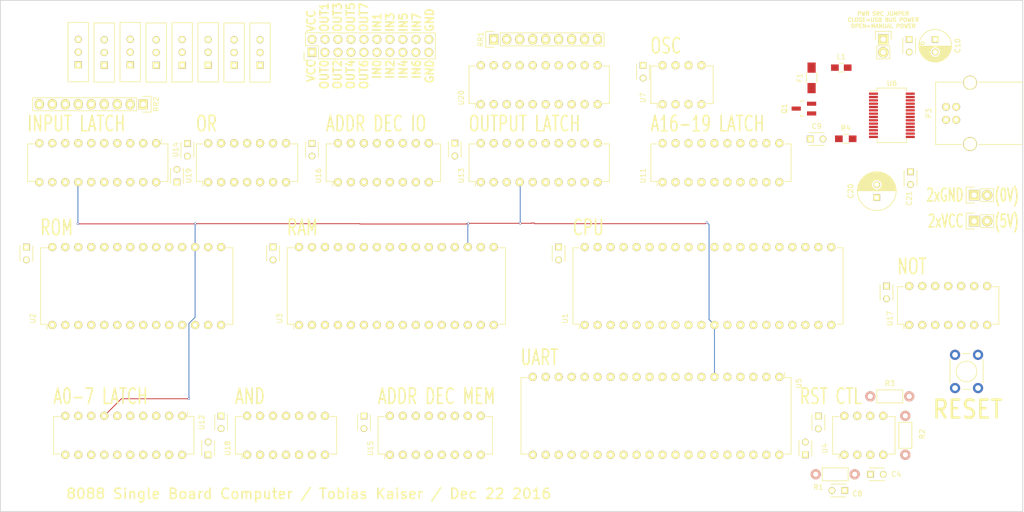
<source format=kicad_pcb>
(kicad_pcb (version 4) (host pcbnew 4.0.2-stable)

  (general
    (links 333)
    (no_connects 3)
    (area 42.267857 49.924999 257.732143 150.075001)
    (thickness 1.6)
    (drawings 28)
    (tracks 1739)
    (zones 0)
    (modules 65)
    (nets 151)
  )

  (page A4)
  (layers
    (0 F.Cu signal)
    (31 B.Cu signal)
    (32 B.Adhes user)
    (33 F.Adhes user)
    (34 B.Paste user)
    (35 F.Paste user)
    (36 B.SilkS user hide)
    (37 F.SilkS user)
    (38 B.Mask user)
    (39 F.Mask user)
    (40 Dwgs.User user)
    (41 Cmts.User user)
    (42 Eco1.User user hide)
    (43 Eco2.User user hide)
    (44 Edge.Cuts user)
    (45 Margin user hide)
    (46 B.CrtYd user hide)
    (47 F.CrtYd user hide)
    (48 B.Fab user hide)
    (49 F.Fab user hide)
  )

  (setup
    (last_trace_width 0.16)
    (user_trace_width 0.16)
    (user_trace_width 0.3)
    (user_trace_width 0.45)
    (user_trace_width 0.5)
    (trace_clearance 0.16)
    (zone_clearance 0.508)
    (zone_45_only yes)
    (trace_min 0.16)
    (segment_width 0.2)
    (edge_width 0.15)
    (via_size 0.45)
    (via_drill 0.3)
    (via_min_size 0.45)
    (via_min_drill 0.3)
    (user_via 0.45 0.3)
    (user_via 0.45 0.3)
    (user_via 0.5 0.35)
    (user_via 0.55 0.4)
    (uvia_size 0.3)
    (uvia_drill 0.1)
    (uvias_allowed no)
    (uvia_min_size 0.2)
    (uvia_min_drill 0.1)
    (pcb_text_width 0.3)
    (pcb_text_size 1.5 1.5)
    (mod_edge_width 0.15)
    (mod_text_size 1 1)
    (mod_text_width 0.15)
    (pad_size 4.3 4.3)
    (pad_drill 4.3)
    (pad_to_mask_clearance 0.2)
    (aux_axis_origin 50 50)
    (grid_origin 50 50)
    (visible_elements FFFFFFFF)
    (pcbplotparams
      (layerselection 0x00030_80000001)
      (usegerberextensions false)
      (excludeedgelayer true)
      (linewidth 0.100000)
      (plotframeref false)
      (viasonmask false)
      (mode 1)
      (useauxorigin false)
      (hpglpennumber 1)
      (hpglpenspeed 20)
      (hpglpendiameter 15)
      (hpglpenoverlay 2)
      (psnegative false)
      (psa4output false)
      (plotreference true)
      (plotvalue true)
      (plotinvisibletext false)
      (padsonsilk false)
      (subtractmaskfromsilk false)
      (outputformat 1)
      (mirror false)
      (drillshape 1)
      (scaleselection 1)
      (outputdirectory ""))
  )

  (net 0 "")
  (net 1 VCC)
  (net 2 GND)
  (net 3 "Net-(C4-Pad1)")
  (net 4 "Net-(C10-Pad1)")
  (net 5 "Net-(C8-Pad1)")
  (net 6 "Net-(C9-Pad2)")
  (net 7 "Net-(C21-Pad1)")
  (net 8 "Net-(F1-Pad1)")
  (net 9 "Net-(F1-Pad2)")
  (net 10 /IN0)
  (net 11 "Net-(I0-Pad3)")
  (net 12 /IN1)
  (net 13 "Net-(I1-Pad3)")
  (net 14 /IN2)
  (net 15 "Net-(I2-Pad3)")
  (net 16 /IN3)
  (net 17 "Net-(I3-Pad3)")
  (net 18 /IN4)
  (net 19 "Net-(I4-Pad3)")
  (net 20 /IN5)
  (net 21 "Net-(I5-Pad3)")
  (net 22 /IN6)
  (net 23 "Net-(I6-Pad3)")
  (net 24 /IN7)
  (net 25 "Net-(I7-Pad3)")
  (net 26 "Net-(L1-Pad2)")
  (net 27 /OUT0)
  (net 28 /OUT1)
  (net 29 /OUT2)
  (net 30 /OUT3)
  (net 31 /OUT4)
  (net 32 /OUT5)
  (net 33 /OUT6)
  (net 34 /OUT7)
  (net 35 "Net-(P3-Pad2)")
  (net 36 "Net-(P3-Pad3)")
  (net 37 "Net-(P3-Pad5)")
  (net 38 "Net-(R1-Pad2)")
  (net 39 /nRES)
  (net 40 /RES)
  (net 41 "Net-(R4-Pad2)")
  (net 42 "Net-(RR1-Pad1)")
  (net 43 "Net-(RR1-Pad2)")
  (net 44 "Net-(RR1-Pad3)")
  (net 45 "Net-(RR1-Pad4)")
  (net 46 "Net-(RR1-Pad5)")
  (net 47 "Net-(RR1-Pad6)")
  (net 48 "Net-(RR1-Pad7)")
  (net 49 "Net-(RR1-Pad8)")
  (net 50 /A14)
  (net 51 /A13)
  (net 52 /A12)
  (net 53 /A11)
  (net 54 /A10)
  (net 55 /A9)
  (net 56 /A8)
  (net 57 /D7)
  (net 58 /D6)
  (net 59 /D5)
  (net 60 /D4)
  (net 61 /D3)
  (net 62 /D2)
  (net 63 /D1)
  (net 64 /D0)
  (net 65 /INTR)
  (net 66 /CLK)
  (net 67 "Net-(U1-Pad24)")
  (net 68 /ALE)
  (net 69 "Net-(U1-Pad26)")
  (net 70 "Net-(U1-Pad27)")
  (net 71 /IO/nM)
  (net 72 /nWR)
  (net 73 /nRD)
  (net 74 "Net-(U1-Pad34)")
  (net 75 /S6)
  (net 76 /S5)
  (net 77 /S4)
  (net 78 /S3)
  (net 79 /A15)
  (net 80 /A7)
  (net 81 /A6)
  (net 82 /A5)
  (net 83 /A4)
  (net 84 /A3)
  (net 85 /A2)
  (net 86 /A1)
  (net 87 /A0)
  (net 88 /nROMEN)
  (net 89 /A18)
  (net 90 /A16)
  (net 91 /nRAMEN)
  (net 92 /A17)
  (net 93 "Net-(U5-Pad15)")
  (net 94 "Net-(U5-Pad10)")
  (net 95 "Net-(U5-Pad11)")
  (net 96 /nIODEV1_EN)
  (net 97 "Net-(U5-Pad17)")
  (net 98 "Net-(U5-Pad23)")
  (net 99 "Net-(U5-Pad24)")
  (net 100 "Net-(U5-Pad29)")
  (net 101 "Net-(U5-Pad31)")
  (net 102 "Net-(U5-Pad32)")
  (net 103 "Net-(U5-Pad33)")
  (net 104 "Net-(U5-Pad34)")
  (net 105 "Net-(U5-Pad36)")
  (net 106 "Net-(U5-Pad37)")
  (net 107 "Net-(U6-Pad12)")
  (net 108 "Net-(U6-Pad13)")
  (net 109 "Net-(U6-Pad19)")
  (net 110 "Net-(U6-Pad22)")
  (net 111 "Net-(U6-Pad23)")
  (net 112 "Net-(U6-Pad27)")
  (net 113 "Net-(U6-Pad28)")
  (net 114 "Net-(U7-Pad1)")
  (net 115 "Net-(U11-Pad12)")
  (net 116 "Net-(U11-Pad13)")
  (net 117 "Net-(U11-Pad14)")
  (net 118 "Net-(U11-Pad15)")
  (net 119 /A19)
  (net 120 /IODEV0_WREN)
  (net 121 /nIODEV0_RDEN)
  (net 122 "Net-(U15-Pad7)")
  (net 123 "Net-(U15-Pad9)")
  (net 124 "Net-(U15-Pad10)")
  (net 125 "Net-(U15-Pad11)")
  (net 126 /nFRAMEN)
  (net 127 /nRAMHIEN)
  (net 128 /nRAMLOEN)
  (net 129 "Net-(U16-Pad7)")
  (net 130 "Net-(U16-Pad9)")
  (net 131 "Net-(U16-Pad10)")
  (net 132 "Net-(U16-Pad11)")
  (net 133 "Net-(U16-Pad12)")
  (net 134 "Net-(U16-Pad13)")
  (net 135 /nIODEV0_EN)
  (net 136 /nIODEV0_WREN)
  (net 137 "Net-(U17-Pad4)")
  (net 138 "Net-(U17-Pad6)")
  (net 139 "Net-(U17-Pad8)")
  (net 140 "Net-(U17-Pad10)")
  (net 141 "Net-(U17-Pad12)")
  (net 142 "Net-(U18-Pad6)")
  (net 143 "Net-(U18-Pad8)")
  (net 144 "Net-(U18-Pad11)")
  (net 145 "Net-(U19-Pad8)")
  (net 146 "Net-(U19-Pad11)")
  (net 147 "Net-(U20-Pad1)")
  (net 148 "Net-(U20-Pad10)")
  (net 149 "Net-(U20-Pad11)")
  (net 150 "Net-(U20-Pad20)")

  (net_class Default "This is the default net class."
    (clearance 0.16)
    (trace_width 0.16)
    (via_dia 0.45)
    (via_drill 0.3)
    (uvia_dia 0.3)
    (uvia_drill 0.1)
    (add_net /A0)
    (add_net /A1)
    (add_net /A10)
    (add_net /A11)
    (add_net /A12)
    (add_net /A13)
    (add_net /A14)
    (add_net /A15)
    (add_net /A16)
    (add_net /A17)
    (add_net /A18)
    (add_net /A19)
    (add_net /A2)
    (add_net /A3)
    (add_net /A4)
    (add_net /A5)
    (add_net /A6)
    (add_net /A7)
    (add_net /A8)
    (add_net /A9)
    (add_net /ALE)
    (add_net /CLK)
    (add_net /D0)
    (add_net /D1)
    (add_net /D2)
    (add_net /D3)
    (add_net /D4)
    (add_net /D5)
    (add_net /D6)
    (add_net /D7)
    (add_net /IN0)
    (add_net /IN1)
    (add_net /IN2)
    (add_net /IN3)
    (add_net /IN4)
    (add_net /IN5)
    (add_net /IN6)
    (add_net /IN7)
    (add_net /INTR)
    (add_net /IO/nM)
    (add_net /IODEV0_WREN)
    (add_net /OUT0)
    (add_net /OUT1)
    (add_net /OUT2)
    (add_net /OUT3)
    (add_net /OUT4)
    (add_net /OUT5)
    (add_net /OUT6)
    (add_net /OUT7)
    (add_net /RES)
    (add_net /S3)
    (add_net /S4)
    (add_net /S5)
    (add_net /S6)
    (add_net /nFRAMEN)
    (add_net /nIODEV0_EN)
    (add_net /nIODEV0_RDEN)
    (add_net /nIODEV0_WREN)
    (add_net /nIODEV1_EN)
    (add_net /nRAMEN)
    (add_net /nRAMHIEN)
    (add_net /nRAMLOEN)
    (add_net /nRD)
    (add_net /nRES)
    (add_net /nROMEN)
    (add_net /nWR)
    (add_net "Net-(C10-Pad1)")
    (add_net "Net-(C21-Pad1)")
    (add_net "Net-(C4-Pad1)")
    (add_net "Net-(C8-Pad1)")
    (add_net "Net-(C9-Pad2)")
    (add_net "Net-(F1-Pad1)")
    (add_net "Net-(F1-Pad2)")
    (add_net "Net-(I0-Pad3)")
    (add_net "Net-(I1-Pad3)")
    (add_net "Net-(I2-Pad3)")
    (add_net "Net-(I3-Pad3)")
    (add_net "Net-(I4-Pad3)")
    (add_net "Net-(I5-Pad3)")
    (add_net "Net-(I6-Pad3)")
    (add_net "Net-(I7-Pad3)")
    (add_net "Net-(L1-Pad2)")
    (add_net "Net-(P3-Pad2)")
    (add_net "Net-(P3-Pad3)")
    (add_net "Net-(P3-Pad5)")
    (add_net "Net-(R1-Pad2)")
    (add_net "Net-(R4-Pad2)")
    (add_net "Net-(RR1-Pad1)")
    (add_net "Net-(RR1-Pad2)")
    (add_net "Net-(RR1-Pad3)")
    (add_net "Net-(RR1-Pad4)")
    (add_net "Net-(RR1-Pad5)")
    (add_net "Net-(RR1-Pad6)")
    (add_net "Net-(RR1-Pad7)")
    (add_net "Net-(RR1-Pad8)")
    (add_net "Net-(U1-Pad24)")
    (add_net "Net-(U1-Pad26)")
    (add_net "Net-(U1-Pad27)")
    (add_net "Net-(U1-Pad34)")
    (add_net "Net-(U11-Pad12)")
    (add_net "Net-(U11-Pad13)")
    (add_net "Net-(U11-Pad14)")
    (add_net "Net-(U11-Pad15)")
    (add_net "Net-(U15-Pad10)")
    (add_net "Net-(U15-Pad11)")
    (add_net "Net-(U15-Pad7)")
    (add_net "Net-(U15-Pad9)")
    (add_net "Net-(U16-Pad10)")
    (add_net "Net-(U16-Pad11)")
    (add_net "Net-(U16-Pad12)")
    (add_net "Net-(U16-Pad13)")
    (add_net "Net-(U16-Pad7)")
    (add_net "Net-(U16-Pad9)")
    (add_net "Net-(U17-Pad10)")
    (add_net "Net-(U17-Pad12)")
    (add_net "Net-(U17-Pad4)")
    (add_net "Net-(U17-Pad6)")
    (add_net "Net-(U17-Pad8)")
    (add_net "Net-(U18-Pad11)")
    (add_net "Net-(U18-Pad6)")
    (add_net "Net-(U18-Pad8)")
    (add_net "Net-(U19-Pad11)")
    (add_net "Net-(U19-Pad8)")
    (add_net "Net-(U20-Pad1)")
    (add_net "Net-(U20-Pad10)")
    (add_net "Net-(U20-Pad11)")
    (add_net "Net-(U20-Pad20)")
    (add_net "Net-(U5-Pad10)")
    (add_net "Net-(U5-Pad11)")
    (add_net "Net-(U5-Pad15)")
    (add_net "Net-(U5-Pad17)")
    (add_net "Net-(U5-Pad23)")
    (add_net "Net-(U5-Pad24)")
    (add_net "Net-(U5-Pad29)")
    (add_net "Net-(U5-Pad31)")
    (add_net "Net-(U5-Pad32)")
    (add_net "Net-(U5-Pad33)")
    (add_net "Net-(U5-Pad34)")
    (add_net "Net-(U5-Pad36)")
    (add_net "Net-(U5-Pad37)")
    (add_net "Net-(U6-Pad12)")
    (add_net "Net-(U6-Pad13)")
    (add_net "Net-(U6-Pad19)")
    (add_net "Net-(U6-Pad22)")
    (add_net "Net-(U6-Pad23)")
    (add_net "Net-(U6-Pad27)")
    (add_net "Net-(U6-Pad28)")
    (add_net "Net-(U7-Pad1)")
  )

  (net_class Power ""
    (clearance 0.3)
    (trace_width 0.5)
    (via_dia 0.55)
    (via_drill 0.4)
    (uvia_dia 0.3)
    (uvia_drill 0.1)
    (add_net GND)
    (add_net VCC)
  )

  (module Housings_DIP:DIP-14_W7.62mm (layer F.Cu) (tedit 585B5046) (tstamp 581669C8)
    (at 98.26 138.9 90)
    (descr "14-lead dip package, row spacing 7.62 mm (300 mils)")
    (tags "dil dip 2.54 300")
    (path /580979DF)
    (fp_text reference U18 (at 1.27 -3.81 90) (layer F.SilkS)
      (effects (font (size 1 1) (thickness 0.15)))
    )
    (fp_text value 74HC08 (at 0 -3.72 90) (layer F.Fab)
      (effects (font (size 1 1) (thickness 0.15)))
    )
    (fp_line (start -1.05 -2.45) (end -1.05 17.7) (layer F.CrtYd) (width 0.05))
    (fp_line (start 8.65 -2.45) (end 8.65 17.7) (layer F.CrtYd) (width 0.05))
    (fp_line (start -1.05 -2.45) (end 8.65 -2.45) (layer F.CrtYd) (width 0.05))
    (fp_line (start -1.05 17.7) (end 8.65 17.7) (layer F.CrtYd) (width 0.05))
    (fp_line (start 0.135 -2.295) (end 0.135 -1.025) (layer F.SilkS) (width 0.15))
    (fp_line (start 7.485 -2.295) (end 7.485 -1.025) (layer F.SilkS) (width 0.15))
    (fp_line (start 7.485 17.535) (end 7.485 16.265) (layer F.SilkS) (width 0.15))
    (fp_line (start 0.135 17.535) (end 0.135 16.265) (layer F.SilkS) (width 0.15))
    (fp_line (start 0.135 -2.295) (end 7.485 -2.295) (layer F.SilkS) (width 0.15))
    (fp_line (start 0.135 17.535) (end 7.485 17.535) (layer F.SilkS) (width 0.15))
    (fp_line (start 0.135 -1.025) (end -0.8 -1.025) (layer F.SilkS) (width 0.15))
    (pad 1 thru_hole oval (at 0 0 90) (size 1.6 1.6) (drill 0.8) (layers *.Cu *.Mask F.SilkS)
      (net 128 /nRAMLOEN))
    (pad 2 thru_hole oval (at 0 2.54 90) (size 1.6 1.6) (drill 0.8) (layers *.Cu *.Mask F.SilkS)
      (net 127 /nRAMHIEN))
    (pad 3 thru_hole oval (at 0 5.08 90) (size 1.6 1.6) (drill 0.8) (layers *.Cu *.Mask F.SilkS)
      (net 91 /nRAMEN))
    (pad 4 thru_hole oval (at 0 7.62 90) (size 1.6 1.6) (drill 0.8) (layers *.Cu *.Mask F.SilkS)
      (net 2 GND))
    (pad 5 thru_hole oval (at 0 10.16 90) (size 1.6 1.6) (drill 0.8) (layers *.Cu *.Mask F.SilkS)
      (net 2 GND))
    (pad 6 thru_hole oval (at 0 12.7 90) (size 1.6 1.6) (drill 0.8) (layers *.Cu *.Mask F.SilkS)
      (net 142 "Net-(U18-Pad6)"))
    (pad 7 thru_hole oval (at 0 15.24 90) (size 1.6 1.6) (drill 0.8) (layers *.Cu *.Mask F.SilkS)
      (net 2 GND))
    (pad 8 thru_hole oval (at 7.62 15.24 90) (size 1.6 1.6) (drill 0.8) (layers *.Cu *.Mask F.SilkS)
      (net 143 "Net-(U18-Pad8)"))
    (pad 9 thru_hole oval (at 7.62 12.7 90) (size 1.6 1.6) (drill 0.8) (layers *.Cu *.Mask F.SilkS)
      (net 2 GND))
    (pad 10 thru_hole oval (at 7.62 10.16 90) (size 1.6 1.6) (drill 0.8) (layers *.Cu *.Mask F.SilkS)
      (net 2 GND))
    (pad 11 thru_hole oval (at 7.62 7.62 90) (size 1.6 1.6) (drill 0.8) (layers *.Cu *.Mask F.SilkS)
      (net 144 "Net-(U18-Pad11)"))
    (pad 12 thru_hole oval (at 7.62 5.08 90) (size 1.6 1.6) (drill 0.8) (layers *.Cu *.Mask F.SilkS)
      (net 2 GND))
    (pad 13 thru_hole oval (at 7.62 2.54 90) (size 1.6 1.6) (drill 0.8) (layers *.Cu *.Mask F.SilkS)
      (net 2 GND))
    (pad 14 thru_hole oval (at 7.62 0 90) (size 1.6 1.6) (drill 0.8) (layers *.Cu *.Mask F.SilkS)
      (net 1 VCC))
    (model Housings_DIP.3dshapes/DIP-14_W7.62mm.wrl
      (at (xyz 0 0 0))
      (scale (xyz 1 1 1))
      (rotate (xyz 0 0 0))
    )
  )

  (module Mounting_Holes:MountingHole_4.3mm_M4_ISO14580 (layer F.Cu) (tedit 585B4E05) (tstamp 5858E15C)
    (at 244 56)
    (descr "Mounting Hole 4.3mm, no annular, M4, ISO14580")
    (tags "mounting hole 4.3mm no annular m4 iso14580")
    (fp_text reference REF** (at 0 -4.5) (layer F.SilkS) hide
      (effects (font (size 1 1) (thickness 0.15)))
    )
    (fp_text value MountingHole_4.3mm_M4_ISO14580 (at 0 4.5) (layer F.Fab)
      (effects (font (size 1 1) (thickness 0.15)))
    )
    (fp_circle (center 0 0) (end 3.5 0) (layer Cmts.User) (width 0.15))
    (fp_circle (center 0 0) (end 3.75 0) (layer F.CrtYd) (width 0.05))
    (pad "" np_thru_hole circle (at 0 0) (size 4.3 4.3) (drill 4.3) (layers *.Cu *.Mask))
  )

  (module Mounting_Holes:MountingHole_4.3mm_M4_ISO14580 (layer F.Cu) (tedit 585B4E28) (tstamp 5858E040)
    (at 244 144)
    (descr "Mounting Hole 4.3mm, no annular, M4, ISO14580")
    (tags "mounting hole 4.3mm no annular m4 iso14580")
    (fp_text reference REF** (at 0 -4.5) (layer F.SilkS) hide
      (effects (font (size 1 1) (thickness 0.15)))
    )
    (fp_text value MountingHole_4.3mm_M4_ISO14580 (at 0 4.5) (layer F.Fab)
      (effects (font (size 1 1) (thickness 0.15)))
    )
    (fp_circle (center 0 0) (end 3.5 0) (layer Cmts.User) (width 0.15))
    (fp_circle (center 0 0) (end 3.75 0) (layer F.CrtYd) (width 0.05))
    (pad 1 np_thru_hole circle (at 0 0) (size 4.3 4.3) (drill 4.3) (layers *.Cu *.Mask))
  )

  (module Mounting_Holes:MountingHole_4.3mm_M4_ISO14580 (layer F.Cu) (tedit 585B4E32) (tstamp 5858E033)
    (at 56 144)
    (descr "Mounting Hole 4.3mm, no annular, M4, ISO14580")
    (tags "mounting hole 4.3mm no annular m4 iso14580")
    (fp_text reference REF** (at 0 -4.5) (layer F.SilkS) hide
      (effects (font (size 1 1) (thickness 0.15)))
    )
    (fp_text value MountingHole_4.3mm_M4_ISO14580 (at 0 4.5) (layer F.Fab)
      (effects (font (size 1 1) (thickness 0.15)))
    )
    (fp_circle (center 0 0) (end 3.5 0) (layer Cmts.User) (width 0.15))
    (fp_circle (center 0 0) (end 3.75 0) (layer F.CrtYd) (width 0.05))
    (pad 1 np_thru_hole circle (at 0 0) (size 4.3 4.3) (drill 4.3) (layers *.Cu *.Mask))
  )

  (module Capacitors_ThroughHole:C_Disc_D3_P2.5 (layer F.Cu) (tedit 585B50A0) (tstamp 5816671D)
    (at 223.355 105.88 270)
    (descr "Capacitor 3mm Disc, Pitch 2.5mm")
    (tags Capacitor)
    (path /57FC1882)
    (fp_text reference C1 (at -3.81 0.635 270) (layer F.SilkS) hide
      (effects (font (size 1 1) (thickness 0.15)))
    )
    (fp_text value 100n (at 1.25 2.5 270) (layer F.Fab)
      (effects (font (size 1 1) (thickness 0.15)))
    )
    (fp_line (start -0.9 -1.5) (end 3.4 -1.5) (layer F.CrtYd) (width 0.05))
    (fp_line (start 3.4 -1.5) (end 3.4 1.5) (layer F.CrtYd) (width 0.05))
    (fp_line (start 3.4 1.5) (end -0.9 1.5) (layer F.CrtYd) (width 0.05))
    (fp_line (start -0.9 1.5) (end -0.9 -1.5) (layer F.CrtYd) (width 0.05))
    (fp_line (start -0.25 -1.25) (end 2.75 -1.25) (layer F.SilkS) (width 0.15))
    (fp_line (start 2.75 1.25) (end -0.25 1.25) (layer F.SilkS) (width 0.15))
    (pad 1 thru_hole rect (at 0 0 270) (size 1.3 1.3) (drill 0.8) (layers *.Cu *.Mask F.SilkS)
      (net 1 VCC))
    (pad 2 thru_hole circle (at 2.5 0 270) (size 1.3 1.3) (drill 0.8001) (layers *.Cu *.Mask F.SilkS)
      (net 2 GND))
    (model Capacitors_ThroughHole.3dshapes/C_Disc_D3_P2.5.wrl
      (at (xyz 0.0492126 0 0))
      (scale (xyz 1 1 1))
      (rotate (xyz 0 0 0))
    )
  )

  (module Capacitors_ThroughHole:C_Disc_D3_P2.5 (layer F.Cu) (tedit 585B504C) (tstamp 58166723)
    (at 90.64 138.9 90)
    (descr "Capacitor 3mm Disc, Pitch 2.5mm")
    (tags Capacitor)
    (path /58126A48)
    (fp_text reference C2 (at -2.54 0 90) (layer F.SilkS) hide
      (effects (font (size 1 1) (thickness 0.15)))
    )
    (fp_text value 100n (at 1.25 2.5 90) (layer F.Fab)
      (effects (font (size 1 1) (thickness 0.15)))
    )
    (fp_line (start -0.9 -1.5) (end 3.4 -1.5) (layer F.CrtYd) (width 0.05))
    (fp_line (start 3.4 -1.5) (end 3.4 1.5) (layer F.CrtYd) (width 0.05))
    (fp_line (start 3.4 1.5) (end -0.9 1.5) (layer F.CrtYd) (width 0.05))
    (fp_line (start -0.9 1.5) (end -0.9 -1.5) (layer F.CrtYd) (width 0.05))
    (fp_line (start -0.25 -1.25) (end 2.75 -1.25) (layer F.SilkS) (width 0.15))
    (fp_line (start 2.75 1.25) (end -0.25 1.25) (layer F.SilkS) (width 0.15))
    (pad 1 thru_hole rect (at 0 0 90) (size 1.3 1.3) (drill 0.8) (layers *.Cu *.Mask F.SilkS)
      (net 1 VCC))
    (pad 2 thru_hole circle (at 2.5 0 90) (size 1.3 1.3) (drill 0.8001) (layers *.Cu *.Mask F.SilkS)
      (net 2 GND))
    (model Capacitors_ThroughHole.3dshapes/C_Disc_D3_P2.5.wrl
      (at (xyz 0.0492126 0 0))
      (scale (xyz 1 1 1))
      (rotate (xyz 0 0 0))
    )
  )

  (module Capacitors_ThroughHole:C_Disc_D3_P2.5 (layer F.Cu) (tedit 585B4FDA) (tstamp 58166729)
    (at 110.96 77.98 270)
    (descr "Capacitor 3mm Disc, Pitch 2.5mm")
    (tags Capacitor)
    (path /581269AD)
    (fp_text reference C3 (at -2.58 0 270) (layer F.SilkS) hide
      (effects (font (size 1 1) (thickness 0.15)))
    )
    (fp_text value 100n (at 1.25 2.5 270) (layer F.Fab)
      (effects (font (size 1 1) (thickness 0.15)))
    )
    (fp_line (start -0.9 -1.5) (end 3.4 -1.5) (layer F.CrtYd) (width 0.05))
    (fp_line (start 3.4 -1.5) (end 3.4 1.5) (layer F.CrtYd) (width 0.05))
    (fp_line (start 3.4 1.5) (end -0.9 1.5) (layer F.CrtYd) (width 0.05))
    (fp_line (start -0.9 1.5) (end -0.9 -1.5) (layer F.CrtYd) (width 0.05))
    (fp_line (start -0.25 -1.25) (end 2.75 -1.25) (layer F.SilkS) (width 0.15))
    (fp_line (start 2.75 1.25) (end -0.25 1.25) (layer F.SilkS) (width 0.15))
    (pad 1 thru_hole rect (at 0 0 270) (size 1.3 1.3) (drill 0.8) (layers *.Cu *.Mask F.SilkS)
      (net 1 VCC))
    (pad 2 thru_hole circle (at 2.5 0 270) (size 1.3 1.3) (drill 0.8001) (layers *.Cu *.Mask F.SilkS)
      (net 2 GND))
    (model Capacitors_ThroughHole.3dshapes/C_Disc_D3_P2.5.wrl
      (at (xyz 0.0492126 0 0))
      (scale (xyz 1 1 1))
      (rotate (xyz 0 0 0))
    )
  )

  (module Capacitors_ThroughHole:C_Disc_D3_P2.5 (layer F.Cu) (tedit 0) (tstamp 5816672F)
    (at 220.22 142.71)
    (descr "Capacitor 3mm Disc, Pitch 2.5mm")
    (tags Capacitor)
    (path /57FD4DF8)
    (fp_text reference C4 (at 5.04 0) (layer F.SilkS)
      (effects (font (size 1 1) (thickness 0.15)))
    )
    (fp_text value 100n (at 1.25 2.5) (layer F.Fab)
      (effects (font (size 1 1) (thickness 0.15)))
    )
    (fp_line (start -0.9 -1.5) (end 3.4 -1.5) (layer F.CrtYd) (width 0.05))
    (fp_line (start 3.4 -1.5) (end 3.4 1.5) (layer F.CrtYd) (width 0.05))
    (fp_line (start 3.4 1.5) (end -0.9 1.5) (layer F.CrtYd) (width 0.05))
    (fp_line (start -0.9 1.5) (end -0.9 -1.5) (layer F.CrtYd) (width 0.05))
    (fp_line (start -0.25 -1.25) (end 2.75 -1.25) (layer F.SilkS) (width 0.15))
    (fp_line (start 2.75 1.25) (end -0.25 1.25) (layer F.SilkS) (width 0.15))
    (pad 1 thru_hole rect (at 0 0) (size 1.3 1.3) (drill 0.8) (layers *.Cu *.Mask F.SilkS)
      (net 3 "Net-(C4-Pad1)"))
    (pad 2 thru_hole circle (at 2.5 0) (size 1.3 1.3) (drill 0.8001) (layers *.Cu *.Mask F.SilkS)
      (net 2 GND))
    (model Capacitors_ThroughHole.3dshapes/C_Disc_D3_P2.5.wrl
      (at (xyz 0.0492126 0 0))
      (scale (xyz 1 1 1))
      (rotate (xyz 0 0 0))
    )
  )

  (module Capacitors_ThroughHole:C_Disc_D3_P2.5 (layer F.Cu) (tedit 585B4FC4) (tstamp 58166735)
    (at 138.9 77.94 270)
    (descr "Capacitor 3mm Disc, Pitch 2.5mm")
    (tags Capacitor)
    (path /58126853)
    (fp_text reference C5 (at -2.54 0 270) (layer F.SilkS) hide
      (effects (font (size 1 1) (thickness 0.15)))
    )
    (fp_text value 100n (at 1.25 2.5 270) (layer F.Fab)
      (effects (font (size 1 1) (thickness 0.15)))
    )
    (fp_line (start -0.9 -1.5) (end 3.4 -1.5) (layer F.CrtYd) (width 0.05))
    (fp_line (start 3.4 -1.5) (end 3.4 1.5) (layer F.CrtYd) (width 0.05))
    (fp_line (start 3.4 1.5) (end -0.9 1.5) (layer F.CrtYd) (width 0.05))
    (fp_line (start -0.9 1.5) (end -0.9 -1.5) (layer F.CrtYd) (width 0.05))
    (fp_line (start -0.25 -1.25) (end 2.75 -1.25) (layer F.SilkS) (width 0.15))
    (fp_line (start 2.75 1.25) (end -0.25 1.25) (layer F.SilkS) (width 0.15))
    (pad 1 thru_hole rect (at 0 0 270) (size 1.3 1.3) (drill 0.8) (layers *.Cu *.Mask F.SilkS)
      (net 1 VCC))
    (pad 2 thru_hole circle (at 2.5 0 270) (size 1.3 1.3) (drill 0.8001) (layers *.Cu *.Mask F.SilkS)
      (net 2 GND))
    (model Capacitors_ThroughHole.3dshapes/C_Disc_D3_P2.5.wrl
      (at (xyz 0.0492126 0 0))
      (scale (xyz 1 1 1))
      (rotate (xyz 0 0 0))
    )
  )

  (module Capacitors_ThroughHole:C_Disc_D3_P2.5 (layer F.Cu) (tedit 0) (tstamp 5816673B)
    (at 227.8 57.62 270)
    (descr "Capacitor 3mm Disc, Pitch 2.5mm")
    (tags Capacitor)
    (path /580B29D0)
    (fp_text reference C6 (at 1.25 -2.5 270) (layer F.SilkS)
      (effects (font (size 1 1) (thickness 0.15)))
    )
    (fp_text value 100n (at 1.25 2.5 270) (layer F.Fab)
      (effects (font (size 1 1) (thickness 0.15)))
    )
    (fp_line (start -0.9 -1.5) (end 3.4 -1.5) (layer F.CrtYd) (width 0.05))
    (fp_line (start 3.4 -1.5) (end 3.4 1.5) (layer F.CrtYd) (width 0.05))
    (fp_line (start 3.4 1.5) (end -0.9 1.5) (layer F.CrtYd) (width 0.05))
    (fp_line (start -0.9 1.5) (end -0.9 -1.5) (layer F.CrtYd) (width 0.05))
    (fp_line (start -0.25 -1.25) (end 2.75 -1.25) (layer F.SilkS) (width 0.15))
    (fp_line (start 2.75 1.25) (end -0.25 1.25) (layer F.SilkS) (width 0.15))
    (pad 1 thru_hole rect (at 0 0 270) (size 1.3 1.3) (drill 0.8) (layers *.Cu *.Mask F.SilkS)
      (net 4 "Net-(C10-Pad1)"))
    (pad 2 thru_hole circle (at 2.5 0 270) (size 1.3 1.3) (drill 0.8001) (layers *.Cu *.Mask F.SilkS)
      (net 2 GND))
    (model Capacitors_ThroughHole.3dshapes/C_Disc_D3_P2.5.wrl
      (at (xyz 0.0492126 0 0))
      (scale (xyz 1 1 1))
      (rotate (xyz 0 0 0))
    )
  )

  (module Capacitors_ThroughHole:C_Disc_D3_P2.5 (layer F.Cu) (tedit 585B5052) (tstamp 58166741)
    (at 121.12 131.28 270)
    (descr "Capacitor 3mm Disc, Pitch 2.5mm")
    (tags Capacitor)
    (path /581538E0)
    (fp_text reference C7 (at -2.54 0 270) (layer F.SilkS) hide
      (effects (font (size 1 1) (thickness 0.15)))
    )
    (fp_text value 100n (at 1.25 2.5 270) (layer F.Fab)
      (effects (font (size 1 1) (thickness 0.15)))
    )
    (fp_line (start -0.9 -1.5) (end 3.4 -1.5) (layer F.CrtYd) (width 0.05))
    (fp_line (start 3.4 -1.5) (end 3.4 1.5) (layer F.CrtYd) (width 0.05))
    (fp_line (start 3.4 1.5) (end -0.9 1.5) (layer F.CrtYd) (width 0.05))
    (fp_line (start -0.9 1.5) (end -0.9 -1.5) (layer F.CrtYd) (width 0.05))
    (fp_line (start -0.25 -1.25) (end 2.75 -1.25) (layer F.SilkS) (width 0.15))
    (fp_line (start 2.75 1.25) (end -0.25 1.25) (layer F.SilkS) (width 0.15))
    (pad 1 thru_hole rect (at 0 0 270) (size 1.3 1.3) (drill 0.8) (layers *.Cu *.Mask F.SilkS)
      (net 1 VCC))
    (pad 2 thru_hole circle (at 2.5 0 270) (size 1.3 1.3) (drill 0.8001) (layers *.Cu *.Mask F.SilkS)
      (net 2 GND))
    (model Capacitors_ThroughHole.3dshapes/C_Disc_D3_P2.5.wrl
      (at (xyz 0.0492126 0 0))
      (scale (xyz 1 1 1))
      (rotate (xyz 0 0 0))
    )
  )

  (module Capacitors_ThroughHole:C_Disc_D3_P2.5 (layer F.Cu) (tedit 0) (tstamp 58166747)
    (at 215.187 145.885 180)
    (descr "Capacitor 3mm Disc, Pitch 2.5mm")
    (tags Capacitor)
    (path /57FD5770)
    (fp_text reference C8 (at -2.453 -0.635 180) (layer F.SilkS)
      (effects (font (size 1 1) (thickness 0.15)))
    )
    (fp_text value 100n (at 1.25 2.5 180) (layer F.Fab)
      (effects (font (size 1 1) (thickness 0.15)))
    )
    (fp_line (start -0.9 -1.5) (end 3.4 -1.5) (layer F.CrtYd) (width 0.05))
    (fp_line (start 3.4 -1.5) (end 3.4 1.5) (layer F.CrtYd) (width 0.05))
    (fp_line (start 3.4 1.5) (end -0.9 1.5) (layer F.CrtYd) (width 0.05))
    (fp_line (start -0.9 1.5) (end -0.9 -1.5) (layer F.CrtYd) (width 0.05))
    (fp_line (start -0.25 -1.25) (end 2.75 -1.25) (layer F.SilkS) (width 0.15))
    (fp_line (start 2.75 1.25) (end -0.25 1.25) (layer F.SilkS) (width 0.15))
    (pad 1 thru_hole rect (at 0 0 180) (size 1.3 1.3) (drill 0.8) (layers *.Cu *.Mask F.SilkS)
      (net 5 "Net-(C8-Pad1)"))
    (pad 2 thru_hole circle (at 2.5 0 180) (size 1.3 1.3) (drill 0.8001) (layers *.Cu *.Mask F.SilkS)
      (net 2 GND))
    (model Capacitors_ThroughHole.3dshapes/C_Disc_D3_P2.5.wrl
      (at (xyz 0.0492126 0 0))
      (scale (xyz 1 1 1))
      (rotate (xyz 0 0 0))
    )
  )

  (module Capacitors_ThroughHole:C_Disc_D3_P2.5 (layer F.Cu) (tedit 0) (tstamp 5816674D)
    (at 208.4344 77.1272)
    (descr "Capacitor 3mm Disc, Pitch 2.5mm")
    (tags Capacitor)
    (path /580B2974)
    (fp_text reference C9 (at 1.25 -2.5) (layer F.SilkS)
      (effects (font (size 1 1) (thickness 0.15)))
    )
    (fp_text value 100n (at 1.25 2.5) (layer F.Fab)
      (effects (font (size 1 1) (thickness 0.15)))
    )
    (fp_line (start -0.9 -1.5) (end 3.4 -1.5) (layer F.CrtYd) (width 0.05))
    (fp_line (start 3.4 -1.5) (end 3.4 1.5) (layer F.CrtYd) (width 0.05))
    (fp_line (start 3.4 1.5) (end -0.9 1.5) (layer F.CrtYd) (width 0.05))
    (fp_line (start -0.9 1.5) (end -0.9 -1.5) (layer F.CrtYd) (width 0.05))
    (fp_line (start -0.25 -1.25) (end 2.75 -1.25) (layer F.SilkS) (width 0.15))
    (fp_line (start 2.75 1.25) (end -0.25 1.25) (layer F.SilkS) (width 0.15))
    (pad 1 thru_hole rect (at 0 0) (size 1.3 1.3) (drill 0.8) (layers *.Cu *.Mask F.SilkS)
      (net 4 "Net-(C10-Pad1)"))
    (pad 2 thru_hole circle (at 2.5 0) (size 1.3 1.3) (drill 0.8001) (layers *.Cu *.Mask F.SilkS)
      (net 6 "Net-(C9-Pad2)"))
    (model Capacitors_ThroughHole.3dshapes/C_Disc_D3_P2.5.wrl
      (at (xyz 0.0492126 0 0))
      (scale (xyz 1 1 1))
      (rotate (xyz 0 0 0))
    )
  )

  (module Capacitors_ThroughHole:C_Radial_D6.3_L11.2_P2.5 (layer F.Cu) (tedit 0) (tstamp 58166753)
    (at 232.88 57.62 270)
    (descr "Radial Electrolytic Capacitor, Diameter 6.3mm x Length 11.2mm, Pitch 2.5mm")
    (tags "Electrolytic Capacitor")
    (path /581687E9)
    (fp_text reference C10 (at 1.25 -4.4 270) (layer F.SilkS)
      (effects (font (size 1 1) (thickness 0.15)))
    )
    (fp_text value 4u7 (at 1.25 4.4 270) (layer F.Fab)
      (effects (font (size 1 1) (thickness 0.15)))
    )
    (fp_line (start 1.325 -3.149) (end 1.325 3.149) (layer F.SilkS) (width 0.15))
    (fp_line (start 1.465 -3.143) (end 1.465 3.143) (layer F.SilkS) (width 0.15))
    (fp_line (start 1.605 -3.13) (end 1.605 -0.446) (layer F.SilkS) (width 0.15))
    (fp_line (start 1.605 0.446) (end 1.605 3.13) (layer F.SilkS) (width 0.15))
    (fp_line (start 1.745 -3.111) (end 1.745 -0.656) (layer F.SilkS) (width 0.15))
    (fp_line (start 1.745 0.656) (end 1.745 3.111) (layer F.SilkS) (width 0.15))
    (fp_line (start 1.885 -3.085) (end 1.885 -0.789) (layer F.SilkS) (width 0.15))
    (fp_line (start 1.885 0.789) (end 1.885 3.085) (layer F.SilkS) (width 0.15))
    (fp_line (start 2.025 -3.053) (end 2.025 -0.88) (layer F.SilkS) (width 0.15))
    (fp_line (start 2.025 0.88) (end 2.025 3.053) (layer F.SilkS) (width 0.15))
    (fp_line (start 2.165 -3.014) (end 2.165 -0.942) (layer F.SilkS) (width 0.15))
    (fp_line (start 2.165 0.942) (end 2.165 3.014) (layer F.SilkS) (width 0.15))
    (fp_line (start 2.305 -2.968) (end 2.305 -0.981) (layer F.SilkS) (width 0.15))
    (fp_line (start 2.305 0.981) (end 2.305 2.968) (layer F.SilkS) (width 0.15))
    (fp_line (start 2.445 -2.915) (end 2.445 -0.998) (layer F.SilkS) (width 0.15))
    (fp_line (start 2.445 0.998) (end 2.445 2.915) (layer F.SilkS) (width 0.15))
    (fp_line (start 2.585 -2.853) (end 2.585 -0.996) (layer F.SilkS) (width 0.15))
    (fp_line (start 2.585 0.996) (end 2.585 2.853) (layer F.SilkS) (width 0.15))
    (fp_line (start 2.725 -2.783) (end 2.725 -0.974) (layer F.SilkS) (width 0.15))
    (fp_line (start 2.725 0.974) (end 2.725 2.783) (layer F.SilkS) (width 0.15))
    (fp_line (start 2.865 -2.704) (end 2.865 -0.931) (layer F.SilkS) (width 0.15))
    (fp_line (start 2.865 0.931) (end 2.865 2.704) (layer F.SilkS) (width 0.15))
    (fp_line (start 3.005 -2.616) (end 3.005 -0.863) (layer F.SilkS) (width 0.15))
    (fp_line (start 3.005 0.863) (end 3.005 2.616) (layer F.SilkS) (width 0.15))
    (fp_line (start 3.145 -2.516) (end 3.145 -0.764) (layer F.SilkS) (width 0.15))
    (fp_line (start 3.145 0.764) (end 3.145 2.516) (layer F.SilkS) (width 0.15))
    (fp_line (start 3.285 -2.404) (end 3.285 -0.619) (layer F.SilkS) (width 0.15))
    (fp_line (start 3.285 0.619) (end 3.285 2.404) (layer F.SilkS) (width 0.15))
    (fp_line (start 3.425 -2.279) (end 3.425 -0.38) (layer F.SilkS) (width 0.15))
    (fp_line (start 3.425 0.38) (end 3.425 2.279) (layer F.SilkS) (width 0.15))
    (fp_line (start 3.565 -2.136) (end 3.565 2.136) (layer F.SilkS) (width 0.15))
    (fp_line (start 3.705 -1.974) (end 3.705 1.974) (layer F.SilkS) (width 0.15))
    (fp_line (start 3.845 -1.786) (end 3.845 1.786) (layer F.SilkS) (width 0.15))
    (fp_line (start 3.985 -1.563) (end 3.985 1.563) (layer F.SilkS) (width 0.15))
    (fp_line (start 4.125 -1.287) (end 4.125 1.287) (layer F.SilkS) (width 0.15))
    (fp_line (start 4.265 -0.912) (end 4.265 0.912) (layer F.SilkS) (width 0.15))
    (fp_circle (center 2.5 0) (end 2.5 -1) (layer F.SilkS) (width 0.15))
    (fp_circle (center 1.25 0) (end 1.25 -3.1875) (layer F.SilkS) (width 0.15))
    (fp_circle (center 1.25 0) (end 1.25 -3.4) (layer F.CrtYd) (width 0.05))
    (pad 2 thru_hole circle (at 2.5 0 270) (size 1.3 1.3) (drill 0.8) (layers *.Cu *.Mask F.SilkS)
      (net 2 GND))
    (pad 1 thru_hole rect (at 0 0 270) (size 1.3 1.3) (drill 0.8) (layers *.Cu *.Mask F.SilkS)
      (net 4 "Net-(C10-Pad1)"))
    (model Capacitors_ThroughHole.3dshapes/C_Radial_D6.3_L11.2_P2.5.wrl
      (at (xyz 0 0 0))
      (scale (xyz 1 1 1))
      (rotate (xyz 0 0 0))
    )
  )

  (module Capacitors_ThroughHole:C_Disc_D3_P2.5 (layer F.Cu) (tedit 585B502D) (tstamp 58166759)
    (at 55.08 98.26 270)
    (descr "Capacitor 3mm Disc, Pitch 2.5mm")
    (tags Capacitor)
    (path /58125100)
    (fp_text reference C11 (at -2.54 0 270) (layer F.SilkS) hide
      (effects (font (size 1 1) (thickness 0.15)))
    )
    (fp_text value 100n (at 1.25 2.5 270) (layer F.Fab)
      (effects (font (size 1 1) (thickness 0.15)))
    )
    (fp_line (start -0.9 -1.5) (end 3.4 -1.5) (layer F.CrtYd) (width 0.05))
    (fp_line (start 3.4 -1.5) (end 3.4 1.5) (layer F.CrtYd) (width 0.05))
    (fp_line (start 3.4 1.5) (end -0.9 1.5) (layer F.CrtYd) (width 0.05))
    (fp_line (start -0.9 1.5) (end -0.9 -1.5) (layer F.CrtYd) (width 0.05))
    (fp_line (start -0.25 -1.25) (end 2.75 -1.25) (layer F.SilkS) (width 0.15))
    (fp_line (start 2.75 1.25) (end -0.25 1.25) (layer F.SilkS) (width 0.15))
    (pad 1 thru_hole rect (at 0 0 270) (size 1.3 1.3) (drill 0.8) (layers *.Cu *.Mask F.SilkS)
      (net 1 VCC))
    (pad 2 thru_hole circle (at 2.5 0 270) (size 1.3 1.3) (drill 0.8001) (layers *.Cu *.Mask F.SilkS)
      (net 2 GND))
    (model Capacitors_ThroughHole.3dshapes/C_Disc_D3_P2.5.wrl
      (at (xyz 0.0492126 0 0))
      (scale (xyz 1 1 1))
      (rotate (xyz 0 0 0))
    )
  )

  (module Capacitors_ThroughHole:C_Disc_D3_P2.5 (layer F.Cu) (tedit 585B4FA5) (tstamp 5816675F)
    (at 175.73 62.7 270)
    (descr "Capacitor 3mm Disc, Pitch 2.5mm")
    (tags Capacitor)
    (path /57FC14A1)
    (fp_text reference C12 (at 1.27 1.27 270) (layer F.SilkS) hide
      (effects (font (size 1 1) (thickness 0.15)))
    )
    (fp_text value 100n (at 1.25 2.5 270) (layer F.Fab)
      (effects (font (size 1 1) (thickness 0.15)))
    )
    (fp_line (start -0.9 -1.5) (end 3.4 -1.5) (layer F.CrtYd) (width 0.05))
    (fp_line (start 3.4 -1.5) (end 3.4 1.5) (layer F.CrtYd) (width 0.05))
    (fp_line (start 3.4 1.5) (end -0.9 1.5) (layer F.CrtYd) (width 0.05))
    (fp_line (start -0.9 1.5) (end -0.9 -1.5) (layer F.CrtYd) (width 0.05))
    (fp_line (start -0.25 -1.25) (end 2.75 -1.25) (layer F.SilkS) (width 0.15))
    (fp_line (start 2.75 1.25) (end -0.25 1.25) (layer F.SilkS) (width 0.15))
    (pad 1 thru_hole rect (at 0 0 270) (size 1.3 1.3) (drill 0.8) (layers *.Cu *.Mask F.SilkS)
      (net 1 VCC))
    (pad 2 thru_hole circle (at 2.5 0 270) (size 1.3 1.3) (drill 0.8001) (layers *.Cu *.Mask F.SilkS)
      (net 2 GND))
    (model Capacitors_ThroughHole.3dshapes/C_Disc_D3_P2.5.wrl
      (at (xyz 0.0492126 0 0))
      (scale (xyz 1 1 1))
      (rotate (xyz 0 0 0))
    )
  )

  (module Capacitors_ThroughHole:C_Disc_D3_P2.5 (layer F.Cu) (tedit 585B4FFF) (tstamp 58166765)
    (at 86.576 77.98 270)
    (descr "Capacitor 3mm Disc, Pitch 2.5mm")
    (tags Capacitor)
    (path /58125963)
    (fp_text reference C13 (at -2.58 -0.254 270) (layer F.SilkS) hide
      (effects (font (size 1 1) (thickness 0.15)))
    )
    (fp_text value 100n (at 1.25 2.5 270) (layer F.Fab)
      (effects (font (size 1 1) (thickness 0.15)))
    )
    (fp_line (start -0.9 -1.5) (end 3.4 -1.5) (layer F.CrtYd) (width 0.05))
    (fp_line (start 3.4 -1.5) (end 3.4 1.5) (layer F.CrtYd) (width 0.05))
    (fp_line (start 3.4 1.5) (end -0.9 1.5) (layer F.CrtYd) (width 0.05))
    (fp_line (start -0.9 1.5) (end -0.9 -1.5) (layer F.CrtYd) (width 0.05))
    (fp_line (start -0.25 -1.25) (end 2.75 -1.25) (layer F.SilkS) (width 0.15))
    (fp_line (start 2.75 1.25) (end -0.25 1.25) (layer F.SilkS) (width 0.15))
    (pad 1 thru_hole rect (at 0 0 270) (size 1.3 1.3) (drill 0.8) (layers *.Cu *.Mask F.SilkS)
      (net 1 VCC))
    (pad 2 thru_hole circle (at 2.5 0 270) (size 1.3 1.3) (drill 0.8001) (layers *.Cu *.Mask F.SilkS)
      (net 2 GND))
    (model Capacitors_ThroughHole.3dshapes/C_Disc_D3_P2.5.wrl
      (at (xyz 0.0492126 0 0))
      (scale (xyz 1 1 1))
      (rotate (xyz 0 0 0))
    )
  )

  (module Capacitors_ThroughHole:C_Disc_D3_P2.5 (layer F.Cu) (tedit 585B5024) (tstamp 5816676B)
    (at 103.34 98.26 270)
    (descr "Capacitor 3mm Disc, Pitch 2.5mm")
    (tags Capacitor)
    (path /58132A77)
    (fp_text reference C14 (at -3.81 0 270) (layer F.SilkS) hide
      (effects (font (size 1 1) (thickness 0.15)))
    )
    (fp_text value 100n (at 1.25 2.5 270) (layer F.Fab)
      (effects (font (size 1 1) (thickness 0.15)))
    )
    (fp_line (start -0.9 -1.5) (end 3.4 -1.5) (layer F.CrtYd) (width 0.05))
    (fp_line (start 3.4 -1.5) (end 3.4 1.5) (layer F.CrtYd) (width 0.05))
    (fp_line (start 3.4 1.5) (end -0.9 1.5) (layer F.CrtYd) (width 0.05))
    (fp_line (start -0.9 1.5) (end -0.9 -1.5) (layer F.CrtYd) (width 0.05))
    (fp_line (start -0.25 -1.25) (end 2.75 -1.25) (layer F.SilkS) (width 0.15))
    (fp_line (start 2.75 1.25) (end -0.25 1.25) (layer F.SilkS) (width 0.15))
    (pad 1 thru_hole rect (at 0 0 270) (size 1.3 1.3) (drill 0.8) (layers *.Cu *.Mask F.SilkS)
      (net 1 VCC))
    (pad 2 thru_hole circle (at 2.5 0 270) (size 1.3 1.3) (drill 0.8001) (layers *.Cu *.Mask F.SilkS)
      (net 2 GND))
    (model Capacitors_ThroughHole.3dshapes/C_Disc_D3_P2.5.wrl
      (at (xyz 0.0492126 0 0))
      (scale (xyz 1 1 1))
      (rotate (xyz 0 0 0))
    )
  )

  (module Capacitors_ThroughHole:C_Disc_D3_P2.5 (layer F.Cu) (tedit 585B5027) (tstamp 58166771)
    (at 159.22 98.26 270)
    (descr "Capacitor 3mm Disc, Pitch 2.5mm")
    (tags Capacitor)
    (path /58125306)
    (fp_text reference C15 (at -3.81 0 270) (layer F.SilkS) hide
      (effects (font (size 1 1) (thickness 0.15)))
    )
    (fp_text value 100n (at 1.25 2.5 270) (layer F.Fab)
      (effects (font (size 1 1) (thickness 0.15)))
    )
    (fp_line (start -0.9 -1.5) (end 3.4 -1.5) (layer F.CrtYd) (width 0.05))
    (fp_line (start 3.4 -1.5) (end 3.4 1.5) (layer F.CrtYd) (width 0.05))
    (fp_line (start 3.4 1.5) (end -0.9 1.5) (layer F.CrtYd) (width 0.05))
    (fp_line (start -0.9 1.5) (end -0.9 -1.5) (layer F.CrtYd) (width 0.05))
    (fp_line (start -0.25 -1.25) (end 2.75 -1.25) (layer F.SilkS) (width 0.15))
    (fp_line (start 2.75 1.25) (end -0.25 1.25) (layer F.SilkS) (width 0.15))
    (pad 1 thru_hole rect (at 0 0 270) (size 1.3 1.3) (drill 0.8) (layers *.Cu *.Mask F.SilkS)
      (net 1 VCC))
    (pad 2 thru_hole circle (at 2.5 0 270) (size 1.3 1.3) (drill 0.8001) (layers *.Cu *.Mask F.SilkS)
      (net 2 GND))
    (model Capacitors_ThroughHole.3dshapes/C_Disc_D3_P2.5.wrl
      (at (xyz 0.0492126 0 0))
      (scale (xyz 1 1 1))
      (rotate (xyz 0 0 0))
    )
  )

  (module Capacitors_ThroughHole:C_Disc_D3_P2.5 (layer F.Cu) (tedit 585B5049) (tstamp 58166777)
    (at 93.18 131.28 270)
    (descr "Capacitor 3mm Disc, Pitch 2.5mm")
    (tags Capacitor)
    (path /581253CF)
    (fp_text reference C16 (at -2.54 0 270) (layer F.SilkS) hide
      (effects (font (size 1 1) (thickness 0.15)))
    )
    (fp_text value 100n (at 1.25 2.5 270) (layer F.Fab)
      (effects (font (size 1 1) (thickness 0.15)))
    )
    (fp_line (start -0.9 -1.5) (end 3.4 -1.5) (layer F.CrtYd) (width 0.05))
    (fp_line (start 3.4 -1.5) (end 3.4 1.5) (layer F.CrtYd) (width 0.05))
    (fp_line (start 3.4 1.5) (end -0.9 1.5) (layer F.CrtYd) (width 0.05))
    (fp_line (start -0.9 1.5) (end -0.9 -1.5) (layer F.CrtYd) (width 0.05))
    (fp_line (start -0.25 -1.25) (end 2.75 -1.25) (layer F.SilkS) (width 0.15))
    (fp_line (start 2.75 1.25) (end -0.25 1.25) (layer F.SilkS) (width 0.15))
    (pad 1 thru_hole rect (at 0 0 270) (size 1.3 1.3) (drill 0.8) (layers *.Cu *.Mask F.SilkS)
      (net 1 VCC))
    (pad 2 thru_hole circle (at 2.5 0 270) (size 1.3 1.3) (drill 0.8001) (layers *.Cu *.Mask F.SilkS)
      (net 2 GND))
    (model Capacitors_ThroughHole.3dshapes/C_Disc_D3_P2.5.wrl
      (at (xyz 0.0492126 0 0))
      (scale (xyz 1 1 1))
      (rotate (xyz 0 0 0))
    )
  )

  (module Capacitors_ThroughHole:C_Disc_D3_P2.5 (layer F.Cu) (tedit 585B5069) (tstamp 5816677D)
    (at 207.48 138.9 90)
    (descr "Capacitor 3mm Disc, Pitch 2.5mm")
    (tags Capacitor)
    (path /58125CEE)
    (fp_text reference C17 (at -2.54 -2.5 90) (layer F.SilkS) hide
      (effects (font (size 1 1) (thickness 0.15)))
    )
    (fp_text value 100n (at 1.25 2.5 90) (layer F.Fab)
      (effects (font (size 1 1) (thickness 0.15)))
    )
    (fp_line (start -0.9 -1.5) (end 3.4 -1.5) (layer F.CrtYd) (width 0.05))
    (fp_line (start 3.4 -1.5) (end 3.4 1.5) (layer F.CrtYd) (width 0.05))
    (fp_line (start 3.4 1.5) (end -0.9 1.5) (layer F.CrtYd) (width 0.05))
    (fp_line (start -0.9 1.5) (end -0.9 -1.5) (layer F.CrtYd) (width 0.05))
    (fp_line (start -0.25 -1.25) (end 2.75 -1.25) (layer F.SilkS) (width 0.15))
    (fp_line (start 2.75 1.25) (end -0.25 1.25) (layer F.SilkS) (width 0.15))
    (pad 1 thru_hole rect (at 0 0 90) (size 1.3 1.3) (drill 0.8) (layers *.Cu *.Mask F.SilkS)
      (net 1 VCC))
    (pad 2 thru_hole circle (at 2.5 0 90) (size 1.3 1.3) (drill 0.8001) (layers *.Cu *.Mask F.SilkS)
      (net 2 GND))
    (model Capacitors_ThroughHole.3dshapes/C_Disc_D3_P2.5.wrl
      (at (xyz 0.0492126 0 0))
      (scale (xyz 1 1 1))
      (rotate (xyz 0 0 0))
    )
  )

  (module Capacitors_ThroughHole:C_Disc_D3_P2.5 (layer F.Cu) (tedit 585B506F) (tstamp 58166783)
    (at 210.02 131.32 270)
    (descr "Capacitor 3mm Disc, Pitch 2.5mm")
    (tags Capacitor)
    (path /58125566)
    (fp_text reference C18 (at -2.58 0 270) (layer F.SilkS) hide
      (effects (font (size 1 1) (thickness 0.15)))
    )
    (fp_text value 100n (at 1.25 2.5 270) (layer F.Fab)
      (effects (font (size 1 1) (thickness 0.15)))
    )
    (fp_line (start -0.9 -1.5) (end 3.4 -1.5) (layer F.CrtYd) (width 0.05))
    (fp_line (start 3.4 -1.5) (end 3.4 1.5) (layer F.CrtYd) (width 0.05))
    (fp_line (start 3.4 1.5) (end -0.9 1.5) (layer F.CrtYd) (width 0.05))
    (fp_line (start -0.9 1.5) (end -0.9 -1.5) (layer F.CrtYd) (width 0.05))
    (fp_line (start -0.25 -1.25) (end 2.75 -1.25) (layer F.SilkS) (width 0.15))
    (fp_line (start 2.75 1.25) (end -0.25 1.25) (layer F.SilkS) (width 0.15))
    (pad 1 thru_hole rect (at 0 0 270) (size 1.3 1.3) (drill 0.8) (layers *.Cu *.Mask F.SilkS)
      (net 1 VCC))
    (pad 2 thru_hole circle (at 2.5 0 270) (size 1.3 1.3) (drill 0.8001) (layers *.Cu *.Mask F.SilkS)
      (net 2 GND))
    (model Capacitors_ThroughHole.3dshapes/C_Disc_D3_P2.5.wrl
      (at (xyz 0.0492126 0 0))
      (scale (xyz 1 1 1))
      (rotate (xyz 0 0 0))
    )
  )

  (module Capacitors_ThroughHole:C_Disc_D3_P2.5 (layer F.Cu) (tedit 585B4FE6) (tstamp 58166789)
    (at 84.544 85.56 90)
    (descr "Capacitor 3mm Disc, Pitch 2.5mm")
    (tags Capacitor)
    (path /581257D7)
    (fp_text reference C19 (at -2.54 -0.254 90) (layer F.SilkS) hide
      (effects (font (size 1 1) (thickness 0.15)))
    )
    (fp_text value 100n (at 1.25 2.5 90) (layer F.Fab)
      (effects (font (size 1 1) (thickness 0.15)))
    )
    (fp_line (start -0.9 -1.5) (end 3.4 -1.5) (layer F.CrtYd) (width 0.05))
    (fp_line (start 3.4 -1.5) (end 3.4 1.5) (layer F.CrtYd) (width 0.05))
    (fp_line (start 3.4 1.5) (end -0.9 1.5) (layer F.CrtYd) (width 0.05))
    (fp_line (start -0.9 1.5) (end -0.9 -1.5) (layer F.CrtYd) (width 0.05))
    (fp_line (start -0.25 -1.25) (end 2.75 -1.25) (layer F.SilkS) (width 0.15))
    (fp_line (start 2.75 1.25) (end -0.25 1.25) (layer F.SilkS) (width 0.15))
    (pad 1 thru_hole rect (at 0 0 90) (size 1.3 1.3) (drill 0.8) (layers *.Cu *.Mask F.SilkS)
      (net 1 VCC))
    (pad 2 thru_hole circle (at 2.5 0 90) (size 1.3 1.3) (drill 0.8001) (layers *.Cu *.Mask F.SilkS)
      (net 2 GND))
    (model Capacitors_ThroughHole.3dshapes/C_Disc_D3_P2.5.wrl
      (at (xyz 0.0492126 0 0))
      (scale (xyz 1 1 1))
      (rotate (xyz 0 0 0))
    )
  )

  (module Capacitors_ThroughHole:C_Radial_D7.5_L11.2_P2.5 (layer F.Cu) (tedit 0) (tstamp 5816678F)
    (at 221.45 88.568 90)
    (descr "Radial Electrolytic Capacitor Diameter 7.5mm x Length 11.2mm, Pitch 2.5mm")
    (tags "Electrolytic Capacitor")
    (path /581688DB)
    (fp_text reference C20 (at 1.25 -5.1 90) (layer F.SilkS)
      (effects (font (size 1 1) (thickness 0.15)))
    )
    (fp_text value 4u7 (at 1.25 5.1 90) (layer F.Fab)
      (effects (font (size 1 1) (thickness 0.15)))
    )
    (fp_line (start 1.325 -3.749) (end 1.325 3.749) (layer F.SilkS) (width 0.15))
    (fp_line (start 1.465 -3.744) (end 1.465 3.744) (layer F.SilkS) (width 0.15))
    (fp_line (start 1.605 -3.733) (end 1.605 -0.446) (layer F.SilkS) (width 0.15))
    (fp_line (start 1.605 0.446) (end 1.605 3.733) (layer F.SilkS) (width 0.15))
    (fp_line (start 1.745 -3.717) (end 1.745 -0.656) (layer F.SilkS) (width 0.15))
    (fp_line (start 1.745 0.656) (end 1.745 3.717) (layer F.SilkS) (width 0.15))
    (fp_line (start 1.885 -3.696) (end 1.885 -0.789) (layer F.SilkS) (width 0.15))
    (fp_line (start 1.885 0.789) (end 1.885 3.696) (layer F.SilkS) (width 0.15))
    (fp_line (start 2.025 -3.669) (end 2.025 -0.88) (layer F.SilkS) (width 0.15))
    (fp_line (start 2.025 0.88) (end 2.025 3.669) (layer F.SilkS) (width 0.15))
    (fp_line (start 2.165 -3.637) (end 2.165 -0.942) (layer F.SilkS) (width 0.15))
    (fp_line (start 2.165 0.942) (end 2.165 3.637) (layer F.SilkS) (width 0.15))
    (fp_line (start 2.305 -3.599) (end 2.305 -0.981) (layer F.SilkS) (width 0.15))
    (fp_line (start 2.305 0.981) (end 2.305 3.599) (layer F.SilkS) (width 0.15))
    (fp_line (start 2.445 -3.555) (end 2.445 -0.998) (layer F.SilkS) (width 0.15))
    (fp_line (start 2.445 0.998) (end 2.445 3.555) (layer F.SilkS) (width 0.15))
    (fp_line (start 2.585 -3.504) (end 2.585 -0.996) (layer F.SilkS) (width 0.15))
    (fp_line (start 2.585 0.996) (end 2.585 3.504) (layer F.SilkS) (width 0.15))
    (fp_line (start 2.725 -3.448) (end 2.725 -0.974) (layer F.SilkS) (width 0.15))
    (fp_line (start 2.725 0.974) (end 2.725 3.448) (layer F.SilkS) (width 0.15))
    (fp_line (start 2.865 -3.384) (end 2.865 -0.931) (layer F.SilkS) (width 0.15))
    (fp_line (start 2.865 0.931) (end 2.865 3.384) (layer F.SilkS) (width 0.15))
    (fp_line (start 3.005 -3.314) (end 3.005 -0.863) (layer F.SilkS) (width 0.15))
    (fp_line (start 3.005 0.863) (end 3.005 3.314) (layer F.SilkS) (width 0.15))
    (fp_line (start 3.145 -3.236) (end 3.145 -0.764) (layer F.SilkS) (width 0.15))
    (fp_line (start 3.145 0.764) (end 3.145 3.236) (layer F.SilkS) (width 0.15))
    (fp_line (start 3.285 -3.15) (end 3.285 -0.619) (layer F.SilkS) (width 0.15))
    (fp_line (start 3.285 0.619) (end 3.285 3.15) (layer F.SilkS) (width 0.15))
    (fp_line (start 3.425 -3.055) (end 3.425 -0.38) (layer F.SilkS) (width 0.15))
    (fp_line (start 3.425 0.38) (end 3.425 3.055) (layer F.SilkS) (width 0.15))
    (fp_line (start 3.565 -2.95) (end 3.565 2.95) (layer F.SilkS) (width 0.15))
    (fp_line (start 3.705 -2.835) (end 3.705 2.835) (layer F.SilkS) (width 0.15))
    (fp_line (start 3.845 -2.707) (end 3.845 2.707) (layer F.SilkS) (width 0.15))
    (fp_line (start 3.985 -2.566) (end 3.985 2.566) (layer F.SilkS) (width 0.15))
    (fp_line (start 4.125 -2.408) (end 4.125 2.408) (layer F.SilkS) (width 0.15))
    (fp_line (start 4.265 -2.23) (end 4.265 2.23) (layer F.SilkS) (width 0.15))
    (fp_line (start 4.405 -2.027) (end 4.405 2.027) (layer F.SilkS) (width 0.15))
    (fp_line (start 4.545 -1.79) (end 4.545 1.79) (layer F.SilkS) (width 0.15))
    (fp_line (start 4.685 -1.504) (end 4.685 1.504) (layer F.SilkS) (width 0.15))
    (fp_line (start 4.825 -1.132) (end 4.825 1.132) (layer F.SilkS) (width 0.15))
    (fp_line (start 4.965 -0.511) (end 4.965 0.511) (layer F.SilkS) (width 0.15))
    (fp_circle (center 2.5 0) (end 2.5 -1) (layer F.SilkS) (width 0.15))
    (fp_circle (center 1.25 0) (end 1.25 -3.7875) (layer F.SilkS) (width 0.15))
    (fp_circle (center 1.25 0) (end 1.25 -4.1) (layer F.CrtYd) (width 0.05))
    (pad 2 thru_hole circle (at 2.5 0 90) (size 1.3 1.3) (drill 0.8) (layers *.Cu *.Mask F.SilkS)
      (net 2 GND))
    (pad 1 thru_hole rect (at 0 0 90) (size 1.3 1.3) (drill 0.8) (layers *.Cu *.Mask F.SilkS)
      (net 1 VCC))
    (model Capacitors_ThroughHole.3dshapes/C_Radial_D7.5_L11.2_P2.5.wrl
      (at (xyz 0 0 0))
      (scale (xyz 1 1 1))
      (rotate (xyz 0 0 0))
    )
  )

  (module Capacitors_ThroughHole:C_Disc_D3_P2.5 (layer F.Cu) (tedit 0) (tstamp 58166795)
    (at 228.054 83.528 270)
    (descr "Capacitor 3mm Disc, Pitch 2.5mm")
    (tags Capacitor)
    (path /580B220D)
    (fp_text reference C21 (at 5.207 0.254 270) (layer F.SilkS)
      (effects (font (size 1 1) (thickness 0.15)))
    )
    (fp_text value 100n (at 1.25 2.5 270) (layer F.Fab)
      (effects (font (size 1 1) (thickness 0.15)))
    )
    (fp_line (start -0.9 -1.5) (end 3.4 -1.5) (layer F.CrtYd) (width 0.05))
    (fp_line (start 3.4 -1.5) (end 3.4 1.5) (layer F.CrtYd) (width 0.05))
    (fp_line (start 3.4 1.5) (end -0.9 1.5) (layer F.CrtYd) (width 0.05))
    (fp_line (start -0.9 1.5) (end -0.9 -1.5) (layer F.CrtYd) (width 0.05))
    (fp_line (start -0.25 -1.25) (end 2.75 -1.25) (layer F.SilkS) (width 0.15))
    (fp_line (start 2.75 1.25) (end -0.25 1.25) (layer F.SilkS) (width 0.15))
    (pad 1 thru_hole rect (at 0 0 270) (size 1.3 1.3) (drill 0.8) (layers *.Cu *.Mask F.SilkS)
      (net 7 "Net-(C21-Pad1)"))
    (pad 2 thru_hole circle (at 2.5 0 270) (size 1.3 1.3) (drill 0.8001) (layers *.Cu *.Mask F.SilkS)
      (net 2 GND))
    (model Capacitors_ThroughHole.3dshapes/C_Disc_D3_P2.5.wrl
      (at (xyz 0.0492126 0 0))
      (scale (xyz 1 1 1))
      (rotate (xyz 0 0 0))
    )
  )

  (module Capacitors_SMD:C_1206_HandSoldering (layer F.Cu) (tedit 541A9C03) (tstamp 5816679B)
    (at 208.6992 65.1572 90)
    (descr "Capacitor SMD 1206, hand soldering")
    (tags "capacitor 1206")
    (path /580B42D7)
    (attr smd)
    (fp_text reference F1 (at 0 -2.3 90) (layer F.SilkS)
      (effects (font (size 1 1) (thickness 0.15)))
    )
    (fp_text value FUSE (at 0 2.3 90) (layer F.Fab)
      (effects (font (size 1 1) (thickness 0.15)))
    )
    (fp_line (start -1.6 0.8) (end -1.6 -0.8) (layer F.Fab) (width 0.15))
    (fp_line (start 1.6 0.8) (end -1.6 0.8) (layer F.Fab) (width 0.15))
    (fp_line (start 1.6 -0.8) (end 1.6 0.8) (layer F.Fab) (width 0.15))
    (fp_line (start -1.6 -0.8) (end 1.6 -0.8) (layer F.Fab) (width 0.15))
    (fp_line (start -3.3 -1.15) (end 3.3 -1.15) (layer F.CrtYd) (width 0.05))
    (fp_line (start -3.3 1.15) (end 3.3 1.15) (layer F.CrtYd) (width 0.05))
    (fp_line (start -3.3 -1.15) (end -3.3 1.15) (layer F.CrtYd) (width 0.05))
    (fp_line (start 3.3 -1.15) (end 3.3 1.15) (layer F.CrtYd) (width 0.05))
    (fp_line (start 1 -1.025) (end -1 -1.025) (layer F.SilkS) (width 0.15))
    (fp_line (start -1 1.025) (end 1 1.025) (layer F.SilkS) (width 0.15))
    (pad 1 smd rect (at -2 0 90) (size 2 1.6) (layers F.Cu F.Paste F.Mask)
      (net 8 "Net-(F1-Pad1)"))
    (pad 2 smd rect (at 2 0 90) (size 2 1.6) (layers F.Cu F.Paste F.Mask)
      (net 9 "Net-(F1-Pad2)"))
    (model Capacitors_SMD.3dshapes/C_1206_HandSoldering.wrl
      (at (xyz 0 0 0))
      (scale (xyz 1 1 1))
      (rotate (xyz 0 0 0))
    )
  )

  (module Pin_Headers:Pin_Header_Straight_1x02 (layer F.Cu) (tedit 585B50B6) (tstamp 581667A1)
    (at 240.5 88.1 90)
    (descr "Through hole pin header")
    (tags "pin header")
    (path /5812707D)
    (fp_text reference GND1 (at 2.54 0 180) (layer F.SilkS) hide
      (effects (font (size 1 1) (thickness 0.15)))
    )
    (fp_text value GND (at 0 -3.1 90) (layer F.Fab)
      (effects (font (size 1 1) (thickness 0.15)))
    )
    (fp_line (start 1.27 1.27) (end 1.27 3.81) (layer F.SilkS) (width 0.15))
    (fp_line (start 1.55 -1.55) (end 1.55 0) (layer F.SilkS) (width 0.15))
    (fp_line (start -1.75 -1.75) (end -1.75 4.3) (layer F.CrtYd) (width 0.05))
    (fp_line (start 1.75 -1.75) (end 1.75 4.3) (layer F.CrtYd) (width 0.05))
    (fp_line (start -1.75 -1.75) (end 1.75 -1.75) (layer F.CrtYd) (width 0.05))
    (fp_line (start -1.75 4.3) (end 1.75 4.3) (layer F.CrtYd) (width 0.05))
    (fp_line (start 1.27 1.27) (end -1.27 1.27) (layer F.SilkS) (width 0.15))
    (fp_line (start -1.55 0) (end -1.55 -1.55) (layer F.SilkS) (width 0.15))
    (fp_line (start -1.55 -1.55) (end 1.55 -1.55) (layer F.SilkS) (width 0.15))
    (fp_line (start -1.27 1.27) (end -1.27 3.81) (layer F.SilkS) (width 0.15))
    (fp_line (start -1.27 3.81) (end 1.27 3.81) (layer F.SilkS) (width 0.15))
    (pad 1 thru_hole rect (at 0 0 90) (size 2.032 2.032) (drill 1.016) (layers *.Cu *.Mask F.SilkS)
      (net 2 GND))
    (pad 2 thru_hole oval (at 0 2.54 90) (size 2.032 2.032) (drill 1.016) (layers *.Cu *.Mask F.SilkS)
      (net 2 GND))
    (model Pin_Headers.3dshapes/Pin_Header_Straight_1x02.wrl
      (at (xyz 0 -0.05 0))
      (scale (xyz 1 1 1))
      (rotate (xyz 0 0 90))
    )
  )

  (module 8088_sbc2:EG1218 (layer F.Cu) (tedit 585B4E82) (tstamp 581667A8)
    (at 100.8 60.2 90)
    (tags "Switch Micro SPST")
    (path /5812BB90)
    (fp_text reference I0 (at 0 -2.75 90) (layer F.SilkS) hide
      (effects (font (size 1 1) (thickness 0.15)))
    )
    (fp_text value SWITCH_INV (at 0 2.75 90) (layer F.Fab)
      (effects (font (size 1 1) (thickness 0.15)))
    )
    (fp_line (start -5.8 -2) (end 5.8 -2) (layer F.SilkS) (width 0.15))
    (fp_line (start -5.8 2) (end -5.8 -2) (layer F.SilkS) (width 0.15))
    (fp_line (start 5.8 2) (end -5.8 2) (layer F.SilkS) (width 0.15))
    (fp_line (start 5.8 -2) (end 5.8 2) (layer F.SilkS) (width 0.15))
    (pad 1 thru_hole rect (at -2.5 0 90) (size 1.397 1.397) (drill 0.8128) (layers *.Cu *.Mask F.SilkS)
      (net 1 VCC))
    (pad 2 thru_hole circle (at 0 0 90) (size 1.397 1.397) (drill 0.8128) (layers *.Cu *.Mask F.SilkS)
      (net 10 /IN0))
    (pad 3 thru_hole circle (at 2.5 0 90) (size 1.397 1.397) (drill 0.8128) (layers *.Cu *.Mask F.SilkS)
      (net 11 "Net-(I0-Pad3)"))
    (model Buttons_Switches_ThroughHole.3dshapes/SW_Micro_SPST.wrl
      (at (xyz 0 0 0))
      (scale (xyz 0.33 0.33 0.33))
      (rotate (xyz 0 0 0))
    )
  )

  (module 8088_sbc2:EG1218 (layer F.Cu) (tedit 585B4E7C) (tstamp 581667AF)
    (at 95.72 60.2 90)
    (tags "Switch Micro SPST")
    (path /5812C11E)
    (fp_text reference I1 (at 0 -2.75 90) (layer F.SilkS) hide
      (effects (font (size 1 1) (thickness 0.15)))
    )
    (fp_text value SWITCH_INV (at 0 2.75 90) (layer F.Fab)
      (effects (font (size 1 1) (thickness 0.15)))
    )
    (fp_line (start -5.8 -2) (end 5.8 -2) (layer F.SilkS) (width 0.15))
    (fp_line (start -5.8 2) (end -5.8 -2) (layer F.SilkS) (width 0.15))
    (fp_line (start 5.8 2) (end -5.8 2) (layer F.SilkS) (width 0.15))
    (fp_line (start 5.8 -2) (end 5.8 2) (layer F.SilkS) (width 0.15))
    (pad 1 thru_hole rect (at -2.5 0 90) (size 1.397 1.397) (drill 0.8128) (layers *.Cu *.Mask F.SilkS)
      (net 1 VCC))
    (pad 2 thru_hole circle (at 0 0 90) (size 1.397 1.397) (drill 0.8128) (layers *.Cu *.Mask F.SilkS)
      (net 12 /IN1))
    (pad 3 thru_hole circle (at 2.5 0 90) (size 1.397 1.397) (drill 0.8128) (layers *.Cu *.Mask F.SilkS)
      (net 13 "Net-(I1-Pad3)"))
    (model Buttons_Switches_ThroughHole.3dshapes/SW_Micro_SPST.wrl
      (at (xyz 0 0 0))
      (scale (xyz 0.33 0.33 0.33))
      (rotate (xyz 0 0 0))
    )
  )

  (module 8088_sbc2:EG1218 (layer F.Cu) (tedit 585B4F91) (tstamp 581667B6)
    (at 90.64 60.16 90)
    (tags "Switch Micro SPST")
    (path /5812C1DF)
    (fp_text reference I2 (at 0 -2.75 90) (layer F.SilkS) hide
      (effects (font (size 1 1) (thickness 0.15)))
    )
    (fp_text value SWITCH_INV (at 0 2.75 90) (layer F.Fab)
      (effects (font (size 1 1) (thickness 0.15)))
    )
    (fp_line (start -5.8 -2) (end 5.8 -2) (layer F.SilkS) (width 0.15))
    (fp_line (start -5.8 2) (end -5.8 -2) (layer F.SilkS) (width 0.15))
    (fp_line (start 5.8 2) (end -5.8 2) (layer F.SilkS) (width 0.15))
    (fp_line (start 5.8 -2) (end 5.8 2) (layer F.SilkS) (width 0.15))
    (pad 1 thru_hole rect (at -2.5 0 90) (size 1.397 1.397) (drill 0.8128) (layers *.Cu *.Mask F.SilkS)
      (net 1 VCC))
    (pad 2 thru_hole circle (at 0 0 90) (size 1.397 1.397) (drill 0.8128) (layers *.Cu *.Mask F.SilkS)
      (net 14 /IN2))
    (pad 3 thru_hole circle (at 2.5 0 90) (size 1.397 1.397) (drill 0.8128) (layers *.Cu *.Mask F.SilkS)
      (net 15 "Net-(I2-Pad3)"))
    (model Buttons_Switches_ThroughHole.3dshapes/SW_Micro_SPST.wrl
      (at (xyz 0 0 0))
      (scale (xyz 0.33 0.33 0.33))
      (rotate (xyz 0 0 0))
    )
  )

  (module 8088_sbc2:EG1218 (layer F.Cu) (tedit 585B4E79) (tstamp 581667BD)
    (at 85.56 60.16 90)
    (tags "Switch Micro SPST")
    (path /5812C29E)
    (fp_text reference I3 (at 0 -2.75 90) (layer F.SilkS) hide
      (effects (font (size 1 1) (thickness 0.15)))
    )
    (fp_text value SWITCH_INV (at 0 2.75 90) (layer F.Fab)
      (effects (font (size 1 1) (thickness 0.15)))
    )
    (fp_line (start -5.8 -2) (end 5.8 -2) (layer F.SilkS) (width 0.15))
    (fp_line (start -5.8 2) (end -5.8 -2) (layer F.SilkS) (width 0.15))
    (fp_line (start 5.8 2) (end -5.8 2) (layer F.SilkS) (width 0.15))
    (fp_line (start 5.8 -2) (end 5.8 2) (layer F.SilkS) (width 0.15))
    (pad 1 thru_hole rect (at -2.5 0 90) (size 1.397 1.397) (drill 0.8128) (layers *.Cu *.Mask F.SilkS)
      (net 1 VCC))
    (pad 2 thru_hole circle (at 0 0 90) (size 1.397 1.397) (drill 0.8128) (layers *.Cu *.Mask F.SilkS)
      (net 16 /IN3))
    (pad 3 thru_hole circle (at 2.5 0 90) (size 1.397 1.397) (drill 0.8128) (layers *.Cu *.Mask F.SilkS)
      (net 17 "Net-(I3-Pad3)"))
    (model Buttons_Switches_ThroughHole.3dshapes/SW_Micro_SPST.wrl
      (at (xyz 0 0 0))
      (scale (xyz 0.33 0.33 0.33))
      (rotate (xyz 0 0 0))
    )
  )

  (module 8088_sbc2:EG1218 (layer F.Cu) (tedit 585B4E74) (tstamp 581667C4)
    (at 80.48 60.2 90)
    (tags "Switch Micro SPST")
    (path /5812C364)
    (fp_text reference I4 (at 0 -2.75 90) (layer F.SilkS) hide
      (effects (font (size 1 1) (thickness 0.15)))
    )
    (fp_text value SWITCH_INV (at 0 2.75 90) (layer F.Fab)
      (effects (font (size 1 1) (thickness 0.15)))
    )
    (fp_line (start -5.8 -2) (end 5.8 -2) (layer F.SilkS) (width 0.15))
    (fp_line (start -5.8 2) (end -5.8 -2) (layer F.SilkS) (width 0.15))
    (fp_line (start 5.8 2) (end -5.8 2) (layer F.SilkS) (width 0.15))
    (fp_line (start 5.8 -2) (end 5.8 2) (layer F.SilkS) (width 0.15))
    (pad 1 thru_hole rect (at -2.5 0 90) (size 1.397 1.397) (drill 0.8128) (layers *.Cu *.Mask F.SilkS)
      (net 1 VCC))
    (pad 2 thru_hole circle (at 0 0 90) (size 1.397 1.397) (drill 0.8128) (layers *.Cu *.Mask F.SilkS)
      (net 18 /IN4))
    (pad 3 thru_hole circle (at 2.5 0 90) (size 1.397 1.397) (drill 0.8128) (layers *.Cu *.Mask F.SilkS)
      (net 19 "Net-(I4-Pad3)"))
    (model Buttons_Switches_ThroughHole.3dshapes/SW_Micro_SPST.wrl
      (at (xyz 0 0 0))
      (scale (xyz 0.33 0.33 0.33))
      (rotate (xyz 0 0 0))
    )
  )

  (module 8088_sbc2:EG1218 (layer F.Cu) (tedit 585B4E71) (tstamp 581667CB)
    (at 75.4 60.12 90)
    (tags "Switch Micro SPST")
    (path /5812C42C)
    (fp_text reference I5 (at 0 -2.75 90) (layer F.SilkS) hide
      (effects (font (size 1 1) (thickness 0.15)))
    )
    (fp_text value SWITCH_INV (at 0 2.75 90) (layer F.Fab)
      (effects (font (size 1 1) (thickness 0.15)))
    )
    (fp_line (start -5.8 -2) (end 5.8 -2) (layer F.SilkS) (width 0.15))
    (fp_line (start -5.8 2) (end -5.8 -2) (layer F.SilkS) (width 0.15))
    (fp_line (start 5.8 2) (end -5.8 2) (layer F.SilkS) (width 0.15))
    (fp_line (start 5.8 -2) (end 5.8 2) (layer F.SilkS) (width 0.15))
    (pad 1 thru_hole rect (at -2.5 0 90) (size 1.397 1.397) (drill 0.8128) (layers *.Cu *.Mask F.SilkS)
      (net 1 VCC))
    (pad 2 thru_hole circle (at 0 0 90) (size 1.397 1.397) (drill 0.8128) (layers *.Cu *.Mask F.SilkS)
      (net 20 /IN5))
    (pad 3 thru_hole circle (at 2.5 0 90) (size 1.397 1.397) (drill 0.8128) (layers *.Cu *.Mask F.SilkS)
      (net 21 "Net-(I5-Pad3)"))
    (model Buttons_Switches_ThroughHole.3dshapes/SW_Micro_SPST.wrl
      (at (xyz 0 0 0))
      (scale (xyz 0.33 0.33 0.33))
      (rotate (xyz 0 0 0))
    )
  )

  (module 8088_sbc2:EG1218 (layer F.Cu) (tedit 585B4E6E) (tstamp 581667D2)
    (at 70.32 60.2 90)
    (tags "Switch Micro SPST")
    (path /5812C4F6)
    (fp_text reference I6 (at 0 -2.75 90) (layer F.SilkS) hide
      (effects (font (size 1 1) (thickness 0.15)))
    )
    (fp_text value SWITCH_INV (at 0 2.75 90) (layer F.Fab)
      (effects (font (size 1 1) (thickness 0.15)))
    )
    (fp_line (start -5.8 -2) (end 5.8 -2) (layer F.SilkS) (width 0.15))
    (fp_line (start -5.8 2) (end -5.8 -2) (layer F.SilkS) (width 0.15))
    (fp_line (start 5.8 2) (end -5.8 2) (layer F.SilkS) (width 0.15))
    (fp_line (start 5.8 -2) (end 5.8 2) (layer F.SilkS) (width 0.15))
    (pad 1 thru_hole rect (at -2.5 0 90) (size 1.397 1.397) (drill 0.8128) (layers *.Cu *.Mask F.SilkS)
      (net 1 VCC))
    (pad 2 thru_hole circle (at 0 0 90) (size 1.397 1.397) (drill 0.8128) (layers *.Cu *.Mask F.SilkS)
      (net 22 /IN6))
    (pad 3 thru_hole circle (at 2.5 0 90) (size 1.397 1.397) (drill 0.8128) (layers *.Cu *.Mask F.SilkS)
      (net 23 "Net-(I6-Pad3)"))
    (model Buttons_Switches_ThroughHole.3dshapes/SW_Micro_SPST.wrl
      (at (xyz 0 0 0))
      (scale (xyz 0.33 0.33 0.33))
      (rotate (xyz 0 0 0))
    )
  )

  (module 8088_sbc2:EG1218 (layer F.Cu) (tedit 585B4E6B) (tstamp 581667D9)
    (at 65.24 60.12 90)
    (tags "Switch Micro SPST")
    (path /5812C5C4)
    (fp_text reference I7 (at 0 -2.75 90) (layer F.SilkS) hide
      (effects (font (size 1 1) (thickness 0.15)))
    )
    (fp_text value SWITCH_INV (at 0 2.75 90) (layer F.Fab)
      (effects (font (size 1 1) (thickness 0.15)))
    )
    (fp_line (start -5.8 -2) (end 5.8 -2) (layer F.SilkS) (width 0.15))
    (fp_line (start -5.8 2) (end -5.8 -2) (layer F.SilkS) (width 0.15))
    (fp_line (start 5.8 2) (end -5.8 2) (layer F.SilkS) (width 0.15))
    (fp_line (start 5.8 -2) (end 5.8 2) (layer F.SilkS) (width 0.15))
    (pad 1 thru_hole rect (at -2.5 0 90) (size 1.397 1.397) (drill 0.8128) (layers *.Cu *.Mask F.SilkS)
      (net 1 VCC))
    (pad 2 thru_hole circle (at 0 0 90) (size 1.397 1.397) (drill 0.8128) (layers *.Cu *.Mask F.SilkS)
      (net 24 /IN7))
    (pad 3 thru_hole circle (at 2.5 0 90) (size 1.397 1.397) (drill 0.8128) (layers *.Cu *.Mask F.SilkS)
      (net 25 "Net-(I7-Pad3)"))
    (model Buttons_Switches_ThroughHole.3dshapes/SW_Micro_SPST.wrl
      (at (xyz 0 0 0))
      (scale (xyz 0.33 0.33 0.33))
      (rotate (xyz 0 0 0))
    )
  )

  (module Capacitors_SMD:C_0805_HandSoldering (layer F.Cu) (tedit 541A9B8D) (tstamp 581667DF)
    (at 214.5104 63.1572)
    (descr "Capacitor SMD 0805, hand soldering")
    (tags "capacitor 0805")
    (path /580B4354)
    (attr smd)
    (fp_text reference L1 (at 0 -2.1) (layer F.SilkS)
      (effects (font (size 1 1) (thickness 0.15)))
    )
    (fp_text value INDUCTOR (at 0 2.1) (layer F.Fab)
      (effects (font (size 1 1) (thickness 0.15)))
    )
    (fp_line (start -1 0.625) (end -1 -0.625) (layer F.Fab) (width 0.15))
    (fp_line (start 1 0.625) (end -1 0.625) (layer F.Fab) (width 0.15))
    (fp_line (start 1 -0.625) (end 1 0.625) (layer F.Fab) (width 0.15))
    (fp_line (start -1 -0.625) (end 1 -0.625) (layer F.Fab) (width 0.15))
    (fp_line (start -2.3 -1) (end 2.3 -1) (layer F.CrtYd) (width 0.05))
    (fp_line (start -2.3 1) (end 2.3 1) (layer F.CrtYd) (width 0.05))
    (fp_line (start -2.3 -1) (end -2.3 1) (layer F.CrtYd) (width 0.05))
    (fp_line (start 2.3 -1) (end 2.3 1) (layer F.CrtYd) (width 0.05))
    (fp_line (start 0.5 -0.85) (end -0.5 -0.85) (layer F.SilkS) (width 0.15))
    (fp_line (start -0.5 0.85) (end 0.5 0.85) (layer F.SilkS) (width 0.15))
    (pad 1 smd rect (at -1.25 0) (size 1.5 1.25) (layers F.Cu F.Paste F.Mask)
      (net 9 "Net-(F1-Pad2)"))
    (pad 2 smd rect (at 1.25 0) (size 1.5 1.25) (layers F.Cu F.Paste F.Mask)
      (net 26 "Net-(L1-Pad2)"))
    (model Capacitors_SMD.3dshapes/C_0805_HandSoldering.wrl
      (at (xyz 0 0 0))
      (scale (xyz 1 1 1))
      (rotate (xyz 0 0 0))
    )
  )

  (module Pin_Headers:Pin_Header_Straight_2x10 (layer F.Cu) (tedit 585B4F86) (tstamp 581667F7)
    (at 110.96 60.16 90)
    (descr "Through hole pin header")
    (tags "pin header")
    (path /5812F2D2)
    (fp_text reference P1 (at 0 -5.1 90) (layer F.SilkS) hide
      (effects (font (size 1 1) (thickness 0.15)))
    )
    (fp_text value CONN_02X10 (at 0 -3.1 90) (layer F.Fab)
      (effects (font (size 1 1) (thickness 0.15)))
    )
    (fp_line (start -1.75 -1.75) (end -1.75 24.65) (layer F.CrtYd) (width 0.05))
    (fp_line (start 4.3 -1.75) (end 4.3 24.65) (layer F.CrtYd) (width 0.05))
    (fp_line (start -1.75 -1.75) (end 4.3 -1.75) (layer F.CrtYd) (width 0.05))
    (fp_line (start -1.75 24.65) (end 4.3 24.65) (layer F.CrtYd) (width 0.05))
    (fp_line (start 3.81 24.13) (end 3.81 -1.27) (layer F.SilkS) (width 0.15))
    (fp_line (start -1.27 1.27) (end -1.27 24.13) (layer F.SilkS) (width 0.15))
    (fp_line (start 3.81 24.13) (end -1.27 24.13) (layer F.SilkS) (width 0.15))
    (fp_line (start 3.81 -1.27) (end 1.27 -1.27) (layer F.SilkS) (width 0.15))
    (fp_line (start 0 -1.55) (end -1.55 -1.55) (layer F.SilkS) (width 0.15))
    (fp_line (start 1.27 -1.27) (end 1.27 1.27) (layer F.SilkS) (width 0.15))
    (fp_line (start 1.27 1.27) (end -1.27 1.27) (layer F.SilkS) (width 0.15))
    (fp_line (start -1.55 -1.55) (end -1.55 0) (layer F.SilkS) (width 0.15))
    (pad 1 thru_hole rect (at 0 0 90) (size 1.7272 1.7272) (drill 1.016) (layers *.Cu *.Mask F.SilkS)
      (net 1 VCC))
    (pad 2 thru_hole oval (at 2.54 0 90) (size 1.7272 1.7272) (drill 1.016) (layers *.Cu *.Mask F.SilkS)
      (net 1 VCC))
    (pad 3 thru_hole oval (at 0 2.54 90) (size 1.7272 1.7272) (drill 1.016) (layers *.Cu *.Mask F.SilkS)
      (net 27 /OUT0))
    (pad 4 thru_hole oval (at 2.54 2.54 90) (size 1.7272 1.7272) (drill 1.016) (layers *.Cu *.Mask F.SilkS)
      (net 28 /OUT1))
    (pad 5 thru_hole oval (at 0 5.08 90) (size 1.7272 1.7272) (drill 1.016) (layers *.Cu *.Mask F.SilkS)
      (net 29 /OUT2))
    (pad 6 thru_hole oval (at 2.54 5.08 90) (size 1.7272 1.7272) (drill 1.016) (layers *.Cu *.Mask F.SilkS)
      (net 30 /OUT3))
    (pad 7 thru_hole oval (at 0 7.62 90) (size 1.7272 1.7272) (drill 1.016) (layers *.Cu *.Mask F.SilkS)
      (net 31 /OUT4))
    (pad 8 thru_hole oval (at 2.54 7.62 90) (size 1.7272 1.7272) (drill 1.016) (layers *.Cu *.Mask F.SilkS)
      (net 32 /OUT5))
    (pad 9 thru_hole oval (at 0 10.16 90) (size 1.7272 1.7272) (drill 1.016) (layers *.Cu *.Mask F.SilkS)
      (net 33 /OUT6))
    (pad 10 thru_hole oval (at 2.54 10.16 90) (size 1.7272 1.7272) (drill 1.016) (layers *.Cu *.Mask F.SilkS)
      (net 34 /OUT7))
    (pad 11 thru_hole oval (at 0 12.7 90) (size 1.7272 1.7272) (drill 1.016) (layers *.Cu *.Mask F.SilkS)
      (net 10 /IN0))
    (pad 12 thru_hole oval (at 2.54 12.7 90) (size 1.7272 1.7272) (drill 1.016) (layers *.Cu *.Mask F.SilkS)
      (net 12 /IN1))
    (pad 13 thru_hole oval (at 0 15.24 90) (size 1.7272 1.7272) (drill 1.016) (layers *.Cu *.Mask F.SilkS)
      (net 14 /IN2))
    (pad 14 thru_hole oval (at 2.54 15.24 90) (size 1.7272 1.7272) (drill 1.016) (layers *.Cu *.Mask F.SilkS)
      (net 16 /IN3))
    (pad 15 thru_hole oval (at 0 17.78 90) (size 1.7272 1.7272) (drill 1.016) (layers *.Cu *.Mask F.SilkS)
      (net 18 /IN4))
    (pad 16 thru_hole oval (at 2.54 17.78 90) (size 1.7272 1.7272) (drill 1.016) (layers *.Cu *.Mask F.SilkS)
      (net 20 /IN5))
    (pad 17 thru_hole oval (at 0 20.32 90) (size 1.7272 1.7272) (drill 1.016) (layers *.Cu *.Mask F.SilkS)
      (net 22 /IN6))
    (pad 18 thru_hole oval (at 2.54 20.32 90) (size 1.7272 1.7272) (drill 1.016) (layers *.Cu *.Mask F.SilkS)
      (net 24 /IN7))
    (pad 19 thru_hole oval (at 0 22.86 90) (size 1.7272 1.7272) (drill 1.016) (layers *.Cu *.Mask F.SilkS)
      (net 2 GND))
    (pad 20 thru_hole oval (at 2.54 22.86 90) (size 1.7272 1.7272) (drill 1.016) (layers *.Cu *.Mask F.SilkS)
      (net 2 GND))
    (model Pin_Headers.3dshapes/Pin_Header_Straight_2x10.wrl
      (at (xyz 0.05 -0.45 0))
      (scale (xyz 1 1 1))
      (rotate (xyz 0 0 90))
    )
  )

  (module Pin_Headers:Pin_Header_Straight_1x02 (layer F.Cu) (tedit 585B510F) (tstamp 581667FD)
    (at 222.72 57.62)
    (descr "Through hole pin header")
    (tags "pin header")
    (path /5812439C)
    (fp_text reference P2 (at 0 -5.1) (layer F.SilkS) hide
      (effects (font (size 1 1) (thickness 0.15)))
    )
    (fp_text value JMP_USB_PWR (at 0 -3.1) (layer F.Fab)
      (effects (font (size 1 1) (thickness 0.15)))
    )
    (fp_line (start 1.27 1.27) (end 1.27 3.81) (layer F.SilkS) (width 0.15))
    (fp_line (start 1.55 -1.55) (end 1.55 0) (layer F.SilkS) (width 0.15))
    (fp_line (start -1.75 -1.75) (end -1.75 4.3) (layer F.CrtYd) (width 0.05))
    (fp_line (start 1.75 -1.75) (end 1.75 4.3) (layer F.CrtYd) (width 0.05))
    (fp_line (start -1.75 -1.75) (end 1.75 -1.75) (layer F.CrtYd) (width 0.05))
    (fp_line (start -1.75 4.3) (end 1.75 4.3) (layer F.CrtYd) (width 0.05))
    (fp_line (start 1.27 1.27) (end -1.27 1.27) (layer F.SilkS) (width 0.15))
    (fp_line (start -1.55 0) (end -1.55 -1.55) (layer F.SilkS) (width 0.15))
    (fp_line (start -1.55 -1.55) (end 1.55 -1.55) (layer F.SilkS) (width 0.15))
    (fp_line (start -1.27 1.27) (end -1.27 3.81) (layer F.SilkS) (width 0.15))
    (fp_line (start -1.27 3.81) (end 1.27 3.81) (layer F.SilkS) (width 0.15))
    (pad 1 thru_hole rect (at 0 0) (size 2.032 2.032) (drill 1.016) (layers *.Cu *.Mask F.SilkS)
      (net 4 "Net-(C10-Pad1)"))
    (pad 2 thru_hole oval (at 0 2.54) (size 2.032 2.032) (drill 1.016) (layers *.Cu *.Mask F.SilkS)
      (net 1 VCC))
    (model Pin_Headers.3dshapes/Pin_Header_Straight_1x02.wrl
      (at (xyz 0 -0.05 0))
      (scale (xyz 1 1 1))
      (rotate (xyz 0 0 90))
    )
  )

  (module Connect:USB_B (layer F.Cu) (tedit 55B36073) (tstamp 58166807)
    (at 235.001 70.83052)
    (descr "USB B connector")
    (tags "USB_B USB_DEV")
    (path /580B34CA)
    (fp_text reference P3 (at -3.391 1.27 90) (layer F.SilkS)
      (effects (font (size 1 1) (thickness 0.15)))
    )
    (fp_text value USB_B (at 4.699 1.27 90) (layer F.Fab)
      (effects (font (size 1 1) (thickness 0.15)))
    )
    (fp_line (start 15.25 8.9) (end -2.3 8.9) (layer F.CrtYd) (width 0.05))
    (fp_line (start -2.3 8.9) (end -2.3 -6.35) (layer F.CrtYd) (width 0.05))
    (fp_line (start -2.3 -6.35) (end 15.25 -6.35) (layer F.CrtYd) (width 0.05))
    (fp_line (start 15.25 -6.35) (end 15.25 8.9) (layer F.CrtYd) (width 0.05))
    (fp_line (start 6.35 7.366) (end 14.986 7.366) (layer F.SilkS) (width 0.15))
    (fp_line (start -2.032 7.366) (end 3.048 7.366) (layer F.SilkS) (width 0.15))
    (fp_line (start 6.35 -4.826) (end 14.986 -4.826) (layer F.SilkS) (width 0.15))
    (fp_line (start -2.032 -4.826) (end 3.048 -4.826) (layer F.SilkS) (width 0.15))
    (fp_line (start 14.986 -4.826) (end 14.986 7.366) (layer F.SilkS) (width 0.15))
    (fp_line (start -2.032 7.366) (end -2.032 -4.826) (layer F.SilkS) (width 0.15))
    (pad 2 thru_hole circle (at 0 2.54 270) (size 1.524 1.524) (drill 0.8128) (layers *.Cu *.Mask F.SilkS)
      (net 35 "Net-(P3-Pad2)"))
    (pad 1 thru_hole circle (at 0 0 270) (size 1.524 1.524) (drill 0.8128) (layers *.Cu *.Mask F.SilkS)
      (net 26 "Net-(L1-Pad2)"))
    (pad 4 thru_hole circle (at 1.99898 0 270) (size 1.524 1.524) (drill 0.8128) (layers *.Cu *.Mask F.SilkS)
      (net 2 GND))
    (pad 3 thru_hole circle (at 1.99898 2.54 270) (size 1.524 1.524) (drill 0.8128) (layers *.Cu *.Mask F.SilkS)
      (net 36 "Net-(P3-Pad3)"))
    (pad 5 thru_hole circle (at 4.699 7.26948 270) (size 2.70002 2.70002) (drill 2.30124) (layers *.Cu *.Mask F.SilkS)
      (net 37 "Net-(P3-Pad5)"))
    (pad 5 thru_hole circle (at 4.699 -4.72948 270) (size 2.70002 2.70002) (drill 2.30124) (layers *.Cu *.Mask F.SilkS)
      (net 37 "Net-(P3-Pad5)"))
    (model Connect.3dshapes/USB_B.wrl
      (at (xyz 0.185 -0.05 0.001))
      (scale (xyz 0.3937 0.3937 0.3937))
      (rotate (xyz 0 0 -90))
    )
  )

  (module TO_SOT_Packages_SMD:SOT-23_Handsoldering (layer F.Cu) (tedit 54E9291B) (tstamp 5816680E)
    (at 207.19806 71.1684 90)
    (descr "SOT-23, Handsoldering")
    (tags SOT-23)
    (path /580B28AF)
    (attr smd)
    (fp_text reference Q1 (at 0 -3.81 90) (layer F.SilkS)
      (effects (font (size 1 1) (thickness 0.15)))
    )
    (fp_text value IRLML6402 (at 0 3.81 90) (layer F.Fab)
      (effects (font (size 1 1) (thickness 0.15)))
    )
    (fp_line (start -1.49982 0.0508) (end -1.49982 -0.65024) (layer F.SilkS) (width 0.15))
    (fp_line (start -1.49982 -0.65024) (end -1.2509 -0.65024) (layer F.SilkS) (width 0.15))
    (fp_line (start 1.29916 -0.65024) (end 1.49982 -0.65024) (layer F.SilkS) (width 0.15))
    (fp_line (start 1.49982 -0.65024) (end 1.49982 0.0508) (layer F.SilkS) (width 0.15))
    (pad 1 smd rect (at -0.95 1.50114 90) (size 0.8001 1.80086) (layers F.Cu F.Paste F.Mask)
      (net 6 "Net-(C9-Pad2)"))
    (pad 2 smd rect (at 0.95 1.50114 90) (size 0.8001 1.80086) (layers F.Cu F.Paste F.Mask)
      (net 8 "Net-(F1-Pad1)"))
    (pad 3 smd rect (at 0 -1.50114 90) (size 0.8001 1.80086) (layers F.Cu F.Paste F.Mask)
      (net 4 "Net-(C10-Pad1)"))
    (model TO_SOT_Packages_SMD.3dshapes/SOT-23_Handsoldering.wrl
      (at (xyz 0 0 0))
      (scale (xyz 1 1 1))
      (rotate (xyz 0 0 0))
    )
  )

  (module Resistors_ThroughHole:Resistor_Horizontal_RM7mm (layer F.Cu) (tedit 569FCF07) (tstamp 58166814)
    (at 209.512 142.71)
    (descr "Resistor, Axial,  RM 7.62mm, 1/3W,")
    (tags "Resistor Axial RM 7.62mm 1/3W R3")
    (path /57FD83F1)
    (fp_text reference R1 (at 0.508 2.54) (layer F.SilkS)
      (effects (font (size 1 1) (thickness 0.15)))
    )
    (fp_text value 10k (at 3.81 3.81) (layer F.Fab)
      (effects (font (size 1 1) (thickness 0.15)))
    )
    (fp_line (start -1.25 -1.5) (end 8.85 -1.5) (layer F.CrtYd) (width 0.05))
    (fp_line (start -1.25 1.5) (end -1.25 -1.5) (layer F.CrtYd) (width 0.05))
    (fp_line (start 8.85 -1.5) (end 8.85 1.5) (layer F.CrtYd) (width 0.05))
    (fp_line (start -1.25 1.5) (end 8.85 1.5) (layer F.CrtYd) (width 0.05))
    (fp_line (start 1.27 -1.27) (end 6.35 -1.27) (layer F.SilkS) (width 0.15))
    (fp_line (start 6.35 -1.27) (end 6.35 1.27) (layer F.SilkS) (width 0.15))
    (fp_line (start 6.35 1.27) (end 1.27 1.27) (layer F.SilkS) (width 0.15))
    (fp_line (start 1.27 1.27) (end 1.27 -1.27) (layer F.SilkS) (width 0.15))
    (pad 1 thru_hole circle (at 0 0) (size 1.99898 1.99898) (drill 1.00076) (layers *.Cu *.SilkS *.Mask)
      (net 1 VCC))
    (pad 2 thru_hole circle (at 7.62 0) (size 1.99898 1.99898) (drill 1.00076) (layers *.Cu *.SilkS *.Mask)
      (net 38 "Net-(R1-Pad2)"))
  )

  (module Resistors_ThroughHole:Resistor_Horizontal_RM7mm (layer F.Cu) (tedit 569FCF07) (tstamp 5816681A)
    (at 227.038 138.9 90)
    (descr "Resistor, Axial,  RM 7.62mm, 1/3W,")
    (tags "Resistor Axial RM 7.62mm 1/3W R3")
    (path /57FD5D00)
    (fp_text reference R2 (at 4.05892 3.302 90) (layer F.SilkS)
      (effects (font (size 1 1) (thickness 0.15)))
    )
    (fp_text value 10k (at 3.81 3.81 90) (layer F.Fab)
      (effects (font (size 1 1) (thickness 0.15)))
    )
    (fp_line (start -1.25 -1.5) (end 8.85 -1.5) (layer F.CrtYd) (width 0.05))
    (fp_line (start -1.25 1.5) (end -1.25 -1.5) (layer F.CrtYd) (width 0.05))
    (fp_line (start 8.85 -1.5) (end 8.85 1.5) (layer F.CrtYd) (width 0.05))
    (fp_line (start -1.25 1.5) (end 8.85 1.5) (layer F.CrtYd) (width 0.05))
    (fp_line (start 1.27 -1.27) (end 6.35 -1.27) (layer F.SilkS) (width 0.15))
    (fp_line (start 6.35 -1.27) (end 6.35 1.27) (layer F.SilkS) (width 0.15))
    (fp_line (start 6.35 1.27) (end 1.27 1.27) (layer F.SilkS) (width 0.15))
    (fp_line (start 1.27 1.27) (end 1.27 -1.27) (layer F.SilkS) (width 0.15))
    (pad 1 thru_hole circle (at 0 0 90) (size 1.99898 1.99898) (drill 1.00076) (layers *.Cu *.SilkS *.Mask)
      (net 1 VCC))
    (pad 2 thru_hole circle (at 7.62 0 90) (size 1.99898 1.99898) (drill 1.00076) (layers *.Cu *.SilkS *.Mask)
      (net 39 /nRES))
  )

  (module Resistors_ThroughHole:Resistor_Horizontal_RM7mm (layer F.Cu) (tedit 569FCF07) (tstamp 58166820)
    (at 220.18 127.47)
    (descr "Resistor, Axial,  RM 7.62mm, 1/3W,")
    (tags "Resistor Axial RM 7.62mm 1/3W R3")
    (path /57FD5C38)
    (fp_text reference R3 (at 3.81 -2.54) (layer F.SilkS)
      (effects (font (size 1 1) (thickness 0.15)))
    )
    (fp_text value 10k (at 3.81 3.81) (layer F.Fab)
      (effects (font (size 1 1) (thickness 0.15)))
    )
    (fp_line (start -1.25 -1.5) (end 8.85 -1.5) (layer F.CrtYd) (width 0.05))
    (fp_line (start -1.25 1.5) (end -1.25 -1.5) (layer F.CrtYd) (width 0.05))
    (fp_line (start 8.85 -1.5) (end 8.85 1.5) (layer F.CrtYd) (width 0.05))
    (fp_line (start -1.25 1.5) (end 8.85 1.5) (layer F.CrtYd) (width 0.05))
    (fp_line (start 1.27 -1.27) (end 6.35 -1.27) (layer F.SilkS) (width 0.15))
    (fp_line (start 6.35 -1.27) (end 6.35 1.27) (layer F.SilkS) (width 0.15))
    (fp_line (start 6.35 1.27) (end 1.27 1.27) (layer F.SilkS) (width 0.15))
    (fp_line (start 1.27 1.27) (end 1.27 -1.27) (layer F.SilkS) (width 0.15))
    (pad 1 thru_hole circle (at 0 0) (size 1.99898 1.99898) (drill 1.00076) (layers *.Cu *.SilkS *.Mask)
      (net 40 /RES))
    (pad 2 thru_hole circle (at 7.62 0) (size 1.99898 1.99898) (drill 1.00076) (layers *.Cu *.SilkS *.Mask)
      (net 2 GND))
  )

  (module Resistors_SMD:R_0805_HandSoldering (layer F.Cu) (tedit 54189DEE) (tstamp 58166826)
    (at 215.3832 77.0764)
    (descr "Resistor SMD 0805, hand soldering")
    (tags "resistor 0805")
    (path /580B2F5C)
    (attr smd)
    (fp_text reference R4 (at 0 -2.1) (layer F.SilkS)
      (effects (font (size 1 1) (thickness 0.15)))
    )
    (fp_text value 1K (at 0 2.1) (layer F.Fab)
      (effects (font (size 1 1) (thickness 0.15)))
    )
    (fp_line (start -2.4 -1) (end 2.4 -1) (layer F.CrtYd) (width 0.05))
    (fp_line (start -2.4 1) (end 2.4 1) (layer F.CrtYd) (width 0.05))
    (fp_line (start -2.4 -1) (end -2.4 1) (layer F.CrtYd) (width 0.05))
    (fp_line (start 2.4 -1) (end 2.4 1) (layer F.CrtYd) (width 0.05))
    (fp_line (start 0.6 0.875) (end -0.6 0.875) (layer F.SilkS) (width 0.15))
    (fp_line (start -0.6 -0.875) (end 0.6 -0.875) (layer F.SilkS) (width 0.15))
    (pad 1 smd rect (at -1.35 0) (size 1.5 1.3) (layers F.Cu F.Paste F.Mask)
      (net 6 "Net-(C9-Pad2)"))
    (pad 2 smd rect (at 1.35 0) (size 1.5 1.3) (layers F.Cu F.Paste F.Mask)
      (net 41 "Net-(R4-Pad2)"))
    (model Resistors_SMD.3dshapes/R_0805_HandSoldering.wrl
      (at (xyz 0 0 0))
      (scale (xyz 1 1 1))
      (rotate (xyz 0 0 0))
    )
  )

  (module Pin_Headers:Pin_Header_Straight_1x09 (layer F.Cu) (tedit 0) (tstamp 58166833)
    (at 146.52 57.62 90)
    (descr "Through hole pin header")
    (tags "pin header")
    (path /58129C2B)
    (fp_text reference RR1 (at 0 -2.54 90) (layer F.SilkS)
      (effects (font (size 1 1) (thickness 0.15)))
    )
    (fp_text value 8x300R (at 0 -3.1 90) (layer F.Fab)
      (effects (font (size 1 1) (thickness 0.15)))
    )
    (fp_line (start -1.75 -1.75) (end -1.75 22.1) (layer F.CrtYd) (width 0.05))
    (fp_line (start 1.75 -1.75) (end 1.75 22.1) (layer F.CrtYd) (width 0.05))
    (fp_line (start -1.75 -1.75) (end 1.75 -1.75) (layer F.CrtYd) (width 0.05))
    (fp_line (start -1.75 22.1) (end 1.75 22.1) (layer F.CrtYd) (width 0.05))
    (fp_line (start 1.27 1.27) (end 1.27 21.59) (layer F.SilkS) (width 0.15))
    (fp_line (start 1.27 21.59) (end -1.27 21.59) (layer F.SilkS) (width 0.15))
    (fp_line (start -1.27 21.59) (end -1.27 1.27) (layer F.SilkS) (width 0.15))
    (fp_line (start 1.55 -1.55) (end 1.55 0) (layer F.SilkS) (width 0.15))
    (fp_line (start 1.27 1.27) (end -1.27 1.27) (layer F.SilkS) (width 0.15))
    (fp_line (start -1.55 0) (end -1.55 -1.55) (layer F.SilkS) (width 0.15))
    (fp_line (start -1.55 -1.55) (end 1.55 -1.55) (layer F.SilkS) (width 0.15))
    (pad 1 thru_hole rect (at 0 0 90) (size 2.032 1.7272) (drill 1.016) (layers *.Cu *.Mask F.SilkS)
      (net 42 "Net-(RR1-Pad1)"))
    (pad 2 thru_hole oval (at 0 2.54 90) (size 2.032 1.7272) (drill 1.016) (layers *.Cu *.Mask F.SilkS)
      (net 43 "Net-(RR1-Pad2)"))
    (pad 3 thru_hole oval (at 0 5.08 90) (size 2.032 1.7272) (drill 1.016) (layers *.Cu *.Mask F.SilkS)
      (net 44 "Net-(RR1-Pad3)"))
    (pad 4 thru_hole oval (at 0 7.62 90) (size 2.032 1.7272) (drill 1.016) (layers *.Cu *.Mask F.SilkS)
      (net 45 "Net-(RR1-Pad4)"))
    (pad 5 thru_hole oval (at 0 10.16 90) (size 2.032 1.7272) (drill 1.016) (layers *.Cu *.Mask F.SilkS)
      (net 46 "Net-(RR1-Pad5)"))
    (pad 6 thru_hole oval (at 0 12.7 90) (size 2.032 1.7272) (drill 1.016) (layers *.Cu *.Mask F.SilkS)
      (net 47 "Net-(RR1-Pad6)"))
    (pad 7 thru_hole oval (at 0 15.24 90) (size 2.032 1.7272) (drill 1.016) (layers *.Cu *.Mask F.SilkS)
      (net 48 "Net-(RR1-Pad7)"))
    (pad 8 thru_hole oval (at 0 17.78 90) (size 2.032 1.7272) (drill 1.016) (layers *.Cu *.Mask F.SilkS)
      (net 49 "Net-(RR1-Pad8)"))
    (pad 9 thru_hole oval (at 0 20.32 90) (size 2.032 1.7272) (drill 1.016) (layers *.Cu *.Mask F.SilkS)
      (net 2 GND))
    (model Pin_Headers.3dshapes/Pin_Header_Straight_1x09.wrl
      (at (xyz 0 -0.4 0))
      (scale (xyz 1 1 1))
      (rotate (xyz 0 0 90))
    )
  )

  (module Pin_Headers:Pin_Header_Straight_1x09 (layer F.Cu) (tedit 0) (tstamp 58166840)
    (at 77.94 70.32 270)
    (descr "Through hole pin header")
    (tags "pin header")
    (path /5809637E)
    (fp_text reference RR2 (at 0 -2.54 270) (layer F.SilkS)
      (effects (font (size 1 1) (thickness 0.15)))
    )
    (fp_text value 8x10K (at 0 -3.1 270) (layer F.Fab)
      (effects (font (size 1 1) (thickness 0.15)))
    )
    (fp_line (start -1.75 -1.75) (end -1.75 22.1) (layer F.CrtYd) (width 0.05))
    (fp_line (start 1.75 -1.75) (end 1.75 22.1) (layer F.CrtYd) (width 0.05))
    (fp_line (start -1.75 -1.75) (end 1.75 -1.75) (layer F.CrtYd) (width 0.05))
    (fp_line (start -1.75 22.1) (end 1.75 22.1) (layer F.CrtYd) (width 0.05))
    (fp_line (start 1.27 1.27) (end 1.27 21.59) (layer F.SilkS) (width 0.15))
    (fp_line (start 1.27 21.59) (end -1.27 21.59) (layer F.SilkS) (width 0.15))
    (fp_line (start -1.27 21.59) (end -1.27 1.27) (layer F.SilkS) (width 0.15))
    (fp_line (start 1.55 -1.55) (end 1.55 0) (layer F.SilkS) (width 0.15))
    (fp_line (start 1.27 1.27) (end -1.27 1.27) (layer F.SilkS) (width 0.15))
    (fp_line (start -1.55 0) (end -1.55 -1.55) (layer F.SilkS) (width 0.15))
    (fp_line (start -1.55 -1.55) (end 1.55 -1.55) (layer F.SilkS) (width 0.15))
    (pad 1 thru_hole rect (at 0 0 270) (size 2.032 1.7272) (drill 1.016) (layers *.Cu *.Mask F.SilkS)
      (net 10 /IN0))
    (pad 2 thru_hole oval (at 0 2.54 270) (size 2.032 1.7272) (drill 1.016) (layers *.Cu *.Mask F.SilkS)
      (net 12 /IN1))
    (pad 3 thru_hole oval (at 0 5.08 270) (size 2.032 1.7272) (drill 1.016) (layers *.Cu *.Mask F.SilkS)
      (net 14 /IN2))
    (pad 4 thru_hole oval (at 0 7.62 270) (size 2.032 1.7272) (drill 1.016) (layers *.Cu *.Mask F.SilkS)
      (net 16 /IN3))
    (pad 5 thru_hole oval (at 0 10.16 270) (size 2.032 1.7272) (drill 1.016) (layers *.Cu *.Mask F.SilkS)
      (net 18 /IN4))
    (pad 6 thru_hole oval (at 0 12.7 270) (size 2.032 1.7272) (drill 1.016) (layers *.Cu *.Mask F.SilkS)
      (net 20 /IN5))
    (pad 7 thru_hole oval (at 0 15.24 270) (size 2.032 1.7272) (drill 1.016) (layers *.Cu *.Mask F.SilkS)
      (net 22 /IN6))
    (pad 8 thru_hole oval (at 0 17.78 270) (size 2.032 1.7272) (drill 1.016) (layers *.Cu *.Mask F.SilkS)
      (net 24 /IN7))
    (pad 9 thru_hole oval (at 0 20.32 270) (size 2.032 1.7272) (drill 1.016) (layers *.Cu *.Mask F.SilkS)
      (net 2 GND))
    (model Pin_Headers.3dshapes/Pin_Header_Straight_1x09.wrl
      (at (xyz 0 -0.4 0))
      (scale (xyz 1 1 1))
      (rotate (xyz 0 0 90))
    )
  )

  (module Buttons_Switches_ThroughHole:SW_PUSH_6mm (layer F.Cu) (tedit 585B5098) (tstamp 58166848)
    (at 236.762 125.842 90)
    (descr https://www.omron.com/ecb/products/pdf/en-b3f.pdf)
    (tags "tact sw push 6mm")
    (path /57FD8468)
    (fp_text reference SW1 (at 3.25 -2 90) (layer F.SilkS) hide
      (effects (font (size 1 1) (thickness 0.15)))
    )
    (fp_text value SW_PUSH (at 3.75 6.7 90) (layer F.Fab)
      (effects (font (size 1 1) (thickness 0.15)))
    )
    (fp_line (start 3.25 -0.75) (end 6.25 -0.75) (layer F.Fab) (width 0.15))
    (fp_line (start 6.25 -0.75) (end 6.25 5.25) (layer F.Fab) (width 0.15))
    (fp_line (start 6.25 5.25) (end 0.25 5.25) (layer F.Fab) (width 0.15))
    (fp_line (start 0.25 5.25) (end 0.25 -0.75) (layer F.Fab) (width 0.15))
    (fp_line (start 0.25 -0.75) (end 3.25 -0.75) (layer F.Fab) (width 0.15))
    (fp_line (start 7.75 6) (end 8 6) (layer F.CrtYd) (width 0.05))
    (fp_line (start 8 6) (end 8 5.75) (layer F.CrtYd) (width 0.05))
    (fp_line (start 7.75 -1.5) (end 8 -1.5) (layer F.CrtYd) (width 0.05))
    (fp_line (start 8 -1.5) (end 8 -1.25) (layer F.CrtYd) (width 0.05))
    (fp_line (start -1.5 -1.25) (end -1.5 -1.5) (layer F.CrtYd) (width 0.05))
    (fp_line (start -1.5 -1.5) (end -1.25 -1.5) (layer F.CrtYd) (width 0.05))
    (fp_line (start -1.5 5.75) (end -1.5 6) (layer F.CrtYd) (width 0.05))
    (fp_line (start -1.5 6) (end -1.25 6) (layer F.CrtYd) (width 0.05))
    (fp_circle (center 3.25 2.25) (end 1.25 2.5) (layer F.SilkS) (width 0.15))
    (fp_line (start -1.25 -1.5) (end 7.75 -1.5) (layer F.CrtYd) (width 0.05))
    (fp_line (start -1.5 5.75) (end -1.5 -1.25) (layer F.CrtYd) (width 0.05))
    (fp_line (start 7.75 6) (end -1.25 6) (layer F.CrtYd) (width 0.05))
    (fp_line (start 8 -1.25) (end 8 5.75) (layer F.CrtYd) (width 0.05))
    (fp_line (start 1 5.5) (end 5.5 5.5) (layer F.SilkS) (width 0.15))
    (fp_line (start -0.25 1.5) (end -0.25 3) (layer F.SilkS) (width 0.15))
    (fp_line (start 5.5 -1) (end 1 -1) (layer F.SilkS) (width 0.15))
    (fp_line (start 6.75 3) (end 6.75 1.5) (layer F.SilkS) (width 0.15))
    (pad 2 thru_hole circle (at 0 4.5 180) (size 2 2) (drill 1.1) (layers *.Cu *.Mask)
      (net 38 "Net-(R1-Pad2)"))
    (pad 1 thru_hole circle (at 0 0 180) (size 2 2) (drill 1.1) (layers *.Cu *.Mask)
      (net 2 GND))
    (pad 2 thru_hole circle (at 6.5 4.5 180) (size 2 2) (drill 1.1) (layers *.Cu *.Mask)
      (net 38 "Net-(R1-Pad2)"))
    (pad 1 thru_hole circle (at 6.5 0 180) (size 2 2) (drill 1.1) (layers *.Cu *.Mask)
      (net 2 GND))
  )

  (module Housings_DIP:DIP-40_W15.24mm (layer F.Cu) (tedit 54130A77) (tstamp 58166874)
    (at 164.3 113.5 90)
    (descr "40-lead dip package, row spacing 15.24 mm (600 mils)")
    (tags "dil dip 2.54 600")
    (path /57FC0B4C)
    (fp_text reference U1 (at 1.27 -3.81 90) (layer F.SilkS)
      (effects (font (size 1 1) (thickness 0.15)))
    )
    (fp_text value P8088 (at 0 -3.72 90) (layer F.Fab)
      (effects (font (size 1 1) (thickness 0.15)))
    )
    (fp_line (start -1.05 -2.45) (end -1.05 50.75) (layer F.CrtYd) (width 0.05))
    (fp_line (start 16.3 -2.45) (end 16.3 50.75) (layer F.CrtYd) (width 0.05))
    (fp_line (start -1.05 -2.45) (end 16.3 -2.45) (layer F.CrtYd) (width 0.05))
    (fp_line (start -1.05 50.75) (end 16.3 50.75) (layer F.CrtYd) (width 0.05))
    (fp_line (start 0.135 -2.295) (end 0.135 -1.025) (layer F.SilkS) (width 0.15))
    (fp_line (start 15.105 -2.295) (end 15.105 -1.025) (layer F.SilkS) (width 0.15))
    (fp_line (start 15.105 50.555) (end 15.105 49.285) (layer F.SilkS) (width 0.15))
    (fp_line (start 0.135 50.555) (end 0.135 49.285) (layer F.SilkS) (width 0.15))
    (fp_line (start 0.135 -2.295) (end 15.105 -2.295) (layer F.SilkS) (width 0.15))
    (fp_line (start 0.135 50.555) (end 15.105 50.555) (layer F.SilkS) (width 0.15))
    (fp_line (start 0.135 -1.025) (end -0.8 -1.025) (layer F.SilkS) (width 0.15))
    (pad 1 thru_hole oval (at 0 0 90) (size 1.6 1.6) (drill 0.8) (layers *.Cu *.Mask F.SilkS)
      (net 2 GND))
    (pad 2 thru_hole oval (at 0 2.54 90) (size 1.6 1.6) (drill 0.8) (layers *.Cu *.Mask F.SilkS)
      (net 50 /A14))
    (pad 3 thru_hole oval (at 0 5.08 90) (size 1.6 1.6) (drill 0.8) (layers *.Cu *.Mask F.SilkS)
      (net 51 /A13))
    (pad 4 thru_hole oval (at 0 7.62 90) (size 1.6 1.6) (drill 0.8) (layers *.Cu *.Mask F.SilkS)
      (net 52 /A12))
    (pad 5 thru_hole oval (at 0 10.16 90) (size 1.6 1.6) (drill 0.8) (layers *.Cu *.Mask F.SilkS)
      (net 53 /A11))
    (pad 6 thru_hole oval (at 0 12.7 90) (size 1.6 1.6) (drill 0.8) (layers *.Cu *.Mask F.SilkS)
      (net 54 /A10))
    (pad 7 thru_hole oval (at 0 15.24 90) (size 1.6 1.6) (drill 0.8) (layers *.Cu *.Mask F.SilkS)
      (net 55 /A9))
    (pad 8 thru_hole oval (at 0 17.78 90) (size 1.6 1.6) (drill 0.8) (layers *.Cu *.Mask F.SilkS)
      (net 56 /A8))
    (pad 9 thru_hole oval (at 0 20.32 90) (size 1.6 1.6) (drill 0.8) (layers *.Cu *.Mask F.SilkS)
      (net 57 /D7))
    (pad 10 thru_hole oval (at 0 22.86 90) (size 1.6 1.6) (drill 0.8) (layers *.Cu *.Mask F.SilkS)
      (net 58 /D6))
    (pad 11 thru_hole oval (at 0 25.4 90) (size 1.6 1.6) (drill 0.8) (layers *.Cu *.Mask F.SilkS)
      (net 59 /D5))
    (pad 12 thru_hole oval (at 0 27.94 90) (size 1.6 1.6) (drill 0.8) (layers *.Cu *.Mask F.SilkS)
      (net 60 /D4))
    (pad 13 thru_hole oval (at 0 30.48 90) (size 1.6 1.6) (drill 0.8) (layers *.Cu *.Mask F.SilkS)
      (net 61 /D3))
    (pad 14 thru_hole oval (at 0 33.02 90) (size 1.6 1.6) (drill 0.8) (layers *.Cu *.Mask F.SilkS)
      (net 62 /D2))
    (pad 15 thru_hole oval (at 0 35.56 90) (size 1.6 1.6) (drill 0.8) (layers *.Cu *.Mask F.SilkS)
      (net 63 /D1))
    (pad 16 thru_hole oval (at 0 38.1 90) (size 1.6 1.6) (drill 0.8) (layers *.Cu *.Mask F.SilkS)
      (net 64 /D0))
    (pad 17 thru_hole oval (at 0 40.64 90) (size 1.6 1.6) (drill 0.8) (layers *.Cu *.Mask F.SilkS)
      (net 2 GND))
    (pad 18 thru_hole oval (at 0 43.18 90) (size 1.6 1.6) (drill 0.8) (layers *.Cu *.Mask F.SilkS)
      (net 65 /INTR))
    (pad 19 thru_hole oval (at 0 45.72 90) (size 1.6 1.6) (drill 0.8) (layers *.Cu *.Mask F.SilkS)
      (net 66 /CLK))
    (pad 20 thru_hole oval (at 0 48.26 90) (size 1.6 1.6) (drill 0.8) (layers *.Cu *.Mask F.SilkS)
      (net 2 GND))
    (pad 21 thru_hole oval (at 15.24 48.26 90) (size 1.6 1.6) (drill 0.8) (layers *.Cu *.Mask F.SilkS)
      (net 40 /RES))
    (pad 22 thru_hole oval (at 15.24 45.72 90) (size 1.6 1.6) (drill 0.8) (layers *.Cu *.Mask F.SilkS)
      (net 1 VCC))
    (pad 23 thru_hole oval (at 15.24 43.18 90) (size 1.6 1.6) (drill 0.8) (layers *.Cu *.Mask F.SilkS)
      (net 1 VCC))
    (pad 24 thru_hole oval (at 15.24 40.64 90) (size 1.6 1.6) (drill 0.8) (layers *.Cu *.Mask F.SilkS)
      (net 67 "Net-(U1-Pad24)"))
    (pad 25 thru_hole oval (at 15.24 38.1 90) (size 1.6 1.6) (drill 0.8) (layers *.Cu *.Mask F.SilkS)
      (net 68 /ALE))
    (pad 26 thru_hole oval (at 15.24 35.56 90) (size 1.6 1.6) (drill 0.8) (layers *.Cu *.Mask F.SilkS)
      (net 69 "Net-(U1-Pad26)"))
    (pad 27 thru_hole oval (at 15.24 33.02 90) (size 1.6 1.6) (drill 0.8) (layers *.Cu *.Mask F.SilkS)
      (net 70 "Net-(U1-Pad27)"))
    (pad 28 thru_hole oval (at 15.24 30.48 90) (size 1.6 1.6) (drill 0.8) (layers *.Cu *.Mask F.SilkS)
      (net 71 /IO/nM))
    (pad 29 thru_hole oval (at 15.24 27.94 90) (size 1.6 1.6) (drill 0.8) (layers *.Cu *.Mask F.SilkS)
      (net 72 /nWR))
    (pad 30 thru_hole oval (at 15.24 25.4 90) (size 1.6 1.6) (drill 0.8) (layers *.Cu *.Mask F.SilkS))
    (pad 31 thru_hole oval (at 15.24 22.86 90) (size 1.6 1.6) (drill 0.8) (layers *.Cu *.Mask F.SilkS))
    (pad 32 thru_hole oval (at 15.24 20.32 90) (size 1.6 1.6) (drill 0.8) (layers *.Cu *.Mask F.SilkS)
      (net 73 /nRD))
    (pad 33 thru_hole oval (at 15.24 17.78 90) (size 1.6 1.6) (drill 0.8) (layers *.Cu *.Mask F.SilkS)
      (net 1 VCC))
    (pad 34 thru_hole oval (at 15.24 15.24 90) (size 1.6 1.6) (drill 0.8) (layers *.Cu *.Mask F.SilkS)
      (net 74 "Net-(U1-Pad34)"))
    (pad 35 thru_hole oval (at 15.24 12.7 90) (size 1.6 1.6) (drill 0.8) (layers *.Cu *.Mask F.SilkS)
      (net 75 /S6))
    (pad 36 thru_hole oval (at 15.24 10.16 90) (size 1.6 1.6) (drill 0.8) (layers *.Cu *.Mask F.SilkS)
      (net 76 /S5))
    (pad 37 thru_hole oval (at 15.24 7.62 90) (size 1.6 1.6) (drill 0.8) (layers *.Cu *.Mask F.SilkS)
      (net 77 /S4))
    (pad 38 thru_hole oval (at 15.24 5.08 90) (size 1.6 1.6) (drill 0.8) (layers *.Cu *.Mask F.SilkS)
      (net 78 /S3))
    (pad 39 thru_hole oval (at 15.24 2.54 90) (size 1.6 1.6) (drill 0.8) (layers *.Cu *.Mask F.SilkS)
      (net 79 /A15))
    (pad 40 thru_hole oval (at 15.24 0 90) (size 1.6 1.6) (drill 0.8) (layers *.Cu *.Mask F.SilkS)
      (net 1 VCC))
    (model Housings_DIP.3dshapes/DIP-40_W15.24mm.wrl
      (at (xyz 0 0 0))
      (scale (xyz 1 1 1))
      (rotate (xyz 0 0 0))
    )
  )

  (module Housings_DIP:DIP-28_W15.24mm (layer F.Cu) (tedit 54130A77) (tstamp 58166894)
    (at 60.16 113.5 90)
    (descr "28-lead dip package, row spacing 15.24 mm (600 mils)")
    (tags "dil dip 2.54 600")
    (path /580A7E69)
    (fp_text reference U2 (at 1.27 -3.81 90) (layer F.SilkS)
      (effects (font (size 1 1) (thickness 0.15)))
    )
    (fp_text value 28C64 (at 0 -3.72 90) (layer F.Fab)
      (effects (font (size 1 1) (thickness 0.15)))
    )
    (fp_line (start -1.05 -2.45) (end -1.05 35.5) (layer F.CrtYd) (width 0.05))
    (fp_line (start 16.3 -2.45) (end 16.3 35.5) (layer F.CrtYd) (width 0.05))
    (fp_line (start -1.05 -2.45) (end 16.3 -2.45) (layer F.CrtYd) (width 0.05))
    (fp_line (start -1.05 35.5) (end 16.3 35.5) (layer F.CrtYd) (width 0.05))
    (fp_line (start 0.135 -2.295) (end 0.135 -1.025) (layer F.SilkS) (width 0.15))
    (fp_line (start 15.105 -2.295) (end 15.105 -1.025) (layer F.SilkS) (width 0.15))
    (fp_line (start 15.105 35.315) (end 15.105 34.045) (layer F.SilkS) (width 0.15))
    (fp_line (start 0.135 35.315) (end 0.135 34.045) (layer F.SilkS) (width 0.15))
    (fp_line (start 0.135 -2.295) (end 15.105 -2.295) (layer F.SilkS) (width 0.15))
    (fp_line (start 0.135 35.315) (end 15.105 35.315) (layer F.SilkS) (width 0.15))
    (fp_line (start 0.135 -1.025) (end -0.8 -1.025) (layer F.SilkS) (width 0.15))
    (pad 1 thru_hole oval (at 0 0 90) (size 1.6 1.6) (drill 0.8) (layers *.Cu *.Mask F.SilkS))
    (pad 2 thru_hole oval (at 0 2.54 90) (size 1.6 1.6) (drill 0.8) (layers *.Cu *.Mask F.SilkS)
      (net 52 /A12))
    (pad 3 thru_hole oval (at 0 5.08 90) (size 1.6 1.6) (drill 0.8) (layers *.Cu *.Mask F.SilkS)
      (net 80 /A7))
    (pad 4 thru_hole oval (at 0 7.62 90) (size 1.6 1.6) (drill 0.8) (layers *.Cu *.Mask F.SilkS)
      (net 81 /A6))
    (pad 5 thru_hole oval (at 0 10.16 90) (size 1.6 1.6) (drill 0.8) (layers *.Cu *.Mask F.SilkS)
      (net 82 /A5))
    (pad 6 thru_hole oval (at 0 12.7 90) (size 1.6 1.6) (drill 0.8) (layers *.Cu *.Mask F.SilkS)
      (net 83 /A4))
    (pad 7 thru_hole oval (at 0 15.24 90) (size 1.6 1.6) (drill 0.8) (layers *.Cu *.Mask F.SilkS)
      (net 84 /A3))
    (pad 8 thru_hole oval (at 0 17.78 90) (size 1.6 1.6) (drill 0.8) (layers *.Cu *.Mask F.SilkS)
      (net 85 /A2))
    (pad 9 thru_hole oval (at 0 20.32 90) (size 1.6 1.6) (drill 0.8) (layers *.Cu *.Mask F.SilkS)
      (net 86 /A1))
    (pad 10 thru_hole oval (at 0 22.86 90) (size 1.6 1.6) (drill 0.8) (layers *.Cu *.Mask F.SilkS)
      (net 87 /A0))
    (pad 11 thru_hole oval (at 0 25.4 90) (size 1.6 1.6) (drill 0.8) (layers *.Cu *.Mask F.SilkS)
      (net 64 /D0))
    (pad 12 thru_hole oval (at 0 27.94 90) (size 1.6 1.6) (drill 0.8) (layers *.Cu *.Mask F.SilkS)
      (net 63 /D1))
    (pad 13 thru_hole oval (at 0 30.48 90) (size 1.6 1.6) (drill 0.8) (layers *.Cu *.Mask F.SilkS)
      (net 62 /D2))
    (pad 14 thru_hole oval (at 0 33.02 90) (size 1.6 1.6) (drill 0.8) (layers *.Cu *.Mask F.SilkS)
      (net 2 GND))
    (pad 15 thru_hole oval (at 15.24 33.02 90) (size 1.6 1.6) (drill 0.8) (layers *.Cu *.Mask F.SilkS)
      (net 61 /D3))
    (pad 16 thru_hole oval (at 15.24 30.48 90) (size 1.6 1.6) (drill 0.8) (layers *.Cu *.Mask F.SilkS)
      (net 60 /D4))
    (pad 17 thru_hole oval (at 15.24 27.94 90) (size 1.6 1.6) (drill 0.8) (layers *.Cu *.Mask F.SilkS)
      (net 59 /D5))
    (pad 18 thru_hole oval (at 15.24 25.4 90) (size 1.6 1.6) (drill 0.8) (layers *.Cu *.Mask F.SilkS)
      (net 58 /D6))
    (pad 19 thru_hole oval (at 15.24 22.86 90) (size 1.6 1.6) (drill 0.8) (layers *.Cu *.Mask F.SilkS)
      (net 57 /D7))
    (pad 20 thru_hole oval (at 15.24 20.32 90) (size 1.6 1.6) (drill 0.8) (layers *.Cu *.Mask F.SilkS)
      (net 88 /nROMEN))
    (pad 21 thru_hole oval (at 15.24 17.78 90) (size 1.6 1.6) (drill 0.8) (layers *.Cu *.Mask F.SilkS)
      (net 54 /A10))
    (pad 22 thru_hole oval (at 15.24 15.24 90) (size 1.6 1.6) (drill 0.8) (layers *.Cu *.Mask F.SilkS)
      (net 73 /nRD))
    (pad 23 thru_hole oval (at 15.24 12.7 90) (size 1.6 1.6) (drill 0.8) (layers *.Cu *.Mask F.SilkS)
      (net 53 /A11))
    (pad 24 thru_hole oval (at 15.24 10.16 90) (size 1.6 1.6) (drill 0.8) (layers *.Cu *.Mask F.SilkS)
      (net 55 /A9))
    (pad 25 thru_hole oval (at 15.24 7.62 90) (size 1.6 1.6) (drill 0.8) (layers *.Cu *.Mask F.SilkS)
      (net 56 /A8))
    (pad 26 thru_hole oval (at 15.24 5.08 90) (size 1.6 1.6) (drill 0.8) (layers *.Cu *.Mask F.SilkS))
    (pad 27 thru_hole oval (at 15.24 2.54 90) (size 1.6 1.6) (drill 0.8) (layers *.Cu *.Mask F.SilkS)
      (net 1 VCC))
    (pad 28 thru_hole oval (at 15.24 0 90) (size 1.6 1.6) (drill 0.8) (layers *.Cu *.Mask F.SilkS)
      (net 1 VCC))
    (model Housings_DIP.3dshapes/DIP-28_W15.24mm.wrl
      (at (xyz 0 0 0))
      (scale (xyz 1 1 1))
      (rotate (xyz 0 0 0))
    )
  )

  (module Housings_DIP:DIP-32_W15.24mm (layer F.Cu) (tedit 54130A77) (tstamp 581668B8)
    (at 108.42 113.5 90)
    (descr "32-lead dip package, row spacing 15.24 mm (600 mils)")
    (tags "dil dip 2.54 600")
    (path /580A7EC5)
    (fp_text reference U3 (at 1.27 -3.81 90) (layer F.SilkS)
      (effects (font (size 1 1) (thickness 0.15)))
    )
    (fp_text value AS6C4008 (at 0 -3.72 90) (layer F.Fab)
      (effects (font (size 1 1) (thickness 0.15)))
    )
    (fp_line (start -1.05 -2.45) (end -1.05 40.55) (layer F.CrtYd) (width 0.05))
    (fp_line (start 16.3 -2.45) (end 16.3 40.55) (layer F.CrtYd) (width 0.05))
    (fp_line (start -1.05 -2.45) (end 16.3 -2.45) (layer F.CrtYd) (width 0.05))
    (fp_line (start -1.05 40.55) (end 16.3 40.55) (layer F.CrtYd) (width 0.05))
    (fp_line (start 0.135 -2.295) (end 0.135 -1.025) (layer F.SilkS) (width 0.15))
    (fp_line (start 15.105 -2.295) (end 15.105 -1.025) (layer F.SilkS) (width 0.15))
    (fp_line (start 15.105 40.395) (end 15.105 39.125) (layer F.SilkS) (width 0.15))
    (fp_line (start 0.135 40.395) (end 0.135 39.125) (layer F.SilkS) (width 0.15))
    (fp_line (start 0.135 -2.295) (end 15.105 -2.295) (layer F.SilkS) (width 0.15))
    (fp_line (start 0.135 40.395) (end 15.105 40.395) (layer F.SilkS) (width 0.15))
    (fp_line (start 0.135 -1.025) (end -0.8 -1.025) (layer F.SilkS) (width 0.15))
    (pad 1 thru_hole oval (at 0 0 90) (size 1.6 1.6) (drill 0.8) (layers *.Cu *.Mask F.SilkS)
      (net 89 /A18))
    (pad 2 thru_hole oval (at 0 2.54 90) (size 1.6 1.6) (drill 0.8) (layers *.Cu *.Mask F.SilkS)
      (net 90 /A16))
    (pad 3 thru_hole oval (at 0 5.08 90) (size 1.6 1.6) (drill 0.8) (layers *.Cu *.Mask F.SilkS)
      (net 50 /A14))
    (pad 4 thru_hole oval (at 0 7.62 90) (size 1.6 1.6) (drill 0.8) (layers *.Cu *.Mask F.SilkS)
      (net 52 /A12))
    (pad 5 thru_hole oval (at 0 10.16 90) (size 1.6 1.6) (drill 0.8) (layers *.Cu *.Mask F.SilkS)
      (net 80 /A7))
    (pad 6 thru_hole oval (at 0 12.7 90) (size 1.6 1.6) (drill 0.8) (layers *.Cu *.Mask F.SilkS)
      (net 81 /A6))
    (pad 7 thru_hole oval (at 0 15.24 90) (size 1.6 1.6) (drill 0.8) (layers *.Cu *.Mask F.SilkS)
      (net 82 /A5))
    (pad 8 thru_hole oval (at 0 17.78 90) (size 1.6 1.6) (drill 0.8) (layers *.Cu *.Mask F.SilkS)
      (net 83 /A4))
    (pad 9 thru_hole oval (at 0 20.32 90) (size 1.6 1.6) (drill 0.8) (layers *.Cu *.Mask F.SilkS)
      (net 84 /A3))
    (pad 10 thru_hole oval (at 0 22.86 90) (size 1.6 1.6) (drill 0.8) (layers *.Cu *.Mask F.SilkS)
      (net 85 /A2))
    (pad 11 thru_hole oval (at 0 25.4 90) (size 1.6 1.6) (drill 0.8) (layers *.Cu *.Mask F.SilkS)
      (net 86 /A1))
    (pad 12 thru_hole oval (at 0 27.94 90) (size 1.6 1.6) (drill 0.8) (layers *.Cu *.Mask F.SilkS)
      (net 87 /A0))
    (pad 13 thru_hole oval (at 0 30.48 90) (size 1.6 1.6) (drill 0.8) (layers *.Cu *.Mask F.SilkS)
      (net 64 /D0))
    (pad 14 thru_hole oval (at 0 33.02 90) (size 1.6 1.6) (drill 0.8) (layers *.Cu *.Mask F.SilkS)
      (net 63 /D1))
    (pad 15 thru_hole oval (at 0 35.56 90) (size 1.6 1.6) (drill 0.8) (layers *.Cu *.Mask F.SilkS)
      (net 62 /D2))
    (pad 16 thru_hole oval (at 0 38.1 90) (size 1.6 1.6) (drill 0.8) (layers *.Cu *.Mask F.SilkS)
      (net 2 GND))
    (pad 17 thru_hole oval (at 15.24 38.1 90) (size 1.6 1.6) (drill 0.8) (layers *.Cu *.Mask F.SilkS)
      (net 61 /D3))
    (pad 18 thru_hole oval (at 15.24 35.56 90) (size 1.6 1.6) (drill 0.8) (layers *.Cu *.Mask F.SilkS)
      (net 60 /D4))
    (pad 19 thru_hole oval (at 15.24 33.02 90) (size 1.6 1.6) (drill 0.8) (layers *.Cu *.Mask F.SilkS)
      (net 59 /D5))
    (pad 20 thru_hole oval (at 15.24 30.48 90) (size 1.6 1.6) (drill 0.8) (layers *.Cu *.Mask F.SilkS)
      (net 58 /D6))
    (pad 21 thru_hole oval (at 15.24 27.94 90) (size 1.6 1.6) (drill 0.8) (layers *.Cu *.Mask F.SilkS)
      (net 57 /D7))
    (pad 22 thru_hole oval (at 15.24 25.4 90) (size 1.6 1.6) (drill 0.8) (layers *.Cu *.Mask F.SilkS)
      (net 91 /nRAMEN))
    (pad 23 thru_hole oval (at 15.24 22.86 90) (size 1.6 1.6) (drill 0.8) (layers *.Cu *.Mask F.SilkS)
      (net 54 /A10))
    (pad 24 thru_hole oval (at 15.24 20.32 90) (size 1.6 1.6) (drill 0.8) (layers *.Cu *.Mask F.SilkS)
      (net 73 /nRD))
    (pad 25 thru_hole oval (at 15.24 17.78 90) (size 1.6 1.6) (drill 0.8) (layers *.Cu *.Mask F.SilkS)
      (net 53 /A11))
    (pad 26 thru_hole oval (at 15.24 15.24 90) (size 1.6 1.6) (drill 0.8) (layers *.Cu *.Mask F.SilkS)
      (net 55 /A9))
    (pad 27 thru_hole oval (at 15.24 12.7 90) (size 1.6 1.6) (drill 0.8) (layers *.Cu *.Mask F.SilkS)
      (net 56 /A8))
    (pad 28 thru_hole oval (at 15.24 10.16 90) (size 1.6 1.6) (drill 0.8) (layers *.Cu *.Mask F.SilkS)
      (net 51 /A13))
    (pad 29 thru_hole oval (at 15.24 7.62 90) (size 1.6 1.6) (drill 0.8) (layers *.Cu *.Mask F.SilkS)
      (net 72 /nWR))
    (pad 30 thru_hole oval (at 15.24 5.08 90) (size 1.6 1.6) (drill 0.8) (layers *.Cu *.Mask F.SilkS)
      (net 92 /A17))
    (pad 31 thru_hole oval (at 15.24 2.54 90) (size 1.6 1.6) (drill 0.8) (layers *.Cu *.Mask F.SilkS)
      (net 79 /A15))
    (pad 32 thru_hole oval (at 15.24 0 90) (size 1.6 1.6) (drill 0.8) (layers *.Cu *.Mask F.SilkS)
      (net 1 VCC))
    (model Housings_DIP.3dshapes/DIP-32_W15.24mm.wrl
      (at (xyz 0 0 0))
      (scale (xyz 1 1 1))
      (rotate (xyz 0 0 0))
    )
  )

  (module Housings_DIP:DIP-8_W7.62mm (layer F.Cu) (tedit 54130A77) (tstamp 581668C4)
    (at 215.1 138.9 90)
    (descr "8-lead dip package, row spacing 7.62 mm (300 mils)")
    (tags "dil dip 2.54 300")
    (path /57FD4D6C)
    (fp_text reference U4 (at 1.27 -3.81 90) (layer F.SilkS)
      (effects (font (size 1 1) (thickness 0.15)))
    )
    (fp_text value TL770xA (at 0 -3.72 90) (layer F.Fab)
      (effects (font (size 1 1) (thickness 0.15)))
    )
    (fp_line (start -1.05 -2.45) (end -1.05 10.1) (layer F.CrtYd) (width 0.05))
    (fp_line (start 8.65 -2.45) (end 8.65 10.1) (layer F.CrtYd) (width 0.05))
    (fp_line (start -1.05 -2.45) (end 8.65 -2.45) (layer F.CrtYd) (width 0.05))
    (fp_line (start -1.05 10.1) (end 8.65 10.1) (layer F.CrtYd) (width 0.05))
    (fp_line (start 0.135 -2.295) (end 0.135 -1.025) (layer F.SilkS) (width 0.15))
    (fp_line (start 7.485 -2.295) (end 7.485 -1.025) (layer F.SilkS) (width 0.15))
    (fp_line (start 7.485 9.915) (end 7.485 8.645) (layer F.SilkS) (width 0.15))
    (fp_line (start 0.135 9.915) (end 0.135 8.645) (layer F.SilkS) (width 0.15))
    (fp_line (start 0.135 -2.295) (end 7.485 -2.295) (layer F.SilkS) (width 0.15))
    (fp_line (start 0.135 9.915) (end 7.485 9.915) (layer F.SilkS) (width 0.15))
    (fp_line (start 0.135 -1.025) (end -0.8 -1.025) (layer F.SilkS) (width 0.15))
    (pad 1 thru_hole oval (at 0 0 90) (size 1.6 1.6) (drill 0.8) (layers *.Cu *.Mask F.SilkS)
      (net 5 "Net-(C8-Pad1)"))
    (pad 2 thru_hole oval (at 0 2.54 90) (size 1.6 1.6) (drill 0.8) (layers *.Cu *.Mask F.SilkS)
      (net 38 "Net-(R1-Pad2)"))
    (pad 3 thru_hole oval (at 0 5.08 90) (size 1.6 1.6) (drill 0.8) (layers *.Cu *.Mask F.SilkS)
      (net 3 "Net-(C4-Pad1)"))
    (pad 4 thru_hole oval (at 0 7.62 90) (size 1.6 1.6) (drill 0.8) (layers *.Cu *.Mask F.SilkS)
      (net 2 GND))
    (pad 5 thru_hole oval (at 7.62 7.62 90) (size 1.6 1.6) (drill 0.8) (layers *.Cu *.Mask F.SilkS)
      (net 39 /nRES))
    (pad 6 thru_hole oval (at 7.62 5.08 90) (size 1.6 1.6) (drill 0.8) (layers *.Cu *.Mask F.SilkS)
      (net 40 /RES))
    (pad 7 thru_hole oval (at 7.62 2.54 90) (size 1.6 1.6) (drill 0.8) (layers *.Cu *.Mask F.SilkS)
      (net 1 VCC))
    (pad 8 thru_hole oval (at 7.62 0 90) (size 1.6 1.6) (drill 0.8) (layers *.Cu *.Mask F.SilkS)
      (net 1 VCC))
    (model Housings_DIP.3dshapes/DIP-8_W7.62mm.wrl
      (at (xyz 0 0 0))
      (scale (xyz 1 1 1))
      (rotate (xyz 0 0 0))
    )
  )

  (module Housings_DIP:DIP-40_W15.24mm (layer F.Cu) (tedit 585B507B) (tstamp 581668F0)
    (at 202.4 123.66 270)
    (descr "40-lead dip package, row spacing 15.24 mm (600 mils)")
    (tags "dil dip 2.54 600")
    (path /580A7F31)
    (fp_text reference U5 (at 1.27 -3.81 270) (layer F.SilkS)
      (effects (font (size 1 1) (thickness 0.15)))
    )
    (fp_text value 16C550 (at 0 -3.72 270) (layer F.Fab)
      (effects (font (size 1 1) (thickness 0.15)))
    )
    (fp_line (start -1.05 -2.45) (end -1.05 50.75) (layer F.CrtYd) (width 0.05))
    (fp_line (start 16.3 -2.45) (end 16.3 50.75) (layer F.CrtYd) (width 0.05))
    (fp_line (start -1.05 -2.45) (end 16.3 -2.45) (layer F.CrtYd) (width 0.05))
    (fp_line (start -1.05 50.75) (end 16.3 50.75) (layer F.CrtYd) (width 0.05))
    (fp_line (start 0.135 -2.295) (end 0.135 -1.025) (layer F.SilkS) (width 0.15))
    (fp_line (start 15.105 -2.295) (end 15.105 -1.025) (layer F.SilkS) (width 0.15))
    (fp_line (start 15.105 50.555) (end 15.105 49.285) (layer F.SilkS) (width 0.15))
    (fp_line (start 0.135 50.555) (end 0.135 49.285) (layer F.SilkS) (width 0.15))
    (fp_line (start 0.135 -2.295) (end 15.105 -2.295) (layer F.SilkS) (width 0.15))
    (fp_line (start 0.135 50.555) (end 15.105 50.555) (layer F.SilkS) (width 0.15))
    (fp_line (start 0.135 -1.025) (end -0.8 -1.025) (layer F.SilkS) (width 0.15))
    (pad 1 thru_hole oval (at 0 0 270) (size 1.6 1.6) (drill 0.8) (layers *.Cu *.Mask F.SilkS)
      (net 64 /D0))
    (pad 2 thru_hole oval (at 0 2.54 270) (size 1.6 1.6) (drill 0.8) (layers *.Cu *.Mask F.SilkS)
      (net 63 /D1))
    (pad 3 thru_hole oval (at 0 5.08 270) (size 1.6 1.6) (drill 0.8) (layers *.Cu *.Mask F.SilkS)
      (net 62 /D2))
    (pad 4 thru_hole oval (at 0 7.62 270) (size 1.6 1.6) (drill 0.8) (layers *.Cu *.Mask F.SilkS)
      (net 61 /D3))
    (pad 5 thru_hole oval (at 0 10.16 270) (size 1.6 1.6) (drill 0.8) (layers *.Cu *.Mask F.SilkS)
      (net 60 /D4))
    (pad 6 thru_hole oval (at 0 12.7 270) (size 1.6 1.6) (drill 0.8) (layers *.Cu *.Mask F.SilkS)
      (net 59 /D5))
    (pad 7 thru_hole oval (at 0 15.24 270) (size 1.6 1.6) (drill 0.8) (layers *.Cu *.Mask F.SilkS)
      (net 58 /D6))
    (pad 8 thru_hole oval (at 0 17.78 270) (size 1.6 1.6) (drill 0.8) (layers *.Cu *.Mask F.SilkS)
      (net 57 /D7))
    (pad 9 thru_hole oval (at 0 20.32 270) (size 1.6 1.6) (drill 0.8) (layers *.Cu *.Mask F.SilkS)
      (net 93 "Net-(U5-Pad15)"))
    (pad 10 thru_hole oval (at 0 22.86 270) (size 1.6 1.6) (drill 0.8) (layers *.Cu *.Mask F.SilkS)
      (net 94 "Net-(U5-Pad10)"))
    (pad 11 thru_hole oval (at 0 25.4 270) (size 1.6 1.6) (drill 0.8) (layers *.Cu *.Mask F.SilkS)
      (net 95 "Net-(U5-Pad11)"))
    (pad 12 thru_hole oval (at 0 27.94 270) (size 1.6 1.6) (drill 0.8) (layers *.Cu *.Mask F.SilkS)
      (net 1 VCC))
    (pad 13 thru_hole oval (at 0 30.48 270) (size 1.6 1.6) (drill 0.8) (layers *.Cu *.Mask F.SilkS)
      (net 1 VCC))
    (pad 14 thru_hole oval (at 0 33.02 270) (size 1.6 1.6) (drill 0.8) (layers *.Cu *.Mask F.SilkS)
      (net 96 /nIODEV1_EN))
    (pad 15 thru_hole oval (at 0 35.56 270) (size 1.6 1.6) (drill 0.8) (layers *.Cu *.Mask F.SilkS)
      (net 93 "Net-(U5-Pad15)"))
    (pad 16 thru_hole oval (at 0 38.1 270) (size 1.6 1.6) (drill 0.8) (layers *.Cu *.Mask F.SilkS)
      (net 66 /CLK))
    (pad 17 thru_hole oval (at 0 40.64 270) (size 1.6 1.6) (drill 0.8) (layers *.Cu *.Mask F.SilkS)
      (net 97 "Net-(U5-Pad17)"))
    (pad 18 thru_hole oval (at 0 43.18 270) (size 1.6 1.6) (drill 0.8) (layers *.Cu *.Mask F.SilkS)
      (net 72 /nWR))
    (pad 19 thru_hole oval (at 0 45.72 270) (size 1.6 1.6) (drill 0.8) (layers *.Cu *.Mask F.SilkS)
      (net 2 GND))
    (pad 20 thru_hole oval (at 0 48.26 270) (size 1.6 1.6) (drill 0.8) (layers *.Cu *.Mask F.SilkS)
      (net 2 GND))
    (pad 21 thru_hole oval (at 15.24 48.26 270) (size 1.6 1.6) (drill 0.8) (layers *.Cu *.Mask F.SilkS)
      (net 73 /nRD))
    (pad 22 thru_hole oval (at 15.24 45.72 270) (size 1.6 1.6) (drill 0.8) (layers *.Cu *.Mask F.SilkS)
      (net 2 GND))
    (pad 23 thru_hole oval (at 15.24 43.18 270) (size 1.6 1.6) (drill 0.8) (layers *.Cu *.Mask F.SilkS)
      (net 98 "Net-(U5-Pad23)"))
    (pad 24 thru_hole oval (at 15.24 40.64 270) (size 1.6 1.6) (drill 0.8) (layers *.Cu *.Mask F.SilkS)
      (net 99 "Net-(U5-Pad24)"))
    (pad 25 thru_hole oval (at 15.24 38.1 270) (size 1.6 1.6) (drill 0.8) (layers *.Cu *.Mask F.SilkS)
      (net 2 GND))
    (pad 26 thru_hole oval (at 15.24 35.56 270) (size 1.6 1.6) (drill 0.8) (layers *.Cu *.Mask F.SilkS)
      (net 85 /A2))
    (pad 27 thru_hole oval (at 15.24 33.02 270) (size 1.6 1.6) (drill 0.8) (layers *.Cu *.Mask F.SilkS)
      (net 86 /A1))
    (pad 28 thru_hole oval (at 15.24 30.48 270) (size 1.6 1.6) (drill 0.8) (layers *.Cu *.Mask F.SilkS)
      (net 87 /A0))
    (pad 29 thru_hole oval (at 15.24 27.94 270) (size 1.6 1.6) (drill 0.8) (layers *.Cu *.Mask F.SilkS)
      (net 100 "Net-(U5-Pad29)"))
    (pad 30 thru_hole oval (at 15.24 25.4 270) (size 1.6 1.6) (drill 0.8) (layers *.Cu *.Mask F.SilkS)
      (net 65 /INTR))
    (pad 31 thru_hole oval (at 15.24 22.86 270) (size 1.6 1.6) (drill 0.8) (layers *.Cu *.Mask F.SilkS)
      (net 101 "Net-(U5-Pad31)"))
    (pad 32 thru_hole oval (at 15.24 20.32 270) (size 1.6 1.6) (drill 0.8) (layers *.Cu *.Mask F.SilkS)
      (net 102 "Net-(U5-Pad32)"))
    (pad 33 thru_hole oval (at 15.24 17.78 270) (size 1.6 1.6) (drill 0.8) (layers *.Cu *.Mask F.SilkS)
      (net 103 "Net-(U5-Pad33)"))
    (pad 34 thru_hole oval (at 15.24 15.24 270) (size 1.6 1.6) (drill 0.8) (layers *.Cu *.Mask F.SilkS)
      (net 104 "Net-(U5-Pad34)"))
    (pad 35 thru_hole oval (at 15.24 12.7 270) (size 1.6 1.6) (drill 0.8) (layers *.Cu *.Mask F.SilkS)
      (net 40 /RES))
    (pad 36 thru_hole oval (at 15.24 10.16 270) (size 1.6 1.6) (drill 0.8) (layers *.Cu *.Mask F.SilkS)
      (net 105 "Net-(U5-Pad36)"))
    (pad 37 thru_hole oval (at 15.24 7.62 270) (size 1.6 1.6) (drill 0.8) (layers *.Cu *.Mask F.SilkS)
      (net 106 "Net-(U5-Pad37)"))
    (pad 38 thru_hole oval (at 15.24 5.08 270) (size 1.6 1.6) (drill 0.8) (layers *.Cu *.Mask F.SilkS)
      (net 106 "Net-(U5-Pad37)"))
    (pad 39 thru_hole oval (at 15.24 2.54 270) (size 1.6 1.6) (drill 0.8) (layers *.Cu *.Mask F.SilkS)
      (net 1 VCC))
    (pad 40 thru_hole oval (at 15.24 0 270) (size 1.6 1.6) (drill 0.8) (layers *.Cu *.Mask F.SilkS)
      (net 1 VCC))
    (model Housings_DIP.3dshapes/DIP-40_W15.24mm.wrl
      (at (xyz 0 0 0))
      (scale (xyz 1 1 1))
      (rotate (xyz 0 0 0))
    )
  )

  (module Housings_SSOP:SSOP-28_5.3x10.2mm_Pitch0.65mm (layer F.Cu) (tedit 54130A77) (tstamp 58166910)
    (at 224.4032 72.4854)
    (descr "28-Lead Plastic Shrink Small Outline (SS)-5.30 mm Body [SSOP] (see Microchip Packaging Specification 00000049BS.pdf)")
    (tags "SSOP 0.65")
    (path /580AFEA3)
    (attr smd)
    (fp_text reference U6 (at 0 -6.25) (layer F.SilkS)
      (effects (font (size 1 1) (thickness 0.15)))
    )
    (fp_text value FT232RL (at 0 6.25) (layer F.Fab)
      (effects (font (size 1 1) (thickness 0.15)))
    )
    (fp_line (start -1.65 -5.1) (end 2.65 -5.1) (layer F.Fab) (width 0.15))
    (fp_line (start 2.65 -5.1) (end 2.65 5.1) (layer F.Fab) (width 0.15))
    (fp_line (start 2.65 5.1) (end -2.65 5.1) (layer F.Fab) (width 0.15))
    (fp_line (start -2.65 5.1) (end -2.65 -4.1) (layer F.Fab) (width 0.15))
    (fp_line (start -2.65 -4.1) (end -1.65 -5.1) (layer F.Fab) (width 0.15))
    (fp_line (start -4.75 -5.5) (end -4.75 5.5) (layer F.CrtYd) (width 0.05))
    (fp_line (start 4.75 -5.5) (end 4.75 5.5) (layer F.CrtYd) (width 0.05))
    (fp_line (start -4.75 -5.5) (end 4.75 -5.5) (layer F.CrtYd) (width 0.05))
    (fp_line (start -4.75 5.5) (end 4.75 5.5) (layer F.CrtYd) (width 0.05))
    (fp_line (start -2.875 -5.325) (end -2.875 -4.75) (layer F.SilkS) (width 0.15))
    (fp_line (start 2.875 -5.325) (end 2.875 -4.675) (layer F.SilkS) (width 0.15))
    (fp_line (start 2.875 5.325) (end 2.875 4.675) (layer F.SilkS) (width 0.15))
    (fp_line (start -2.875 5.325) (end -2.875 4.675) (layer F.SilkS) (width 0.15))
    (fp_line (start -2.875 -5.325) (end 2.875 -5.325) (layer F.SilkS) (width 0.15))
    (fp_line (start -2.875 5.325) (end 2.875 5.325) (layer F.SilkS) (width 0.15))
    (fp_line (start -2.875 -4.75) (end -4.475 -4.75) (layer F.SilkS) (width 0.15))
    (pad 1 smd rect (at -3.6 -4.225) (size 1.75 0.45) (layers F.Cu F.Paste F.Mask)
      (net 94 "Net-(U5-Pad10)"))
    (pad 2 smd rect (at -3.6 -3.575) (size 1.75 0.45) (layers F.Cu F.Paste F.Mask)
      (net 106 "Net-(U5-Pad37)"))
    (pad 3 smd rect (at -3.6 -2.925) (size 1.75 0.45) (layers F.Cu F.Paste F.Mask)
      (net 105 "Net-(U5-Pad36)"))
    (pad 4 smd rect (at -3.6 -2.275) (size 1.75 0.45) (layers F.Cu F.Paste F.Mask)
      (net 8 "Net-(F1-Pad1)"))
    (pad 5 smd rect (at -3.6 -1.625) (size 1.75 0.45) (layers F.Cu F.Paste F.Mask)
      (net 95 "Net-(U5-Pad11)"))
    (pad 6 smd rect (at -3.6 -0.975) (size 1.75 0.45) (layers F.Cu F.Paste F.Mask)
      (net 1 VCC))
    (pad 7 smd rect (at -3.6 -0.325) (size 1.75 0.45) (layers F.Cu F.Paste F.Mask)
      (net 2 GND))
    (pad 8 smd rect (at -3.6 0.325) (size 1.75 0.45) (layers F.Cu F.Paste F.Mask))
    (pad 9 smd rect (at -3.6 0.975) (size 1.75 0.45) (layers F.Cu F.Paste F.Mask)
      (net 103 "Net-(U5-Pad33)"))
    (pad 10 smd rect (at -3.6 1.625) (size 1.75 0.45) (layers F.Cu F.Paste F.Mask)
      (net 103 "Net-(U5-Pad33)"))
    (pad 11 smd rect (at -3.6 2.275) (size 1.75 0.45) (layers F.Cu F.Paste F.Mask)
      (net 102 "Net-(U5-Pad32)"))
    (pad 12 smd rect (at -3.6 2.925) (size 1.75 0.45) (layers F.Cu F.Paste F.Mask)
      (net 107 "Net-(U6-Pad12)"))
    (pad 13 smd rect (at -3.6 3.575) (size 1.75 0.45) (layers F.Cu F.Paste F.Mask)
      (net 108 "Net-(U6-Pad13)"))
    (pad 14 smd rect (at -3.6 4.225) (size 1.75 0.45) (layers F.Cu F.Paste F.Mask)
      (net 41 "Net-(R4-Pad2)"))
    (pad 15 smd rect (at 3.6 4.225) (size 1.75 0.45) (layers F.Cu F.Paste F.Mask)
      (net 36 "Net-(P3-Pad3)"))
    (pad 16 smd rect (at 3.6 3.575) (size 1.75 0.45) (layers F.Cu F.Paste F.Mask)
      (net 35 "Net-(P3-Pad2)"))
    (pad 17 smd rect (at 3.6 2.925) (size 1.75 0.45) (layers F.Cu F.Paste F.Mask)
      (net 7 "Net-(C21-Pad1)"))
    (pad 18 smd rect (at 3.6 2.275) (size 1.75 0.45) (layers F.Cu F.Paste F.Mask)
      (net 2 GND))
    (pad 19 smd rect (at 3.6 1.625) (size 1.75 0.45) (layers F.Cu F.Paste F.Mask)
      (net 109 "Net-(U6-Pad19)"))
    (pad 20 smd rect (at 3.6 0.975) (size 1.75 0.45) (layers F.Cu F.Paste F.Mask)
      (net 8 "Net-(F1-Pad1)"))
    (pad 21 smd rect (at 3.6 0.325) (size 1.75 0.45) (layers F.Cu F.Paste F.Mask)
      (net 2 GND))
    (pad 22 smd rect (at 3.6 -0.325) (size 1.75 0.45) (layers F.Cu F.Paste F.Mask)
      (net 110 "Net-(U6-Pad22)"))
    (pad 23 smd rect (at 3.6 -0.975) (size 1.75 0.45) (layers F.Cu F.Paste F.Mask)
      (net 111 "Net-(U6-Pad23)"))
    (pad 24 smd rect (at 3.6 -1.625) (size 1.75 0.45) (layers F.Cu F.Paste F.Mask))
    (pad 25 smd rect (at 3.6 -2.275) (size 1.75 0.45) (layers F.Cu F.Paste F.Mask)
      (net 2 GND))
    (pad 26 smd rect (at 3.6 -2.925) (size 1.75 0.45) (layers F.Cu F.Paste F.Mask)
      (net 2 GND))
    (pad 27 smd rect (at 3.6 -3.575) (size 1.75 0.45) (layers F.Cu F.Paste F.Mask)
      (net 112 "Net-(U6-Pad27)"))
    (pad 28 smd rect (at 3.6 -4.225) (size 1.75 0.45) (layers F.Cu F.Paste F.Mask)
      (net 113 "Net-(U6-Pad28)"))
    (model Housings_SSOP.3dshapes/SSOP-28_5.3x10.2mm_Pitch0.65mm.wrl
      (at (xyz 0 0 0))
      (scale (xyz 1 1 1))
      (rotate (xyz 0 0 0))
    )
  )

  (module Housings_DIP:DIP-8_W7.62mm (layer F.Cu) (tedit 54130A77) (tstamp 5816691C)
    (at 179.54 70.32 90)
    (descr "8-lead dip package, row spacing 7.62 mm (300 mils)")
    (tags "dil dip 2.54 300")
    (path /57FD71C5)
    (fp_text reference U7 (at 1.27 -3.81 90) (layer F.SilkS)
      (effects (font (size 1 1) (thickness 0.15)))
    )
    (fp_text value OSC_SMALL (at 0 -3.72 90) (layer F.Fab)
      (effects (font (size 1 1) (thickness 0.15)))
    )
    (fp_line (start -1.05 -2.45) (end -1.05 10.1) (layer F.CrtYd) (width 0.05))
    (fp_line (start 8.65 -2.45) (end 8.65 10.1) (layer F.CrtYd) (width 0.05))
    (fp_line (start -1.05 -2.45) (end 8.65 -2.45) (layer F.CrtYd) (width 0.05))
    (fp_line (start -1.05 10.1) (end 8.65 10.1) (layer F.CrtYd) (width 0.05))
    (fp_line (start 0.135 -2.295) (end 0.135 -1.025) (layer F.SilkS) (width 0.15))
    (fp_line (start 7.485 -2.295) (end 7.485 -1.025) (layer F.SilkS) (width 0.15))
    (fp_line (start 7.485 9.915) (end 7.485 8.645) (layer F.SilkS) (width 0.15))
    (fp_line (start 0.135 9.915) (end 0.135 8.645) (layer F.SilkS) (width 0.15))
    (fp_line (start 0.135 -2.295) (end 7.485 -2.295) (layer F.SilkS) (width 0.15))
    (fp_line (start 0.135 9.915) (end 7.485 9.915) (layer F.SilkS) (width 0.15))
    (fp_line (start 0.135 -1.025) (end -0.8 -1.025) (layer F.SilkS) (width 0.15))
    (pad 1 thru_hole oval (at 0 0 90) (size 1.6 1.6) (drill 0.8) (layers *.Cu *.Mask F.SilkS)
      (net 114 "Net-(U7-Pad1)"))
    (pad 2 thru_hole oval (at 0 2.54 90) (size 1.6 1.6) (drill 0.8) (layers *.Cu *.Mask F.SilkS))
    (pad 3 thru_hole oval (at 0 5.08 90) (size 1.6 1.6) (drill 0.8) (layers *.Cu *.Mask F.SilkS))
    (pad 4 thru_hole oval (at 0 7.62 90) (size 1.6 1.6) (drill 0.8) (layers *.Cu *.Mask F.SilkS)
      (net 2 GND))
    (pad 5 thru_hole oval (at 7.62 7.62 90) (size 1.6 1.6) (drill 0.8) (layers *.Cu *.Mask F.SilkS)
      (net 66 /CLK))
    (pad 6 thru_hole oval (at 7.62 5.08 90) (size 1.6 1.6) (drill 0.8) (layers *.Cu *.Mask F.SilkS))
    (pad 7 thru_hole oval (at 7.62 2.54 90) (size 1.6 1.6) (drill 0.8) (layers *.Cu *.Mask F.SilkS))
    (pad 8 thru_hole oval (at 7.62 0 90) (size 1.6 1.6) (drill 0.8) (layers *.Cu *.Mask F.SilkS)
      (net 1 VCC))
    (model Housings_DIP.3dshapes/DIP-8_W7.62mm.wrl
      (at (xyz 0 0 0))
      (scale (xyz 1 1 1))
      (rotate (xyz 0 0 0))
    )
  )

  (module Housings_DIP:DIP-20_W7.62mm (layer F.Cu) (tedit 54130A77) (tstamp 58166934)
    (at 179.54 85.56 90)
    (descr "20-lead dip package, row spacing 7.62 mm (300 mils)")
    (tags "dil dip 2.54 300")
    (path /580981DA)
    (fp_text reference U11 (at 1.27 -3.81 90) (layer F.SilkS)
      (effects (font (size 1 1) (thickness 0.15)))
    )
    (fp_text value 74HC573 (at 0 -3.72 90) (layer F.Fab)
      (effects (font (size 1 1) (thickness 0.15)))
    )
    (fp_line (start -1.05 -2.45) (end -1.05 25.35) (layer F.CrtYd) (width 0.05))
    (fp_line (start 8.65 -2.45) (end 8.65 25.35) (layer F.CrtYd) (width 0.05))
    (fp_line (start -1.05 -2.45) (end 8.65 -2.45) (layer F.CrtYd) (width 0.05))
    (fp_line (start -1.05 25.35) (end 8.65 25.35) (layer F.CrtYd) (width 0.05))
    (fp_line (start 0.135 -2.295) (end 0.135 -1.025) (layer F.SilkS) (width 0.15))
    (fp_line (start 7.485 -2.295) (end 7.485 -1.025) (layer F.SilkS) (width 0.15))
    (fp_line (start 7.485 25.155) (end 7.485 23.885) (layer F.SilkS) (width 0.15))
    (fp_line (start 0.135 25.155) (end 0.135 23.885) (layer F.SilkS) (width 0.15))
    (fp_line (start 0.135 -2.295) (end 7.485 -2.295) (layer F.SilkS) (width 0.15))
    (fp_line (start 0.135 25.155) (end 7.485 25.155) (layer F.SilkS) (width 0.15))
    (fp_line (start 0.135 -1.025) (end -0.8 -1.025) (layer F.SilkS) (width 0.15))
    (pad 1 thru_hole oval (at 0 0 90) (size 1.6 1.6) (drill 0.8) (layers *.Cu *.Mask F.SilkS)
      (net 2 GND))
    (pad 2 thru_hole oval (at 0 2.54 90) (size 1.6 1.6) (drill 0.8) (layers *.Cu *.Mask F.SilkS)
      (net 78 /S3))
    (pad 3 thru_hole oval (at 0 5.08 90) (size 1.6 1.6) (drill 0.8) (layers *.Cu *.Mask F.SilkS)
      (net 77 /S4))
    (pad 4 thru_hole oval (at 0 7.62 90) (size 1.6 1.6) (drill 0.8) (layers *.Cu *.Mask F.SilkS)
      (net 76 /S5))
    (pad 5 thru_hole oval (at 0 10.16 90) (size 1.6 1.6) (drill 0.8) (layers *.Cu *.Mask F.SilkS)
      (net 75 /S6))
    (pad 6 thru_hole oval (at 0 12.7 90) (size 1.6 1.6) (drill 0.8) (layers *.Cu *.Mask F.SilkS)
      (net 2 GND))
    (pad 7 thru_hole oval (at 0 15.24 90) (size 1.6 1.6) (drill 0.8) (layers *.Cu *.Mask F.SilkS)
      (net 2 GND))
    (pad 8 thru_hole oval (at 0 17.78 90) (size 1.6 1.6) (drill 0.8) (layers *.Cu *.Mask F.SilkS)
      (net 2 GND))
    (pad 9 thru_hole oval (at 0 20.32 90) (size 1.6 1.6) (drill 0.8) (layers *.Cu *.Mask F.SilkS)
      (net 2 GND))
    (pad 10 thru_hole oval (at 0 22.86 90) (size 1.6 1.6) (drill 0.8) (layers *.Cu *.Mask F.SilkS)
      (net 2 GND))
    (pad 11 thru_hole oval (at 7.62 22.86 90) (size 1.6 1.6) (drill 0.8) (layers *.Cu *.Mask F.SilkS)
      (net 68 /ALE))
    (pad 12 thru_hole oval (at 7.62 20.32 90) (size 1.6 1.6) (drill 0.8) (layers *.Cu *.Mask F.SilkS)
      (net 115 "Net-(U11-Pad12)"))
    (pad 13 thru_hole oval (at 7.62 17.78 90) (size 1.6 1.6) (drill 0.8) (layers *.Cu *.Mask F.SilkS)
      (net 116 "Net-(U11-Pad13)"))
    (pad 14 thru_hole oval (at 7.62 15.24 90) (size 1.6 1.6) (drill 0.8) (layers *.Cu *.Mask F.SilkS)
      (net 117 "Net-(U11-Pad14)"))
    (pad 15 thru_hole oval (at 7.62 12.7 90) (size 1.6 1.6) (drill 0.8) (layers *.Cu *.Mask F.SilkS)
      (net 118 "Net-(U11-Pad15)"))
    (pad 16 thru_hole oval (at 7.62 10.16 90) (size 1.6 1.6) (drill 0.8) (layers *.Cu *.Mask F.SilkS)
      (net 119 /A19))
    (pad 17 thru_hole oval (at 7.62 7.62 90) (size 1.6 1.6) (drill 0.8) (layers *.Cu *.Mask F.SilkS)
      (net 89 /A18))
    (pad 18 thru_hole oval (at 7.62 5.08 90) (size 1.6 1.6) (drill 0.8) (layers *.Cu *.Mask F.SilkS)
      (net 92 /A17))
    (pad 19 thru_hole oval (at 7.62 2.54 90) (size 1.6 1.6) (drill 0.8) (layers *.Cu *.Mask F.SilkS)
      (net 90 /A16))
    (pad 20 thru_hole oval (at 7.62 0 90) (size 1.6 1.6) (drill 0.8) (layers *.Cu *.Mask F.SilkS)
      (net 1 VCC))
    (model Housings_DIP.3dshapes/DIP-20_W7.62mm.wrl
      (at (xyz 0 0 0))
      (scale (xyz 1 1 1))
      (rotate (xyz 0 0 0))
    )
  )

  (module Housings_DIP:DIP-20_W7.62mm (layer F.Cu) (tedit 585B5044) (tstamp 5816694C)
    (at 85.56 131.28 270)
    (descr "20-lead dip package, row spacing 7.62 mm (300 mils)")
    (tags "dil dip 2.54 300")
    (path /57FC0BB8)
    (fp_text reference U12 (at 1.27 -3.81 270) (layer F.SilkS)
      (effects (font (size 1 1) (thickness 0.15)))
    )
    (fp_text value 74HC573 (at 0 -3.72 270) (layer F.Fab)
      (effects (font (size 1 1) (thickness 0.15)))
    )
    (fp_line (start -1.05 -2.45) (end -1.05 25.35) (layer F.CrtYd) (width 0.05))
    (fp_line (start 8.65 -2.45) (end 8.65 25.35) (layer F.CrtYd) (width 0.05))
    (fp_line (start -1.05 -2.45) (end 8.65 -2.45) (layer F.CrtYd) (width 0.05))
    (fp_line (start -1.05 25.35) (end 8.65 25.35) (layer F.CrtYd) (width 0.05))
    (fp_line (start 0.135 -2.295) (end 0.135 -1.025) (layer F.SilkS) (width 0.15))
    (fp_line (start 7.485 -2.295) (end 7.485 -1.025) (layer F.SilkS) (width 0.15))
    (fp_line (start 7.485 25.155) (end 7.485 23.885) (layer F.SilkS) (width 0.15))
    (fp_line (start 0.135 25.155) (end 0.135 23.885) (layer F.SilkS) (width 0.15))
    (fp_line (start 0.135 -2.295) (end 7.485 -2.295) (layer F.SilkS) (width 0.15))
    (fp_line (start 0.135 25.155) (end 7.485 25.155) (layer F.SilkS) (width 0.15))
    (fp_line (start 0.135 -1.025) (end -0.8 -1.025) (layer F.SilkS) (width 0.15))
    (pad 1 thru_hole oval (at 0 0 270) (size 1.6 1.6) (drill 0.8) (layers *.Cu *.Mask F.SilkS)
      (net 2 GND))
    (pad 2 thru_hole oval (at 0 2.54 270) (size 1.6 1.6) (drill 0.8) (layers *.Cu *.Mask F.SilkS)
      (net 64 /D0))
    (pad 3 thru_hole oval (at 0 5.08 270) (size 1.6 1.6) (drill 0.8) (layers *.Cu *.Mask F.SilkS)
      (net 63 /D1))
    (pad 4 thru_hole oval (at 0 7.62 270) (size 1.6 1.6) (drill 0.8) (layers *.Cu *.Mask F.SilkS)
      (net 62 /D2))
    (pad 5 thru_hole oval (at 0 10.16 270) (size 1.6 1.6) (drill 0.8) (layers *.Cu *.Mask F.SilkS)
      (net 61 /D3))
    (pad 6 thru_hole oval (at 0 12.7 270) (size 1.6 1.6) (drill 0.8) (layers *.Cu *.Mask F.SilkS)
      (net 60 /D4))
    (pad 7 thru_hole oval (at 0 15.24 270) (size 1.6 1.6) (drill 0.8) (layers *.Cu *.Mask F.SilkS)
      (net 59 /D5))
    (pad 8 thru_hole oval (at 0 17.78 270) (size 1.6 1.6) (drill 0.8) (layers *.Cu *.Mask F.SilkS)
      (net 58 /D6))
    (pad 9 thru_hole oval (at 0 20.32 270) (size 1.6 1.6) (drill 0.8) (layers *.Cu *.Mask F.SilkS)
      (net 57 /D7))
    (pad 10 thru_hole oval (at 0 22.86 270) (size 1.6 1.6) (drill 0.8) (layers *.Cu *.Mask F.SilkS)
      (net 2 GND))
    (pad 11 thru_hole oval (at 7.62 22.86 270) (size 1.6 1.6) (drill 0.8) (layers *.Cu *.Mask F.SilkS)
      (net 68 /ALE))
    (pad 12 thru_hole oval (at 7.62 20.32 270) (size 1.6 1.6) (drill 0.8) (layers *.Cu *.Mask F.SilkS)
      (net 80 /A7))
    (pad 13 thru_hole oval (at 7.62 17.78 270) (size 1.6 1.6) (drill 0.8) (layers *.Cu *.Mask F.SilkS)
      (net 81 /A6))
    (pad 14 thru_hole oval (at 7.62 15.24 270) (size 1.6 1.6) (drill 0.8) (layers *.Cu *.Mask F.SilkS)
      (net 82 /A5))
    (pad 15 thru_hole oval (at 7.62 12.7 270) (size 1.6 1.6) (drill 0.8) (layers *.Cu *.Mask F.SilkS)
      (net 83 /A4))
    (pad 16 thru_hole oval (at 7.62 10.16 270) (size 1.6 1.6) (drill 0.8) (layers *.Cu *.Mask F.SilkS)
      (net 84 /A3))
    (pad 17 thru_hole oval (at 7.62 7.62 270) (size 1.6 1.6) (drill 0.8) (layers *.Cu *.Mask F.SilkS)
      (net 85 /A2))
    (pad 18 thru_hole oval (at 7.62 5.08 270) (size 1.6 1.6) (drill 0.8) (layers *.Cu *.Mask F.SilkS)
      (net 86 /A1))
    (pad 19 thru_hole oval (at 7.62 2.54 270) (size 1.6 1.6) (drill 0.8) (layers *.Cu *.Mask F.SilkS)
      (net 87 /A0))
    (pad 20 thru_hole oval (at 7.62 0 270) (size 1.6 1.6) (drill 0.8) (layers *.Cu *.Mask F.SilkS)
      (net 1 VCC))
    (model Housings_DIP.3dshapes/DIP-20_W7.62mm.wrl
      (at (xyz 0 0 0))
      (scale (xyz 1 1 1))
      (rotate (xyz 0 0 0))
    )
  )

  (module Housings_DIP:DIP-20_W7.62mm (layer F.Cu) (tedit 54130A77) (tstamp 58166964)
    (at 143.98 85.56 90)
    (descr "20-lead dip package, row spacing 7.62 mm (300 mils)")
    (tags "dil dip 2.54 300")
    (path /58094C2B)
    (fp_text reference U13 (at 1.27 -3.81 90) (layer F.SilkS)
      (effects (font (size 1 1) (thickness 0.15)))
    )
    (fp_text value 74HC573 (at 0 -3.72 90) (layer F.Fab)
      (effects (font (size 1 1) (thickness 0.15)))
    )
    (fp_line (start -1.05 -2.45) (end -1.05 25.35) (layer F.CrtYd) (width 0.05))
    (fp_line (start 8.65 -2.45) (end 8.65 25.35) (layer F.CrtYd) (width 0.05))
    (fp_line (start -1.05 -2.45) (end 8.65 -2.45) (layer F.CrtYd) (width 0.05))
    (fp_line (start -1.05 25.35) (end 8.65 25.35) (layer F.CrtYd) (width 0.05))
    (fp_line (start 0.135 -2.295) (end 0.135 -1.025) (layer F.SilkS) (width 0.15))
    (fp_line (start 7.485 -2.295) (end 7.485 -1.025) (layer F.SilkS) (width 0.15))
    (fp_line (start 7.485 25.155) (end 7.485 23.885) (layer F.SilkS) (width 0.15))
    (fp_line (start 0.135 25.155) (end 0.135 23.885) (layer F.SilkS) (width 0.15))
    (fp_line (start 0.135 -2.295) (end 7.485 -2.295) (layer F.SilkS) (width 0.15))
    (fp_line (start 0.135 25.155) (end 7.485 25.155) (layer F.SilkS) (width 0.15))
    (fp_line (start 0.135 -1.025) (end -0.8 -1.025) (layer F.SilkS) (width 0.15))
    (pad 1 thru_hole oval (at 0 0 90) (size 1.6 1.6) (drill 0.8) (layers *.Cu *.Mask F.SilkS)
      (net 2 GND))
    (pad 2 thru_hole oval (at 0 2.54 90) (size 1.6 1.6) (drill 0.8) (layers *.Cu *.Mask F.SilkS)
      (net 57 /D7))
    (pad 3 thru_hole oval (at 0 5.08 90) (size 1.6 1.6) (drill 0.8) (layers *.Cu *.Mask F.SilkS)
      (net 58 /D6))
    (pad 4 thru_hole oval (at 0 7.62 90) (size 1.6 1.6) (drill 0.8) (layers *.Cu *.Mask F.SilkS)
      (net 59 /D5))
    (pad 5 thru_hole oval (at 0 10.16 90) (size 1.6 1.6) (drill 0.8) (layers *.Cu *.Mask F.SilkS)
      (net 60 /D4))
    (pad 6 thru_hole oval (at 0 12.7 90) (size 1.6 1.6) (drill 0.8) (layers *.Cu *.Mask F.SilkS)
      (net 61 /D3))
    (pad 7 thru_hole oval (at 0 15.24 90) (size 1.6 1.6) (drill 0.8) (layers *.Cu *.Mask F.SilkS)
      (net 62 /D2))
    (pad 8 thru_hole oval (at 0 17.78 90) (size 1.6 1.6) (drill 0.8) (layers *.Cu *.Mask F.SilkS)
      (net 63 /D1))
    (pad 9 thru_hole oval (at 0 20.32 90) (size 1.6 1.6) (drill 0.8) (layers *.Cu *.Mask F.SilkS)
      (net 64 /D0))
    (pad 10 thru_hole oval (at 0 22.86 90) (size 1.6 1.6) (drill 0.8) (layers *.Cu *.Mask F.SilkS)
      (net 2 GND))
    (pad 11 thru_hole oval (at 7.62 22.86 90) (size 1.6 1.6) (drill 0.8) (layers *.Cu *.Mask F.SilkS)
      (net 120 /IODEV0_WREN))
    (pad 12 thru_hole oval (at 7.62 20.32 90) (size 1.6 1.6) (drill 0.8) (layers *.Cu *.Mask F.SilkS)
      (net 27 /OUT0))
    (pad 13 thru_hole oval (at 7.62 17.78 90) (size 1.6 1.6) (drill 0.8) (layers *.Cu *.Mask F.SilkS)
      (net 28 /OUT1))
    (pad 14 thru_hole oval (at 7.62 15.24 90) (size 1.6 1.6) (drill 0.8) (layers *.Cu *.Mask F.SilkS)
      (net 29 /OUT2))
    (pad 15 thru_hole oval (at 7.62 12.7 90) (size 1.6 1.6) (drill 0.8) (layers *.Cu *.Mask F.SilkS)
      (net 30 /OUT3))
    (pad 16 thru_hole oval (at 7.62 10.16 90) (size 1.6 1.6) (drill 0.8) (layers *.Cu *.Mask F.SilkS)
      (net 31 /OUT4))
    (pad 17 thru_hole oval (at 7.62 7.62 90) (size 1.6 1.6) (drill 0.8) (layers *.Cu *.Mask F.SilkS)
      (net 32 /OUT5))
    (pad 18 thru_hole oval (at 7.62 5.08 90) (size 1.6 1.6) (drill 0.8) (layers *.Cu *.Mask F.SilkS)
      (net 33 /OUT6))
    (pad 19 thru_hole oval (at 7.62 2.54 90) (size 1.6 1.6) (drill 0.8) (layers *.Cu *.Mask F.SilkS)
      (net 34 /OUT7))
    (pad 20 thru_hole oval (at 7.62 0 90) (size 1.6 1.6) (drill 0.8) (layers *.Cu *.Mask F.SilkS)
      (net 1 VCC))
    (model Housings_DIP.3dshapes/DIP-20_W7.62mm.wrl
      (at (xyz 0 0 0))
      (scale (xyz 1 1 1))
      (rotate (xyz 0 0 0))
    )
  )

  (module Housings_DIP:DIP-20_W7.62mm (layer F.Cu) (tedit 54130A77) (tstamp 5816697C)
    (at 80.48 77.94 270)
    (descr "20-lead dip package, row spacing 7.62 mm (300 mils)")
    (tags "dil dip 2.54 300")
    (path /58129573)
    (fp_text reference U14 (at 1.27 -3.81 270) (layer F.SilkS)
      (effects (font (size 1 1) (thickness 0.15)))
    )
    (fp_text value 74HC573 (at 0 -3.72 270) (layer F.Fab)
      (effects (font (size 1 1) (thickness 0.15)))
    )
    (fp_line (start -1.05 -2.45) (end -1.05 25.35) (layer F.CrtYd) (width 0.05))
    (fp_line (start 8.65 -2.45) (end 8.65 25.35) (layer F.CrtYd) (width 0.05))
    (fp_line (start -1.05 -2.45) (end 8.65 -2.45) (layer F.CrtYd) (width 0.05))
    (fp_line (start -1.05 25.35) (end 8.65 25.35) (layer F.CrtYd) (width 0.05))
    (fp_line (start 0.135 -2.295) (end 0.135 -1.025) (layer F.SilkS) (width 0.15))
    (fp_line (start 7.485 -2.295) (end 7.485 -1.025) (layer F.SilkS) (width 0.15))
    (fp_line (start 7.485 25.155) (end 7.485 23.885) (layer F.SilkS) (width 0.15))
    (fp_line (start 0.135 25.155) (end 0.135 23.885) (layer F.SilkS) (width 0.15))
    (fp_line (start 0.135 -2.295) (end 7.485 -2.295) (layer F.SilkS) (width 0.15))
    (fp_line (start 0.135 25.155) (end 7.485 25.155) (layer F.SilkS) (width 0.15))
    (fp_line (start 0.135 -1.025) (end -0.8 -1.025) (layer F.SilkS) (width 0.15))
    (pad 1 thru_hole oval (at 0 0 270) (size 1.6 1.6) (drill 0.8) (layers *.Cu *.Mask F.SilkS)
      (net 121 /nIODEV0_RDEN))
    (pad 2 thru_hole oval (at 0 2.54 270) (size 1.6 1.6) (drill 0.8) (layers *.Cu *.Mask F.SilkS)
      (net 10 /IN0))
    (pad 3 thru_hole oval (at 0 5.08 270) (size 1.6 1.6) (drill 0.8) (layers *.Cu *.Mask F.SilkS)
      (net 12 /IN1))
    (pad 4 thru_hole oval (at 0 7.62 270) (size 1.6 1.6) (drill 0.8) (layers *.Cu *.Mask F.SilkS)
      (net 14 /IN2))
    (pad 5 thru_hole oval (at 0 10.16 270) (size 1.6 1.6) (drill 0.8) (layers *.Cu *.Mask F.SilkS)
      (net 16 /IN3))
    (pad 6 thru_hole oval (at 0 12.7 270) (size 1.6 1.6) (drill 0.8) (layers *.Cu *.Mask F.SilkS)
      (net 18 /IN4))
    (pad 7 thru_hole oval (at 0 15.24 270) (size 1.6 1.6) (drill 0.8) (layers *.Cu *.Mask F.SilkS)
      (net 20 /IN5))
    (pad 8 thru_hole oval (at 0 17.78 270) (size 1.6 1.6) (drill 0.8) (layers *.Cu *.Mask F.SilkS)
      (net 22 /IN6))
    (pad 9 thru_hole oval (at 0 20.32 270) (size 1.6 1.6) (drill 0.8) (layers *.Cu *.Mask F.SilkS)
      (net 24 /IN7))
    (pad 10 thru_hole oval (at 0 22.86 270) (size 1.6 1.6) (drill 0.8) (layers *.Cu *.Mask F.SilkS)
      (net 2 GND))
    (pad 11 thru_hole oval (at 7.62 22.86 270) (size 1.6 1.6) (drill 0.8) (layers *.Cu *.Mask F.SilkS)
      (net 1 VCC))
    (pad 12 thru_hole oval (at 7.62 20.32 270) (size 1.6 1.6) (drill 0.8) (layers *.Cu *.Mask F.SilkS)
      (net 57 /D7))
    (pad 13 thru_hole oval (at 7.62 17.78 270) (size 1.6 1.6) (drill 0.8) (layers *.Cu *.Mask F.SilkS)
      (net 58 /D6))
    (pad 14 thru_hole oval (at 7.62 15.24 270) (size 1.6 1.6) (drill 0.8) (layers *.Cu *.Mask F.SilkS)
      (net 59 /D5))
    (pad 15 thru_hole oval (at 7.62 12.7 270) (size 1.6 1.6) (drill 0.8) (layers *.Cu *.Mask F.SilkS)
      (net 60 /D4))
    (pad 16 thru_hole oval (at 7.62 10.16 270) (size 1.6 1.6) (drill 0.8) (layers *.Cu *.Mask F.SilkS)
      (net 61 /D3))
    (pad 17 thru_hole oval (at 7.62 7.62 270) (size 1.6 1.6) (drill 0.8) (layers *.Cu *.Mask F.SilkS)
      (net 62 /D2))
    (pad 18 thru_hole oval (at 7.62 5.08 270) (size 1.6 1.6) (drill 0.8) (layers *.Cu *.Mask F.SilkS)
      (net 63 /D1))
    (pad 19 thru_hole oval (at 7.62 2.54 270) (size 1.6 1.6) (drill 0.8) (layers *.Cu *.Mask F.SilkS)
      (net 64 /D0))
    (pad 20 thru_hole oval (at 7.62 0 270) (size 1.6 1.6) (drill 0.8) (layers *.Cu *.Mask F.SilkS)
      (net 1 VCC))
    (model Housings_DIP.3dshapes/DIP-20_W7.62mm.wrl
      (at (xyz 0 0 0))
      (scale (xyz 1 1 1))
      (rotate (xyz 0 0 0))
    )
  )

  (module Housings_DIP:DIP-16_W7.62mm (layer F.Cu) (tedit 54130A77) (tstamp 58166990)
    (at 126.2 138.9 90)
    (descr "16-lead dip package, row spacing 7.62 mm (300 mils)")
    (tags "dil dip 2.54 300")
    (path /57FD965B)
    (fp_text reference U15 (at 1.27 -3.81 90) (layer F.SilkS)
      (effects (font (size 1 1) (thickness 0.15)))
    )
    (fp_text value 74HC138 (at 0 -3.72 90) (layer F.Fab)
      (effects (font (size 1 1) (thickness 0.15)))
    )
    (fp_line (start -1.05 -2.45) (end -1.05 20.25) (layer F.CrtYd) (width 0.05))
    (fp_line (start 8.65 -2.45) (end 8.65 20.25) (layer F.CrtYd) (width 0.05))
    (fp_line (start -1.05 -2.45) (end 8.65 -2.45) (layer F.CrtYd) (width 0.05))
    (fp_line (start -1.05 20.25) (end 8.65 20.25) (layer F.CrtYd) (width 0.05))
    (fp_line (start 0.135 -2.295) (end 0.135 -1.025) (layer F.SilkS) (width 0.15))
    (fp_line (start 7.485 -2.295) (end 7.485 -1.025) (layer F.SilkS) (width 0.15))
    (fp_line (start 7.485 20.075) (end 7.485 18.805) (layer F.SilkS) (width 0.15))
    (fp_line (start 0.135 20.075) (end 0.135 18.805) (layer F.SilkS) (width 0.15))
    (fp_line (start 0.135 -2.295) (end 7.485 -2.295) (layer F.SilkS) (width 0.15))
    (fp_line (start 0.135 20.075) (end 7.485 20.075) (layer F.SilkS) (width 0.15))
    (fp_line (start 0.135 -1.025) (end -0.8 -1.025) (layer F.SilkS) (width 0.15))
    (pad 1 thru_hole oval (at 0 0 90) (size 1.6 1.6) (drill 0.8) (layers *.Cu *.Mask F.SilkS)
      (net 119 /A19))
    (pad 2 thru_hole oval (at 0 2.54 90) (size 1.6 1.6) (drill 0.8) (layers *.Cu *.Mask F.SilkS)
      (net 2 GND))
    (pad 3 thru_hole oval (at 0 5.08 90) (size 1.6 1.6) (drill 0.8) (layers *.Cu *.Mask F.SilkS)
      (net 2 GND))
    (pad 4 thru_hole oval (at 0 7.62 90) (size 1.6 1.6) (drill 0.8) (layers *.Cu *.Mask F.SilkS)
      (net 71 /IO/nM))
    (pad 5 thru_hole oval (at 0 10.16 90) (size 1.6 1.6) (drill 0.8) (layers *.Cu *.Mask F.SilkS)
      (net 40 /RES))
    (pad 6 thru_hole oval (at 0 12.7 90) (size 1.6 1.6) (drill 0.8) (layers *.Cu *.Mask F.SilkS)
      (net 1 VCC))
    (pad 7 thru_hole oval (at 0 15.24 90) (size 1.6 1.6) (drill 0.8) (layers *.Cu *.Mask F.SilkS)
      (net 122 "Net-(U15-Pad7)"))
    (pad 8 thru_hole oval (at 0 17.78 90) (size 1.6 1.6) (drill 0.8) (layers *.Cu *.Mask F.SilkS)
      (net 2 GND))
    (pad 9 thru_hole oval (at 7.62 17.78 90) (size 1.6 1.6) (drill 0.8) (layers *.Cu *.Mask F.SilkS)
      (net 123 "Net-(U15-Pad9)"))
    (pad 10 thru_hole oval (at 7.62 15.24 90) (size 1.6 1.6) (drill 0.8) (layers *.Cu *.Mask F.SilkS)
      (net 124 "Net-(U15-Pad10)"))
    (pad 11 thru_hole oval (at 7.62 12.7 90) (size 1.6 1.6) (drill 0.8) (layers *.Cu *.Mask F.SilkS)
      (net 125 "Net-(U15-Pad11)"))
    (pad 12 thru_hole oval (at 7.62 10.16 90) (size 1.6 1.6) (drill 0.8) (layers *.Cu *.Mask F.SilkS)
      (net 88 /nROMEN))
    (pad 13 thru_hole oval (at 7.62 7.62 90) (size 1.6 1.6) (drill 0.8) (layers *.Cu *.Mask F.SilkS)
      (net 126 /nFRAMEN))
    (pad 14 thru_hole oval (at 7.62 5.08 90) (size 1.6 1.6) (drill 0.8) (layers *.Cu *.Mask F.SilkS)
      (net 127 /nRAMHIEN))
    (pad 15 thru_hole oval (at 7.62 2.54 90) (size 1.6 1.6) (drill 0.8) (layers *.Cu *.Mask F.SilkS)
      (net 128 /nRAMLOEN))
    (pad 16 thru_hole oval (at 7.62 0 90) (size 1.6 1.6) (drill 0.8) (layers *.Cu *.Mask F.SilkS)
      (net 1 VCC))
    (model Housings_DIP.3dshapes/DIP-16_W7.62mm.wrl
      (at (xyz 0 0 0))
      (scale (xyz 1 1 1))
      (rotate (xyz 0 0 0))
    )
  )

  (module Housings_DIP:DIP-16_W7.62mm (layer F.Cu) (tedit 54130A77) (tstamp 581669A4)
    (at 116.04 85.56 90)
    (descr "16-lead dip package, row spacing 7.62 mm (300 mils)")
    (tags "dil dip 2.54 300")
    (path /57FD9702)
    (fp_text reference U16 (at 1.27 -3.81 90) (layer F.SilkS)
      (effects (font (size 1 1) (thickness 0.15)))
    )
    (fp_text value 74HC138 (at 0 -3.72 90) (layer F.Fab)
      (effects (font (size 1 1) (thickness 0.15)))
    )
    (fp_line (start -1.05 -2.45) (end -1.05 20.25) (layer F.CrtYd) (width 0.05))
    (fp_line (start 8.65 -2.45) (end 8.65 20.25) (layer F.CrtYd) (width 0.05))
    (fp_line (start -1.05 -2.45) (end 8.65 -2.45) (layer F.CrtYd) (width 0.05))
    (fp_line (start -1.05 20.25) (end 8.65 20.25) (layer F.CrtYd) (width 0.05))
    (fp_line (start 0.135 -2.295) (end 0.135 -1.025) (layer F.SilkS) (width 0.15))
    (fp_line (start 7.485 -2.295) (end 7.485 -1.025) (layer F.SilkS) (width 0.15))
    (fp_line (start 7.485 20.075) (end 7.485 18.805) (layer F.SilkS) (width 0.15))
    (fp_line (start 0.135 20.075) (end 0.135 18.805) (layer F.SilkS) (width 0.15))
    (fp_line (start 0.135 -2.295) (end 7.485 -2.295) (layer F.SilkS) (width 0.15))
    (fp_line (start 0.135 20.075) (end 7.485 20.075) (layer F.SilkS) (width 0.15))
    (fp_line (start 0.135 -1.025) (end -0.8 -1.025) (layer F.SilkS) (width 0.15))
    (pad 1 thru_hole oval (at 0 0 90) (size 1.6 1.6) (drill 0.8) (layers *.Cu *.Mask F.SilkS)
      (net 82 /A5))
    (pad 2 thru_hole oval (at 0 2.54 90) (size 1.6 1.6) (drill 0.8) (layers *.Cu *.Mask F.SilkS)
      (net 81 /A6))
    (pad 3 thru_hole oval (at 0 5.08 90) (size 1.6 1.6) (drill 0.8) (layers *.Cu *.Mask F.SilkS)
      (net 80 /A7))
    (pad 4 thru_hole oval (at 0 7.62 90) (size 1.6 1.6) (drill 0.8) (layers *.Cu *.Mask F.SilkS)
      (net 40 /RES))
    (pad 5 thru_hole oval (at 0 10.16 90) (size 1.6 1.6) (drill 0.8) (layers *.Cu *.Mask F.SilkS)
      (net 2 GND))
    (pad 6 thru_hole oval (at 0 12.7 90) (size 1.6 1.6) (drill 0.8) (layers *.Cu *.Mask F.SilkS)
      (net 71 /IO/nM))
    (pad 7 thru_hole oval (at 0 15.24 90) (size 1.6 1.6) (drill 0.8) (layers *.Cu *.Mask F.SilkS)
      (net 129 "Net-(U16-Pad7)"))
    (pad 8 thru_hole oval (at 0 17.78 90) (size 1.6 1.6) (drill 0.8) (layers *.Cu *.Mask F.SilkS)
      (net 2 GND))
    (pad 9 thru_hole oval (at 7.62 17.78 90) (size 1.6 1.6) (drill 0.8) (layers *.Cu *.Mask F.SilkS)
      (net 130 "Net-(U16-Pad9)"))
    (pad 10 thru_hole oval (at 7.62 15.24 90) (size 1.6 1.6) (drill 0.8) (layers *.Cu *.Mask F.SilkS)
      (net 131 "Net-(U16-Pad10)"))
    (pad 11 thru_hole oval (at 7.62 12.7 90) (size 1.6 1.6) (drill 0.8) (layers *.Cu *.Mask F.SilkS)
      (net 132 "Net-(U16-Pad11)"))
    (pad 12 thru_hole oval (at 7.62 10.16 90) (size 1.6 1.6) (drill 0.8) (layers *.Cu *.Mask F.SilkS)
      (net 133 "Net-(U16-Pad12)"))
    (pad 13 thru_hole oval (at 7.62 7.62 90) (size 1.6 1.6) (drill 0.8) (layers *.Cu *.Mask F.SilkS)
      (net 134 "Net-(U16-Pad13)"))
    (pad 14 thru_hole oval (at 7.62 5.08 90) (size 1.6 1.6) (drill 0.8) (layers *.Cu *.Mask F.SilkS)
      (net 96 /nIODEV1_EN))
    (pad 15 thru_hole oval (at 7.62 2.54 90) (size 1.6 1.6) (drill 0.8) (layers *.Cu *.Mask F.SilkS)
      (net 135 /nIODEV0_EN))
    (pad 16 thru_hole oval (at 7.62 0 90) (size 1.6 1.6) (drill 0.8) (layers *.Cu *.Mask F.SilkS)
      (net 1 VCC))
    (model Housings_DIP.3dshapes/DIP-16_W7.62mm.wrl
      (at (xyz 0 0 0))
      (scale (xyz 1 1 1))
      (rotate (xyz 0 0 0))
    )
  )

  (module Housings_DIP:DIP-14_W7.62mm (layer F.Cu) (tedit 54130A77) (tstamp 581669B6)
    (at 227.8 113.5 90)
    (descr "14-lead dip package, row spacing 7.62 mm (300 mils)")
    (tags "dil dip 2.54 300")
    (path /58097555)
    (fp_text reference U17 (at 1.27 -3.81 90) (layer F.SilkS)
      (effects (font (size 1 1) (thickness 0.15)))
    )
    (fp_text value 74HC14_OWN (at 0 -3.72 90) (layer F.Fab)
      (effects (font (size 1 1) (thickness 0.15)))
    )
    (fp_line (start -1.05 -2.45) (end -1.05 17.7) (layer F.CrtYd) (width 0.05))
    (fp_line (start 8.65 -2.45) (end 8.65 17.7) (layer F.CrtYd) (width 0.05))
    (fp_line (start -1.05 -2.45) (end 8.65 -2.45) (layer F.CrtYd) (width 0.05))
    (fp_line (start -1.05 17.7) (end 8.65 17.7) (layer F.CrtYd) (width 0.05))
    (fp_line (start 0.135 -2.295) (end 0.135 -1.025) (layer F.SilkS) (width 0.15))
    (fp_line (start 7.485 -2.295) (end 7.485 -1.025) (layer F.SilkS) (width 0.15))
    (fp_line (start 7.485 17.535) (end 7.485 16.265) (layer F.SilkS) (width 0.15))
    (fp_line (start 0.135 17.535) (end 0.135 16.265) (layer F.SilkS) (width 0.15))
    (fp_line (start 0.135 -2.295) (end 7.485 -2.295) (layer F.SilkS) (width 0.15))
    (fp_line (start 0.135 17.535) (end 7.485 17.535) (layer F.SilkS) (width 0.15))
    (fp_line (start 0.135 -1.025) (end -0.8 -1.025) (layer F.SilkS) (width 0.15))
    (pad 1 thru_hole oval (at 0 0 90) (size 1.6 1.6) (drill 0.8) (layers *.Cu *.Mask F.SilkS)
      (net 136 /nIODEV0_WREN))
    (pad 2 thru_hole oval (at 0 2.54 90) (size 1.6 1.6) (drill 0.8) (layers *.Cu *.Mask F.SilkS)
      (net 120 /IODEV0_WREN))
    (pad 3 thru_hole oval (at 0 5.08 90) (size 1.6 1.6) (drill 0.8) (layers *.Cu *.Mask F.SilkS)
      (net 2 GND))
    (pad 4 thru_hole oval (at 0 7.62 90) (size 1.6 1.6) (drill 0.8) (layers *.Cu *.Mask F.SilkS)
      (net 137 "Net-(U17-Pad4)"))
    (pad 5 thru_hole oval (at 0 10.16 90) (size 1.6 1.6) (drill 0.8) (layers *.Cu *.Mask F.SilkS)
      (net 2 GND))
    (pad 6 thru_hole oval (at 0 12.7 90) (size 1.6 1.6) (drill 0.8) (layers *.Cu *.Mask F.SilkS)
      (net 138 "Net-(U17-Pad6)"))
    (pad 7 thru_hole oval (at 0 15.24 90) (size 1.6 1.6) (drill 0.8) (layers *.Cu *.Mask F.SilkS)
      (net 2 GND))
    (pad 8 thru_hole oval (at 7.62 15.24 90) (size 1.6 1.6) (drill 0.8) (layers *.Cu *.Mask F.SilkS)
      (net 139 "Net-(U17-Pad8)"))
    (pad 9 thru_hole oval (at 7.62 12.7 90) (size 1.6 1.6) (drill 0.8) (layers *.Cu *.Mask F.SilkS)
      (net 2 GND))
    (pad 10 thru_hole oval (at 7.62 10.16 90) (size 1.6 1.6) (drill 0.8) (layers *.Cu *.Mask F.SilkS)
      (net 140 "Net-(U17-Pad10)"))
    (pad 11 thru_hole oval (at 7.62 7.62 90) (size 1.6 1.6) (drill 0.8) (layers *.Cu *.Mask F.SilkS)
      (net 2 GND))
    (pad 12 thru_hole oval (at 7.62 5.08 90) (size 1.6 1.6) (drill 0.8) (layers *.Cu *.Mask F.SilkS)
      (net 141 "Net-(U17-Pad12)"))
    (pad 13 thru_hole oval (at 7.62 2.54 90) (size 1.6 1.6) (drill 0.8) (layers *.Cu *.Mask F.SilkS)
      (net 2 GND))
    (pad 14 thru_hole oval (at 7.62 0 90) (size 1.6 1.6) (drill 0.8) (layers *.Cu *.Mask F.SilkS)
      (net 1 VCC))
    (model Housings_DIP.3dshapes/DIP-14_W7.62mm.wrl
      (at (xyz 0 0 0))
      (scale (xyz 1 1 1))
      (rotate (xyz 0 0 0))
    )
  )

  (module Housings_DIP:DIP-14_W7.62mm (layer F.Cu) (tedit 54130A77) (tstamp 581669DA)
    (at 90.64 85.56 90)
    (descr "14-lead dip package, row spacing 7.62 mm (300 mils)")
    (tags "dil dip 2.54 300")
    (path /5809A562)
    (fp_text reference U19 (at 1.27 -3.81 90) (layer F.SilkS)
      (effects (font (size 1 1) (thickness 0.15)))
    )
    (fp_text value 74HC32 (at 0 -3.72 90) (layer F.Fab)
      (effects (font (size 1 1) (thickness 0.15)))
    )
    (fp_line (start -1.05 -2.45) (end -1.05 17.7) (layer F.CrtYd) (width 0.05))
    (fp_line (start 8.65 -2.45) (end 8.65 17.7) (layer F.CrtYd) (width 0.05))
    (fp_line (start -1.05 -2.45) (end 8.65 -2.45) (layer F.CrtYd) (width 0.05))
    (fp_line (start -1.05 17.7) (end 8.65 17.7) (layer F.CrtYd) (width 0.05))
    (fp_line (start 0.135 -2.295) (end 0.135 -1.025) (layer F.SilkS) (width 0.15))
    (fp_line (start 7.485 -2.295) (end 7.485 -1.025) (layer F.SilkS) (width 0.15))
    (fp_line (start 7.485 17.535) (end 7.485 16.265) (layer F.SilkS) (width 0.15))
    (fp_line (start 0.135 17.535) (end 0.135 16.265) (layer F.SilkS) (width 0.15))
    (fp_line (start 0.135 -2.295) (end 7.485 -2.295) (layer F.SilkS) (width 0.15))
    (fp_line (start 0.135 17.535) (end 7.485 17.535) (layer F.SilkS) (width 0.15))
    (fp_line (start 0.135 -1.025) (end -0.8 -1.025) (layer F.SilkS) (width 0.15))
    (pad 1 thru_hole oval (at 0 0 90) (size 1.6 1.6) (drill 0.8) (layers *.Cu *.Mask F.SilkS)
      (net 135 /nIODEV0_EN))
    (pad 2 thru_hole oval (at 0 2.54 90) (size 1.6 1.6) (drill 0.8) (layers *.Cu *.Mask F.SilkS)
      (net 72 /nWR))
    (pad 3 thru_hole oval (at 0 5.08 90) (size 1.6 1.6) (drill 0.8) (layers *.Cu *.Mask F.SilkS)
      (net 136 /nIODEV0_WREN))
    (pad 4 thru_hole oval (at 0 7.62 90) (size 1.6 1.6) (drill 0.8) (layers *.Cu *.Mask F.SilkS)
      (net 135 /nIODEV0_EN))
    (pad 5 thru_hole oval (at 0 10.16 90) (size 1.6 1.6) (drill 0.8) (layers *.Cu *.Mask F.SilkS)
      (net 73 /nRD))
    (pad 6 thru_hole oval (at 0 12.7 90) (size 1.6 1.6) (drill 0.8) (layers *.Cu *.Mask F.SilkS)
      (net 121 /nIODEV0_RDEN))
    (pad 7 thru_hole oval (at 0 15.24 90) (size 1.6 1.6) (drill 0.8) (layers *.Cu *.Mask F.SilkS)
      (net 2 GND))
    (pad 8 thru_hole oval (at 7.62 15.24 90) (size 1.6 1.6) (drill 0.8) (layers *.Cu *.Mask F.SilkS)
      (net 145 "Net-(U19-Pad8)"))
    (pad 9 thru_hole oval (at 7.62 12.7 90) (size 1.6 1.6) (drill 0.8) (layers *.Cu *.Mask F.SilkS)
      (net 2 GND))
    (pad 10 thru_hole oval (at 7.62 10.16 90) (size 1.6 1.6) (drill 0.8) (layers *.Cu *.Mask F.SilkS)
      (net 2 GND))
    (pad 11 thru_hole oval (at 7.62 7.62 90) (size 1.6 1.6) (drill 0.8) (layers *.Cu *.Mask F.SilkS)
      (net 146 "Net-(U19-Pad11)"))
    (pad 12 thru_hole oval (at 7.62 5.08 90) (size 1.6 1.6) (drill 0.8) (layers *.Cu *.Mask F.SilkS)
      (net 2 GND))
    (pad 13 thru_hole oval (at 7.62 2.54 90) (size 1.6 1.6) (drill 0.8) (layers *.Cu *.Mask F.SilkS)
      (net 2 GND))
    (pad 14 thru_hole oval (at 7.62 0 90) (size 1.6 1.6) (drill 0.8) (layers *.Cu *.Mask F.SilkS)
      (net 1 VCC))
    (model Housings_DIP.3dshapes/DIP-14_W7.62mm.wrl
      (at (xyz 0 0 0))
      (scale (xyz 1 1 1))
      (rotate (xyz 0 0 0))
    )
  )

  (module Housings_DIP:DIP-20_W7.62mm (layer F.Cu) (tedit 54130A77) (tstamp 581669F2)
    (at 143.98 70.32 90)
    (descr "20-lead dip package, row spacing 7.62 mm (300 mils)")
    (tags "dil dip 2.54 300")
    (path /58095EC0)
    (fp_text reference U20 (at 1.27 -3.81 90) (layer F.SilkS)
      (effects (font (size 1 1) (thickness 0.15)))
    )
    (fp_text value 10xLEDBAR (at 0 -3.72 90) (layer F.Fab)
      (effects (font (size 1 1) (thickness 0.15)))
    )
    (fp_line (start -1.05 -2.45) (end -1.05 25.35) (layer F.CrtYd) (width 0.05))
    (fp_line (start 8.65 -2.45) (end 8.65 25.35) (layer F.CrtYd) (width 0.05))
    (fp_line (start -1.05 -2.45) (end 8.65 -2.45) (layer F.CrtYd) (width 0.05))
    (fp_line (start -1.05 25.35) (end 8.65 25.35) (layer F.CrtYd) (width 0.05))
    (fp_line (start 0.135 -2.295) (end 0.135 -1.025) (layer F.SilkS) (width 0.15))
    (fp_line (start 7.485 -2.295) (end 7.485 -1.025) (layer F.SilkS) (width 0.15))
    (fp_line (start 7.485 25.155) (end 7.485 23.885) (layer F.SilkS) (width 0.15))
    (fp_line (start 0.135 25.155) (end 0.135 23.885) (layer F.SilkS) (width 0.15))
    (fp_line (start 0.135 -2.295) (end 7.485 -2.295) (layer F.SilkS) (width 0.15))
    (fp_line (start 0.135 25.155) (end 7.485 25.155) (layer F.SilkS) (width 0.15))
    (fp_line (start 0.135 -1.025) (end -0.8 -1.025) (layer F.SilkS) (width 0.15))
    (pad 1 thru_hole oval (at 0 0 90) (size 1.6 1.6) (drill 0.8) (layers *.Cu *.Mask F.SilkS)
      (net 147 "Net-(U20-Pad1)"))
    (pad 2 thru_hole oval (at 0 2.54 90) (size 1.6 1.6) (drill 0.8) (layers *.Cu *.Mask F.SilkS)
      (net 34 /OUT7))
    (pad 3 thru_hole oval (at 0 5.08 90) (size 1.6 1.6) (drill 0.8) (layers *.Cu *.Mask F.SilkS)
      (net 33 /OUT6))
    (pad 4 thru_hole oval (at 0 7.62 90) (size 1.6 1.6) (drill 0.8) (layers *.Cu *.Mask F.SilkS)
      (net 32 /OUT5))
    (pad 5 thru_hole oval (at 0 10.16 90) (size 1.6 1.6) (drill 0.8) (layers *.Cu *.Mask F.SilkS)
      (net 31 /OUT4))
    (pad 6 thru_hole oval (at 0 12.7 90) (size 1.6 1.6) (drill 0.8) (layers *.Cu *.Mask F.SilkS)
      (net 30 /OUT3))
    (pad 7 thru_hole oval (at 0 15.24 90) (size 1.6 1.6) (drill 0.8) (layers *.Cu *.Mask F.SilkS)
      (net 29 /OUT2))
    (pad 8 thru_hole oval (at 0 17.78 90) (size 1.6 1.6) (drill 0.8) (layers *.Cu *.Mask F.SilkS)
      (net 28 /OUT1))
    (pad 9 thru_hole oval (at 0 20.32 90) (size 1.6 1.6) (drill 0.8) (layers *.Cu *.Mask F.SilkS)
      (net 27 /OUT0))
    (pad 10 thru_hole oval (at 0 22.86 90) (size 1.6 1.6) (drill 0.8) (layers *.Cu *.Mask F.SilkS)
      (net 148 "Net-(U20-Pad10)"))
    (pad 11 thru_hole oval (at 7.62 22.86 90) (size 1.6 1.6) (drill 0.8) (layers *.Cu *.Mask F.SilkS)
      (net 149 "Net-(U20-Pad11)"))
    (pad 12 thru_hole oval (at 7.62 20.32 90) (size 1.6 1.6) (drill 0.8) (layers *.Cu *.Mask F.SilkS)
      (net 49 "Net-(RR1-Pad8)"))
    (pad 13 thru_hole oval (at 7.62 17.78 90) (size 1.6 1.6) (drill 0.8) (layers *.Cu *.Mask F.SilkS)
      (net 48 "Net-(RR1-Pad7)"))
    (pad 14 thru_hole oval (at 7.62 15.24 90) (size 1.6 1.6) (drill 0.8) (layers *.Cu *.Mask F.SilkS)
      (net 47 "Net-(RR1-Pad6)"))
    (pad 15 thru_hole oval (at 7.62 12.7 90) (size 1.6 1.6) (drill 0.8) (layers *.Cu *.Mask F.SilkS)
      (net 46 "Net-(RR1-Pad5)"))
    (pad 16 thru_hole oval (at 7.62 10.16 90) (size 1.6 1.6) (drill 0.8) (layers *.Cu *.Mask F.SilkS)
      (net 45 "Net-(RR1-Pad4)"))
    (pad 17 thru_hole oval (at 7.62 7.62 90) (size 1.6 1.6) (drill 0.8) (layers *.Cu *.Mask F.SilkS)
      (net 44 "Net-(RR1-Pad3)"))
    (pad 18 thru_hole oval (at 7.62 5.08 90) (size 1.6 1.6) (drill 0.8) (layers *.Cu *.Mask F.SilkS)
      (net 43 "Net-(RR1-Pad2)"))
    (pad 19 thru_hole oval (at 7.62 2.54 90) (size 1.6 1.6) (drill 0.8) (layers *.Cu *.Mask F.SilkS)
      (net 42 "Net-(RR1-Pad1)"))
    (pad 20 thru_hole oval (at 7.62 0 90) (size 1.6 1.6) (drill 0.8) (layers *.Cu *.Mask F.SilkS)
      (net 150 "Net-(U20-Pad20)"))
    (model Housings_DIP.3dshapes/DIP-20_W7.62mm.wrl
      (at (xyz 0 0 0))
      (scale (xyz 1 1 1))
      (rotate (xyz 0 0 0))
    )
  )

  (module Pin_Headers:Pin_Header_Straight_1x02 (layer F.Cu) (tedit 585B50BA) (tstamp 581669F8)
    (at 240.5 93.18 90)
    (descr "Through hole pin header")
    (tags "pin header")
    (path /58126FC0)
    (fp_text reference VCC1 (at -1.905 1.27 180) (layer F.SilkS) hide
      (effects (font (size 1 1) (thickness 0.15)))
    )
    (fp_text value VCC (at 0 -3.1 90) (layer F.Fab)
      (effects (font (size 1 1) (thickness 0.15)))
    )
    (fp_line (start 1.27 1.27) (end 1.27 3.81) (layer F.SilkS) (width 0.15))
    (fp_line (start 1.55 -1.55) (end 1.55 0) (layer F.SilkS) (width 0.15))
    (fp_line (start -1.75 -1.75) (end -1.75 4.3) (layer F.CrtYd) (width 0.05))
    (fp_line (start 1.75 -1.75) (end 1.75 4.3) (layer F.CrtYd) (width 0.05))
    (fp_line (start -1.75 -1.75) (end 1.75 -1.75) (layer F.CrtYd) (width 0.05))
    (fp_line (start -1.75 4.3) (end 1.75 4.3) (layer F.CrtYd) (width 0.05))
    (fp_line (start 1.27 1.27) (end -1.27 1.27) (layer F.SilkS) (width 0.15))
    (fp_line (start -1.55 0) (end -1.55 -1.55) (layer F.SilkS) (width 0.15))
    (fp_line (start -1.55 -1.55) (end 1.55 -1.55) (layer F.SilkS) (width 0.15))
    (fp_line (start -1.27 1.27) (end -1.27 3.81) (layer F.SilkS) (width 0.15))
    (fp_line (start -1.27 3.81) (end 1.27 3.81) (layer F.SilkS) (width 0.15))
    (pad 1 thru_hole rect (at 0 0 90) (size 2.032 2.032) (drill 1.016) (layers *.Cu *.Mask F.SilkS)
      (net 1 VCC))
    (pad 2 thru_hole oval (at 0 2.54 90) (size 2.032 2.032) (drill 1.016) (layers *.Cu *.Mask F.SilkS)
      (net 1 VCC))
    (model Pin_Headers.3dshapes/Pin_Header_Straight_1x02.wrl
      (at (xyz 0 -0.05 0))
      (scale (xyz 1 1 1))
      (rotate (xyz 0 0 90))
    )
  )

  (module Mounting_Holes:MountingHole_4.3mm_M4_ISO14580 (layer F.Cu) (tedit 585B4E66) (tstamp 5858DFFC)
    (at 56 56)
    (descr "Mounting Hole 4.3mm, no annular, M4, ISO14580")
    (tags "mounting hole 4.3mm no annular m4 iso14580")
    (fp_text reference REF** (at 0 -4.5) (layer F.SilkS) hide
      (effects (font (size 1 1) (thickness 0.15)))
    )
    (fp_text value MountingHole_4.3mm_M4_ISO14580 (at 0 4.5) (layer F.Fab)
      (effects (font (size 1 1) (thickness 0.15)))
    )
    (fp_circle (center 0 0) (end 3.5 0) (layer Cmts.User) (width 0.15))
    (fp_circle (center 0 0) (end 3.75 0) (layer F.CrtYd) (width 0.05))
    (pad 1 np_thru_hole circle (at 0 0) (size 4.3 4.3) (drill 4.3) (layers *.Cu *.Mask))
  )

  (gr_text "8088 Single Board Computer / Tobias Kaiser / Dec 22 2016" (at 62.7 146.52) (layer F.SilkS)
    (effects (font (size 2 2) (thickness 0.3)) (justify left))
  )
  (gr_text OSC (at 177 58.89) (layer F.SilkS) (tstamp 585B573C)
    (effects (font (size 3 2) (thickness 0.3)) (justify left))
  )
  (gr_text NOT (at 225.26 102.07) (layer F.SilkS) (tstamp 585B5739)
    (effects (font (size 3 2) (thickness 0.3)) (justify left))
  )
  (gr_text RESET (at 239.23 130.01) (layer F.SilkS) (tstamp 585B5732)
    (effects (font (size 3.5 3) (thickness 0.5)))
  )
  (gr_text "RST CTL" (at 206.21 127.47) (layer F.SilkS) (tstamp 585B5729)
    (effects (font (size 3 2) (thickness 0.3)) (justify left))
  )
  (gr_text AND (at 95.72 127.47) (layer F.SilkS) (tstamp 585B5726)
    (effects (font (size 3 2) (thickness 0.3)) (justify left))
  )
  (gr_text "A0-7 LATCH" (at 60.16 127.47) (layer F.SilkS) (tstamp 585B5722)
    (effects (font (size 3 2) (thickness 0.3)) (justify left))
  )
  (gr_text "A16-19 LATCH" (at 177 74.13) (layer F.SilkS) (tstamp 585B571F)
    (effects (font (size 3 2) (thickness 0.3)) (justify left))
  )
  (gr_text OR (at 88.1 74.13) (layer F.SilkS) (tstamp 585B571C)
    (effects (font (size 3 2) (thickness 0.3)) (justify left))
  )
  (gr_text "INPUT LATCH" (at 55.08 74.13) (layer F.SilkS) (tstamp 585B5719)
    (effects (font (size 3 2) (thickness 0.3)) (justify left))
  )
  (gr_text "OUTPUT LATCH" (at 141.44 74.13) (layer F.SilkS) (tstamp 585B5716)
    (effects (font (size 3 2) (thickness 0.3)) (justify left))
  )
  (gr_text "ADDR DEC IO" (at 113.5 74.13) (layer F.SilkS) (tstamp 585B5713)
    (effects (font (size 3 2) (thickness 0.3)) (justify left))
  )
  (gr_text "ADDR DEC MEM" (at 123.66 127.47) (layer F.SilkS) (tstamp 585B5710)
    (effects (font (size 3 2) (thickness 0.3)) (justify left))
  )
  (gr_text UART (at 151.6 119.85) (layer F.SilkS) (tstamp 585B570D)
    (effects (font (size 3 2) (thickness 0.3)) (justify left))
  )
  (gr_text CPU (at 161.76 94.45) (layer F.SilkS) (tstamp 585B5708)
    (effects (font (size 3 2) (thickness 0.3)) (justify left))
  )
  (gr_text RAM (at 105.88 94.45) (layer F.SilkS) (tstamp 585B5705)
    (effects (font (size 3 2) (thickness 0.3)) (justify left))
  )
  (gr_text ROM (at 57.62 94.45) (layer F.SilkS)
    (effects (font (size 3 2) (thickness 0.3)) (justify left))
  )
  (gr_text "(5V)" (at 244.31 93.18) (layer F.SilkS) (tstamp 585B56C4)
    (effects (font (size 2.5 1.5) (thickness 0.3)) (justify left))
  )
  (gr_text "(0V)" (at 244.31 88.1) (layer F.SilkS) (tstamp 585B56C2)
    (effects (font (size 2.5 1.5) (thickness 0.3)) (justify left))
  )
  (gr_text "PWR SRC JUMPER\nCLOSE=USB BUS POWER\nOPEN=MANUAL POWER" (at 222.72 53.81) (layer F.SilkS)
    (effects (font (size 0.75 0.75) (thickness 0.17)))
  )
  (gr_text 2xVCC (at 238.595 93.18) (layer F.SilkS) (tstamp 585B5642)
    (effects (font (size 2.5 1.5) (thickness 0.3)) (justify right))
  )
  (gr_text 2xGND (at 238.595 88.1) (layer F.SilkS)
    (effects (font (size 2.5 1.5) (thickness 0.3)) (justify right))
  )
  (gr_text "VCC\nOUT1\nOUT3\nOUT5\nOUT7\nIN1\nIN3\nIN5\nIN7\nGND" (at 122.39 56.35 90) (layer F.SilkS) (tstamp 585B4F5F)
    (effects (font (size 1.6 1.5) (thickness 0.3)) (justify left))
  )
  (gr_text "VCC\nOUT0\nOUT2\nOUT4\nOUT6\nIN0\nIN2\nIN4\nIN6\nGND" (at 122.39 61.43 90) (layer F.SilkS)
    (effects (font (size 1.6 1.5) (thickness 0.3)) (justify right))
  )
  (gr_line (start 250 50) (end 50 50) (layer Edge.Cuts) (width 0.15))
  (gr_line (start 250 150) (end 250 50) (layer Edge.Cuts) (width 0.15))
  (gr_line (start 50 150) (end 250 150) (layer Edge.Cuts) (width 0.15))
  (gr_line (start 50 50) (end 50 150) (layer Edge.Cuts) (width 0.15))

  (via (at 151.7016 93.6118) (size 0.45) (drill 0.3) (layers F.Cu B.Cu) (net 59))
  (via (at 188.2268 93.4594) (size 0.45) (drill 0.3) (layers F.Cu B.Cu) (net 59))
  (via (at 141.5416 93.68658) (size 0.45) (drill 0.3) (layers F.Cu B.Cu) (net 59))
  (via (at 86.8808 127.929579) (size 0.45) (drill 0.3) (layers F.Cu B.Cu) (net 59))
  (via (at 65.1638 93.7134) (size 0.45) (drill 0.3) (layers F.Cu B.Cu) (net 59))
  (via (at 88.1254 93.68658) (size 0.45) (drill 0.3) (layers F.Cu B.Cu) (net 59))
  (segment (start 151.7016 93.6118) (end 153.864588 93.6118) (width 0.16) (layer F.Cu) (net 59))
  (segment (start 153.864588 93.6118) (end 153.916799 93.559589) (width 0.16) (layer F.Cu) (net 59))
  (segment (start 154.363201 93.559589) (end 154.488011 93.684399) (width 0.16) (layer F.Cu) (net 59))
  (segment (start 86.562602 127.929579) (end 86.8808 127.929579) (width 0.16) (layer F.Cu) (net 59))
  (segment (start 86.8808 113.202198) (end 86.8808 127.611381) (width 0.16) (layer B.Cu) (net 59))
  (segment (start 86.8808 127.611381) (end 86.8808 127.929579) (width 0.16) (layer B.Cu) (net 59))
  (segment (start 70.32 131.28) (end 73.670421 127.929579) (width 0.16) (layer F.Cu) (net 59))
  (segment (start 88.1 111.982998) (end 86.8808 113.202198) (width 0.16) (layer B.Cu) (net 59))
  (segment (start 188.001801 93.684399) (end 188.2268 93.4594) (width 0.16) (layer F.Cu) (net 59))
  (segment (start 151.7016 85.6616) (end 151.6 85.56) (width 0.16) (layer B.Cu) (net 59))
  (segment (start 151.7016 93.6118) (end 151.7016 85.6616) (width 0.16) (layer B.Cu) (net 59))
  (segment (start 65.1638 85.6362) (end 65.24 85.56) (width 0.16) (layer B.Cu) (net 59))
  (segment (start 189.573 113.373) (end 189.7 113.5) (width 0.16) (layer B.Cu) (net 59))
  (segment (start 65.1638 93.7134) (end 65.1638 85.6362) (width 0.16) (layer B.Cu) (net 59))
  (segment (start 154.488011 93.684399) (end 188.001801 93.684399) (width 0.16) (layer F.Cu) (net 59))
  (segment (start 88.1 93.71198) (end 88.1254 93.68658) (width 0.16) (layer B.Cu) (net 59))
  (segment (start 153.916799 93.559589) (end 154.363201 93.559589) (width 0.16) (layer F.Cu) (net 59))
  (segment (start 88.1 98.26) (end 88.1 93.71198) (width 0.16) (layer B.Cu) (net 59))
  (segment (start 88.09858 93.7134) (end 88.1254 93.68658) (width 0.16) (layer F.Cu) (net 59))
  (segment (start 120.288024 93.68658) (end 88.443598 93.68658) (width 0.16) (layer F.Cu) (net 59))
  (segment (start 120.353024 93.75158) (end 120.288024 93.68658) (width 0.16) (layer F.Cu) (net 59))
  (segment (start 141.223402 93.68658) (end 141.158402 93.75158) (width 0.16) (layer F.Cu) (net 59))
  (segment (start 141.5416 93.68658) (end 141.223402 93.68658) (width 0.16) (layer F.Cu) (net 59))
  (segment (start 141.61638 93.6118) (end 141.5416 93.68658) (width 0.16) (layer F.Cu) (net 59))
  (segment (start 141.44 93.78818) (end 141.5416 93.68658) (width 0.16) (layer B.Cu) (net 59))
  (segment (start 65.1638 93.7134) (end 88.09858 93.7134) (width 0.16) (layer F.Cu) (net 59))
  (segment (start 141.44 98.26) (end 141.44 93.78818) (width 0.16) (layer B.Cu) (net 59))
  (segment (start 141.158402 93.75158) (end 120.353024 93.75158) (width 0.16) (layer F.Cu) (net 59))
  (segment (start 88.1 98.26) (end 88.1 111.982998) (width 0.16) (layer B.Cu) (net 59))
  (segment (start 188.648409 93.881009) (end 188.648409 112.448409) (width 0.16) (layer B.Cu) (net 59))
  (segment (start 188.900001 112.700001) (end 189.7 113.5) (width 0.16) (layer B.Cu) (net 59))
  (segment (start 73.670421 127.929579) (end 86.562602 127.929579) (width 0.16) (layer F.Cu) (net 59))
  (segment (start 189.7 113.5) (end 189.7 123.66) (width 0.16) (layer B.Cu) (net 59))
  (segment (start 88.443598 93.68658) (end 88.1254 93.68658) (width 0.16) (layer F.Cu) (net 59))
  (segment (start 188.648409 112.448409) (end 188.900001 112.700001) (width 0.16) (layer B.Cu) (net 59))
  (segment (start 188.2268 93.4594) (end 188.648409 93.881009) (width 0.16) (layer B.Cu) (net 59))
  (segment (start 151.7016 93.6118) (end 141.61638 93.6118) (width 0.16) (layer F.Cu) (net 59))

  (zone (net 0) (net_name "") (layer B.Cu) (tstamp 0) (hatch edge 0.508)
    (connect_pads (clearance 0.508))
    (min_thickness 0.254)
    (keepout (tracks not_allowed) (vias not_allowed) (copperpour not_allowed))
    (fill (arc_segments 16) (thermal_gap 0.508) (thermal_bridge_width 0.508))
    (polygon
      (pts
        (xy 239 50) (xy 239 61) (xy 250 61) (xy 250 50)
      )
    )
  )
  (zone (net 0) (net_name "") (layer F.Cu) (tstamp 585B4369) (hatch edge 0.508)
    (connect_pads (clearance 0.508))
    (min_thickness 0.254)
    (keepout (tracks not_allowed) (vias not_allowed) (copperpour not_allowed))
    (fill (arc_segments 16) (thermal_gap 0.508) (thermal_bridge_width 0.508))
    (polygon
      (pts
        (xy 239 50) (xy 239 61) (xy 250 61) (xy 250 50)
      )
    )
  )
  (zone (net 0) (net_name "") (layer B.Cu) (tstamp 585B43B8) (hatch edge 0.508)
    (connect_pads (clearance 0.508))
    (min_thickness 0.254)
    (keepout (tracks allowed) (vias allowed) (copperpour not_allowed))
    (fill (arc_segments 16) (thermal_gap 0.508) (thermal_bridge_width 0.508))
    (polygon
      (pts
        (xy 239 139) (xy 239 150) (xy 250 150) (xy 250 139)
      )
    )
  )
  (zone (net 0) (net_name "") (layer F.Cu) (tstamp 585B43DB) (hatch edge 0.508)
    (connect_pads (clearance 0.508))
    (min_thickness 0.254)
    (keepout (tracks allowed) (vias allowed) (copperpour not_allowed))
    (fill (arc_segments 16) (thermal_gap 0.508) (thermal_bridge_width 0.508))
    (polygon
      (pts
        (xy 239 139) (xy 239 150) (xy 250 150) (xy 250 139)
      )
    )
  )
  (zone (net 0) (net_name "") (layer B.Cu) (tstamp 585B4429) (hatch edge 0.508)
    (connect_pads (clearance 0.508))
    (min_thickness 0.254)
    (keepout (tracks allowed) (vias allowed) (copperpour not_allowed))
    (fill (arc_segments 16) (thermal_gap 0.508) (thermal_bridge_width 0.508))
    (polygon
      (pts
        (xy 50 139) (xy 50 150) (xy 61 150) (xy 61 139)
      )
    )
  )
  (zone (net 0) (net_name "") (layer F.Cu) (tstamp 585B4446) (hatch edge 0.508)
    (connect_pads (clearance 0.508))
    (min_thickness 0.254)
    (keepout (tracks allowed) (vias allowed) (copperpour not_allowed))
    (fill (arc_segments 16) (thermal_gap 0.508) (thermal_bridge_width 0.508))
    (polygon
      (pts
        (xy 50 139) (xy 50 150) (xy 61 150) (xy 61 139)
      )
    )
  )
  (zone (net 0) (net_name "") (layer B.Cu) (tstamp 585B4455) (hatch edge 0.508)
    (connect_pads (clearance 0.508))
    (min_thickness 0.254)
    (keepout (tracks allowed) (vias allowed) (copperpour not_allowed))
    (fill (arc_segments 16) (thermal_gap 0.508) (thermal_bridge_width 0.508))
    (polygon
      (pts
        (xy 50 50) (xy 50 61) (xy 61 61) (xy 61 50)
      )
    )
  )
  (zone (net 0) (net_name "") (layer F.Cu) (tstamp 585B4482) (hatch edge 0.508)
    (connect_pads (clearance 0.508))
    (min_thickness 0.254)
    (keepout (tracks allowed) (vias allowed) (copperpour not_allowed))
    (fill (arc_segments 16) (thermal_gap 0.508) (thermal_bridge_width 0.508))
    (polygon
      (pts
        (xy 50 50) (xy 50 61) (xy 61 61) (xy 61 50)
      )
    )
  )
)

</source>
